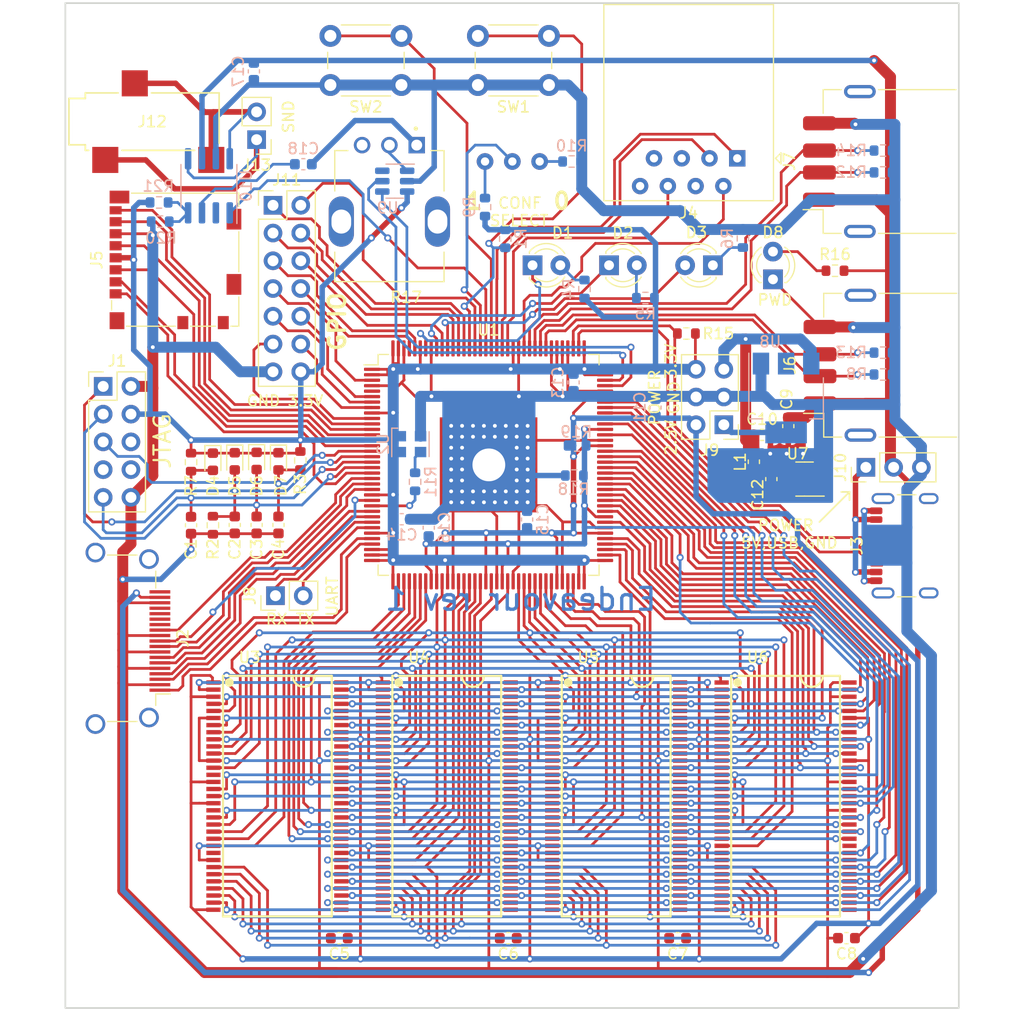
<source format=kicad_pcb>
(kicad_pcb (version 20221018) (generator pcbnew)
  (layers (0 "F.Cu" signal) (31 "B.Cu" signal) (34 "B.Paste" user) (35 "F.Paste" user) (36 "B.SilkS" user "B.Silkscreen") (37 "F.SilkS" user "F.Silkscreen") (38 "B.Mask" user) (39 "F.Mask" user) (44 "Edge.Cuts" user))
  (net 0 "")
  (net 1 "GND")
  (net 2 "Net-(D1-K)")
  (net 3 "Net-(D1-A)")
  (net 4 "Net-(D2-K)")
  (net 5 "Net-(D2-A)")
  (net 6 "Net-(D3-A)")
  (net 7 "+3.3V")
  (net 8 "Net-(U1-io8_130{slash}nCONFIG)")
  (net 9 "Net-(SW3-A)")
  (net 10 "Net-(SW3-C)")
  (net 11 "Net-(U1-io2_26{slash}CLK0p)")
  (net 12 "Net-(U2-CLK)")
  (net 13 "Net-(SW3-B)")
  (net 14 "/jtag and power/TDI")
  (net 35 "+2V5")
  (net 36 "+1V2")
  (net 43 "/DQ3")
  (net 44 "/DQ2")
  (net 45 "/DQ1")
  (net 46 "/DQ0")
  (net 47 "/DQ4")
  (net 48 "/DQ5")
  (net 49 "/DQ6")
  (net 50 "/DQ7")
  (net 51 "/DQ8")
  (net 52 "/DQ9")
  (net 53 "/DQ10")
  (net 54 "/DQ11")
  (net 55 "/DQ12")
  (net 56 "/DQ13")
  (net 57 "/DQ14")
  (net 58 "/DQ15")
  (net 59 "/ram/LDQS")
  (net 60 "/ram/LDM")
  (net 61 "/ram/~{WE}")
  (net 62 "/ram/~{CAS}")
  (net 63 "/ram/~{RAS}")
  (net 64 "/ram/~{CS0}")
  (net 65 "/ram/CKE")
  (net 66 "/ram/CK")
  (net 67 "/ram/~{CK}")
  (net 68 "/ram/UDM")
  (net 69 "/ram/UDQS")
  (net 72 "/ram/~{CS1}")
  (net 79 "/ram/~{CS2}")
  (net 86 "/ram/~{CS3}")
  (net 91 "/A14")
  (net 92 "/A15")
  (net 93 "/A10")
  (net 94 "/A13")
  (net 95 "/A0")
  (net 96 "/A1")
  (net 97 "/A2")
  (net 98 "/A3")
  (net 99 "/A4")
  (net 100 "/A5")
  (net 101 "/A6")
  (net 102 "/A7")
  (net 103 "/A8")
  (net 104 "/A9")
  (net 105 "/A11")
  (net 106 "/A12")
  (net 107 "+5V")
  (net 108 "USB_dev_Dp")
  (net 109 "USB_dev_Dm")
  (net 110 "USB_host1_Dm")
  (net 111 "USB_host1_Dp")
  (net 112 "USB_host2_Dm")
  (net 113 "USB_host2_Dp")
  (net 114 "TDMS2p")
  (net 115 "TDMS2m")
  (net 116 "TDMS1p")
  (net 117 "TDMS1m")
  (net 118 "TDMS0p")
  (net 119 "TDMS0m")
  (net 120 "TDMSCp")
  (net 121 "TDMSCm")
  (net 122 "SD_D2")
  (net 123 "SD_D3")
  (net 124 "SD_CMD")
  (net 125 "SD_CLK")
  (net 126 "SD_D0")
  (net 127 "SD_D1")
  (net 128 "Net-(J8-Pin_1)")
  (net 129 "Net-(J8-Pin_2)")
  (net 130 "/jtag and power/TCK")
  (net 131 "/jtag and power/TDO")
  (net 132 "/jtag and power/TMS")
  (net 133 "Net-(J9-Pin_1)")
  (net 137 "Net-(U7-SW)")
  (net 139 "Net-(J9-Pin_5)")
  (net 140 "Net-(J10-Pin_1)")
  (net 141 "Net-(U7-BST)")
  (net 142 "Net-(D8-A)")
  (net 143 "Net-(D3-K)")
  (net 144 "RJ45_1")
  (net 145 "RJ45_2")
  (net 146 "RJ45_3")
  (net 147 "RJ45_6")
  (net 148 "Net-(C18-Pad1)")
  (net 149 "Net-(U10-IN+)")
  (net 150 "Net-(J13-Pin_1)")
  (net 151 "Net-(J13-Pin_2)")
  (net 152 "Net-(U10-IN-)")
  (net 153 "Net-(U9-VOUT)")
  (net 154 "SND_SDA")
  (net 155 "SND_SCL")
  (net 157 "SND_ENABLE")
  (net 159 "GPIO1")
  (net 160 "GPIO2")
  (net 161 "GPIO3")
  (net 162 "GPIO4")
  (net 163 "GPIO5")
  (net 164 "GPIO6")
  (net 165 "GPIO7")
  (net 166 "GPIO8")
  (net 167 "GPIO9")
  (net 168 "GPIO10")
  (net 169 "GPIO11")
  (net 170 "GPIO12")
  (net 172 "Net-(U1-io8_126{slash}VREFB8N0)")
  (footprint "Connector_PinHeader_2.54mm:PinHeader_1x03_P2.54mm_Vertical" (layer "F.Cu") (at 182.75 83 90)
    (fp_text reference "J10")
    (fp_text value "Conn_01x03_Pin")
  )
  (footprint "engeavour:TSOP66-400" (layer "F.Cu") (at 144.4 113.1)
    (fp_text reference "U4")
    (fp_text value "AS4C64M16D1")
  )
  (footprint "Button_Switch_THT:SW_PUSH_6mm" (layer "F.Cu") (at 140.25 48 180)
    (fp_text reference "SW2")
    (fp_text value "Push2")
  )
  (footprint "LED_THT:LED_D3.0mm" (layer "F.Cu") (at 159.25 64.5)
    (fp_text reference "D2")
    (fp_text value "LED2")
  )
  (footprint "Capacitor_SMD:C_0603_1608Metric" (layer "F.Cu") (at 173.25 80.025)
    (fp_text reference "C10")
    (fp_text value "22uF")
  )
  (footprint "Resistor_SMD:R_0603_1608Metric" (layer "F.Cu") (at 123 88.3 90)
    (fp_text reference "R2")
    (fp_text value "1K")
  )
  (footprint "engeavour:TSOP66-400" (layer "F.Cu") (at 128.9 113.1)
    (fp_text reference "U3")
    (fp_text value "AS4C64M16D1")
  )
  (footprint "Capacitor_SMD:C_0603_1608Metric" (layer "F.Cu") (at 127 88.275 90)
    (fp_text reference "C3")
    (fp_text value "10pF")
  )
  (footprint "MountingHole:MountingHole_2.2mm_M2" (layer "F.Cu") (at 187.75 44)
    (fp_text reference "REF**" hide)
    (fp_text value "MountingHole_2.2mm_M2")
  )
  (footprint "Connector_RJ:RJ45_Amphenol_54602-x08_Horizontal" (layer "F.Cu") (at 170.98 54.71 180)
    (fp_text reference "J4")
    (fp_text value "RJ45")
  )
  (footprint "Resistor_SMD:R_0603_1608Metric" (layer "F.Cu") (at 131 82.375 90)
    (fp_text reference "R3")
    (fp_text value "10K")
  )
  (footprint "Connector_PinHeader_2.54mm:PinHeader_1x02_P2.54mm_Vertical" (layer "F.Cu") (at 127 53 180)
    (fp_text reference "J13")
    (fp_text value "SND")
  )
  (footprint "Diode_SMD:D_0603_1608Metric" (layer "F.Cu") (at 125 82.45 -90)
    (fp_text reference "D5")
    (fp_text value "~")
  )
  (footprint "engeavour:TRIM_PT01-D115D-B104" (layer "F.Cu") (at 139.15 60.5 180)
    (fp_text reference "R17")
    (fp_text value "PT01-D115D-B104")
  )
  (footprint "Connector_Card:microSD_HC_Molex_104031-0811" (layer "F.Cu") (at 119.55 64.01 90)
    (fp_text reference "J5")
    (fp_text value "Micro_SD_Card_Det2")
  )
  (footprint "Connector_USB:USB_A_Receptacle_GCT_USB1046" (layer "F.Cu") (at 185.75 55 90)
    (fp_text reference "J7")
    (fp_text value "USB_A")
  )
  (footprint "Connector_USB:USB_A_Receptacle_GCT_USB1046" (layer "F.Cu") (at 185.8 73.65 90)
    (fp_text reference "J6")
    (fp_text value "USB_A")
  )
  (footprint "LED_THT:LED_D3.0mm" (layer "F.Cu") (at 152.25 64.5)
    (fp_text reference "D1")
    (fp_text value "LED1")
  )
  (footprint "Capacitor_SMD:C_0603_1608Metric" (layer "F.Cu") (at 125 88.275 90)
    (fp_text reference "C2")
    (fp_text value "10pF")
  )
  (footprint "Capacitor_SMD:C_0603_1608Metric" (layer "F.Cu") (at 150.025 126.1 180)
    (fp_text reference "C6")
    (fp_text value "C")
  )
  (footprint "engeavour:sw3_2.5mm" (layer "F.Cu") (at 150.4 55)
    (fp_text reference "SW3" hide)
    (fp_text value "Config sel")
  )
  (footprint "Capacitor_SMD:C_0603_1608Metric" (layer "F.Cu") (at 134.5646 126.1 180)
    (fp_text reference "C5")
    (fp_text value "C")
  )
  (footprint "Button_Switch_THT:SW_PUSH_6mm" (layer "F.Cu") (at 153.75 48 180)
    (fp_text reference "SW1")
    (fp_text value "Push1")
  )
  (footprint "engeavour:TSOP66-400" (layer "F.Cu") (at 159.9 113.1)
    (fp_text reference "U5")
    (fp_text value "AS4C64M16D1")
  )
  (footprint "Capacitor_SMD:C_0603_1608Metric" (layer "F.Cu") (at 175.65 79.225 -90)
    (fp_text reference "C9")
    (fp_text value "10uF")
  )
  (footprint "Resistor_SMD:R_0603_1608Metric" (layer "F.Cu") (at 179.925 65)
    (fp_text reference "R16")
    (fp_text value "2K")
  )
  (footprint "MountingHole:MountingHole_2.2mm_M2" (layer "F.Cu") (at 113 44)
    (fp_text reference "REF**" hide)
    (fp_text value "MountingHole_2.2mm_M2")
  )
  (footprint "Connector_PinHeader_2.54mm:PinHeader_1x02_P2.54mm_Vertical" (layer "F.Cu") (at 128.725 94.75 90)
    (fp_text reference "J8")
    (fp_text value "UART")
  )
  (footprint "engeavour:TSOP66-400" (layer "F.Cu") (at 175.4 113.1)
    (fp_text reference "U6")
    (fp_text value "AS4C64M16D1")
  )
  (footprint "engeavour:USB_C_Receptacle_GCT_USB4105-xx-A_16P_TopMnt_Horizontal" (layer "F.Cu") (at 187.425 90.18 90)
    (fp_text reference "J3")
    (fp_text value "USB_C_Receptacle_USB2.0")
  )
  (footprint "Diode_SMD:D_0603_1608Metric" (layer "F.Cu") (at 129 82.45 -90)
    (fp_text reference "D7")
    (fp_text value "~")
  )
  (footprint "Diode_SMD:D_0603_1608Metric" (layer "F.Cu") (at 127 82.4125 -90)
    (fp_text reference "D6")
    (fp_text value "~")
  )
  (footprint "Connector_HDMI:HDMI_A_Amphenol_10029449-x01xLF_Horizontal" (layer "F.Cu") (at 113.15 98.65 -90)
    (fp_text reference "J2")
    (fp_text value "HDMI_A")
  )
  (footprint "Connector_PinHeader_2.54mm:PinHeader_2x05_P2.54mm_Vertical" (layer "F.Cu") (at 112.96 75.59)
    (fp_text reference "J1")
    (fp_text value "JTAG")
  )
  (footprint "Resistor_SMD:R_0603_1608Metric" (layer "F.Cu") (at 121 82.525 90)
    (fp_text reference "R7")
    (fp_text value "10K")
  )
  (footprint "engeavour:CONN_SJ-2523-SMT-TR_CUD" (layer "F.Cu") (at 117.446796 51.35)
    (fp_text reference "J12")
    (fp_text value "SJ1-2503A")
  )
  (footprint "MountingHole:MountingHole_2.2mm_M2" (layer "F.Cu") (at 113 129)
    (fp_text reference "REF**" hide)
    (fp_text value "MountingHole_2.2mm_M2")
  )
  (footprint "Package_TO_SOT_SMD:TSOT-23-6" (layer "F.Cu") (at 177.1375 84.075 180)
    (fp_text reference "U7")
    (fp_text value "AP63203WU")
  )
  (footprint "Connector_PinHeader_2.54mm:PinHeader_2x03_P2.54mm_Vertical" (layer "F.Cu") (at 169.75 79.1 180)
    (fp_text reference "J9")
    (fp_text value "Conn_02x03_Odd_Even")
  )
  (footprint "Connector_PinHeader_2.54mm:PinHeader_2x07_P2.54mm_Vertical" (layer "F.Cu") (at 128.5 59.01)
    (fp_text reference "J11")
    (fp_text value "GPIO")
  )
  (footprint "Capacitor_SMD:C_0603_1608Metric" (layer "F.Cu") (at 180.975 126.1 180)
    (fp_text reference "C8")
    (fp_text value "C")
  )
  (footprint "Inductor_SMD:L_0603_1608Metric" (layer "F.Cu") (at 172.5 82.4875 90)
    (fp_text reference "L1")
    (fp_text value "4.7uH")
  )
  (footprint "Capacitor_SMD:C_0603_1608Metric" (layer "F.Cu") (at 129 88.275 90)
    (fp_text reference "C4")
    (fp_text value "10pF")
  )
  (footprint "Capacitor_SMD:C_0603_1608Metric" (layer "F.Cu") (at 121 88.3 90)
    (fp_text reference "C1")
    (fp_text value "10pF")
  )
  (footprint "MountingHole:MountingHole_2.2mm_M2" (layer "F.Cu") (at 187.75 129)
    (fp_text reference "REF**" hide)
    (fp_text value "MountingHole_2.2mm_M2")
  )
  (footprint "Resistor_SMD:R_0603_1608Metric" (layer "F.Cu") (at 166.325 70.75 180)
    (fp_text reference "R15")
    (fp_text value "1.5K")
  )
  (footprint "Capacitor_SMD:C_0603_1608Metric" (layer "F.Cu") (at 174.1 84.075 -90)
    (fp_text reference "C12")
    (fp_text value "100nF")
  )
  (footprint "LED_THT:LED_D3.0mm" (layer "F.Cu") (at 168.75 64.5 180)
    (fp_text reference "D3")
    (fp_text value "LED3")
  )
  (footprint "LED_THT:LED_D3.0mm" (layer "F.Cu") (at 174.25 65.79 90)
    (fp_text reference "D8")
    (fp_text value "LED2")
  )
  (footprint "Package_QFP:EQFP-144-1EP_20x20mm_P0.5mm_EP8.93x8.7mm" (layer "F.Cu") (at 148.225 82.775)
    (fp_text reference "U1")
    (fp_text value "10M50SAE144" hide)
  )
  (footprint "Diode_SMD:D_0603_1608Metric" (layer "F.Cu") (at 123 82.4875 -90)
    (fp_text reference "D4")
    (fp_text value "~")
  )
  (footprint "Capacitor_SMD:C_0603_1608Metric" (layer "F.Cu") (at 165.525 126.1 180)
    (fp_text reference "C7")
    (fp_text value "C")
  )
  (footprint "Resistor_SMD:R_0603_1608Metric" (layer "B.Cu") (at 184.325 54)
    (fp_text reference "R14")
    (fp_text value "15K")
  )
  (footprint "Capacitor_SMD:C_0603_1608Metric" (layer "B.Cu") (at 140.275 87.75)
    (fp_text reference "C14")
    (fp_text value "C")
  )
  (footprint "Resistor_SMD:R_0603_1608Metric" (layer "B.Cu") (at 184.325 56)
    (fp_text reference "R12")
    (fp_text value "15K")
  )
  (footprint "Resistor_SMD:R_0603_1608Metric" (layer "B.Cu") (at 171.5 62.05 -90)
    (fp_text reference "R6")
    (fp_text value "500")
  )
  (footprint "Capacitor_SMD:C_0603_1608Metric" (layer "B.Cu") (at 126.75 46.75 -90)
    (fp_text reference "C17")
    (fp_text value "10uF")
  )
  (footprint "Package_TO_SOT_SMD:SOT-23-6" (layer "B.Cu") (at 139.6375 56.8 180)
    (fp_text reference "U9")
    (fp_text value "MCP4726A0T-E/CH")
  )
  (footprint "Capacitor_SMD:C_0603_1608Metric" (layer "B.Cu") (at 163.5 77.525 -90)
    (fp_text reference "C11")
    (fp_text value "10uF")
  )
  (footprint "Capacitor_SMD:C_0603_1608Metric" (layer "B.Cu") (at 142.75 88.525 90)
    (fp_text reference "C16")
    (fp_text value "C")
  )
  (footprint "Resistor_SMD:R_0603_1608Metric" (layer "B.Cu") (at 156.075 83.75 180)
    (fp_text reference "R18")
    (fp_text value "10K")
  )
  (footprint "Resistor_SMD:R_0603_1608Metric" (layer "B.Cu") (at 162.575 67.5)
    (fp_text reference "R5")
    (fp_text value "500")
  )
  (footprint "Package_TO_SOT_SMD:SOT-223-3_TabPin2" (layer "B.Cu") (at 175.45 76.65 -90)
    (fp_text reference "U8")
    (fp_text value "AP2114HA-2.5TRG1")
  )
  (footprint "Resistor_SMD:R_0603_1608Metric" (layer "B.Cu") (at 184.325 74.5)
    (fp_text reference "R8")
    (fp_text value "15K")
  )
  (footprint "Resistor_SMD:R_0603_1608Metric" (layer "B.Cu") (at 118.075 58.75)
    (fp_text reference "R20")
    (fp_text value "10K")
  )
  (footprint "Resistor_SMD:R_0603_1608Metric" (layer "B.Cu") (at 141.5 84.325 90)
    (fp_text reference "R11")
    (fp_text value "82")
  )
  (footprint "Package_SO:SOIC-8_3.9x4.9mm_P1.27mm" (layer "B.Cu") (at 122.635 57.225 90)
    (fp_text reference "U10")
    (fp_text value "PAM8302AAD")
  )
  (footprint "Resistor_SMD:R_0603_1608Metric" (layer "B.Cu") (at 156.325 81)
    (fp_text reference "R19")
    (fp_text value "10K")
  )
  (footprint "Oscillator:Oscillator_SMD_Kyocera_KC2520Z-4Pin_2.5x2.0mm" (layer "B.Cu") (at 141.075 80.875 -90)
    (fp_text reference "U2")
    (fp_text value "KC2520Z 100MHz")
  )
  (footprint "Capacitor_SMD:C_0603_1608Metric" (layer "B.Cu") (at 156 75.225 -90)
    (fp_text reference "C13")
    (fp_text value "C")
  )
  (footprint "Resistor_SMD:R_0603_1608Metric" (layer "B.Cu") (at 157 66.675 -90)
    (fp_text reference "R4")
    (fp_text value "500")
  )
  (footprint "Resistor_SMD:R_0603_1608Metric" (layer "B.Cu") (at 155.825 55 180)
    (fp_text reference "R10")
    (fp_text value "10K")
  )
  (footprint "Resistor_SMD:R_0603_1608Metric" (layer "B.Cu") (at 184.325 72.5)
    (fp_text reference "R13")
    (fp_text value "15K")
  )
  (footprint "Capacitor_SMD:C_0603_1608Metric" (layer "B.Cu") (at 151.75 87.775 90)
    (fp_text reference "C15")
    (fp_text value "C")
  )
  (footprint "Resistor_SMD:R_0603_1608Metric" (layer "B.Cu") (at 118.175 60.5 180)
    (fp_text reference "R21")
    (fp_text value "10K")
  )
  (footprint "Capacitor_SMD:C_0603_1608Metric" (layer "B.Cu") (at 131.275 55.25 180)
    (fp_text reference "C18")
    (fp_text value "0.1uF")
  )
  (footprint "Resistor_SMD:R_0603_1608Metric" (layer "B.Cu") (at 147.9 59.175 -90)
    (fp_text reference "R9")
    (fp_text value "10K")
  )
  (footprint "Resistor_SMD:R_0603_1608Metric" (layer "B.Cu") (at 149.75 62.075 90)
    (fp_text reference "R1")
    (fp_text value "10K")
  )
  (gr_line (start 181.25 85.25) (end 181.25 86) (stroke (width 0.15)) (layer "F.SilkS"))
  (gr_line (start 178.5 88) (end 181.25 85.25) (stroke (width 0.15)) (layer "F.SilkS"))
  (gr_line (start 181.25 85.25) (end 180.5 85.25) (stroke (width 0.15)) (layer "F.SilkS"))
  (gr_rect (start 109.5 40.5) (end 191.25 132.5) (stroke (width 0.15)) (fill none) (layer "Edge.Cuts"))
  (gr_text "Endeavour rev 1" (at 163.75 96.25) (layer "B.Cu") (effects (font (size 2 2) (thickness 0.3) bold) (justify left bottom mirror)))
  (gr_text "GPIO" (at 135.25 72.5 90) (layer "F.SilkS") (effects (font (size 1.5 1.5) (thickness 0.3) bold) (justify left bottom)))
  (gr_text "TX" (at 130.5 97.5) (layer "F.SilkS") (effects (font (size 1 1) (thickness 0.153)) (justify left bottom)))
  (gr_text "3.3V" (at 129.75 77.5) (layer "F.SilkS") (effects (font (size 1 1) (thickness 0.153)) (justify left bottom)))
  (gr_text "0" (at 154 59.5) (layer "F.SilkS") (effects (font (size 1.5 1.5) (thickness 0.3) bold) (justify left bottom)))
  (gr_text "  POWER\n5V,USB,GND" (at 171.25 90.5) (layer "F.SilkS") (effects (font (size 1 1) (thickness 0.153)) (justify left bottom)))
  (gr_text "1" (at 146 59.5) (layer "F.SilkS") (effects (font (size 1.5 1.5) (thickness 0.3) bold) (justify left bottom)))
  (gr_text " CONF\nSELECT" (at 148.25 61) (layer "F.SilkS") (effects (font (size 1 1) (thickness 0.153)) (justify left bottom)))
  (gr_text "3.3V" (at 165.5 75 90) (layer "F.SilkS") (effects (font (size 1 1) (thickness 0.153) bold) (justify left bottom)))
  (gr_text "2.5V" (at 165.5 82 90) (layer "F.SilkS") (effects (font (size 1 1) (thickness 0.153)) (justify left bottom)))
  (gr_text "GND" (at 126 77.5) (layer "F.SilkS") (effects (font (size 1 1) (thickness 0.153)) (justify left bottom)))
  (gr_text "RX" (at 127.75 97.5) (layer "F.SilkS") (effects (font (size 1 1) (thickness 0.153)) (justify left bottom)))
  (gr_text "JTAG" (at 119.25 83.25 90) (layer "F.SilkS") (effects (font (size 1.5 1.5) (thickness 0.2)) (justify left bottom)))
  (gr_text "PWD" (at 172.75 68.25) (layer "F.SilkS") (effects (font (size 1 1) (thickness 0.153)) (justify left bottom)))
  (gr_text "UART" (at 134.5 96.75 90) (layer "F.SilkS") (effects (font (size 1 1) (thickness 0.153)) (justify left bottom)))
  (gr_text "POWER" (at 164 79.25 90) (layer "F.SilkS") (effects (font (size 1 1) (thickness 0.153)) (justify left bottom)))
  (gr_text "GND" (at 165.75 78.25 90) (layer "F.SilkS") (effects (font (size 1 1) (thickness 0.153) bold) (justify left bottom)))
  (gr_text "SND" (at 130.5 52.5 90) (layer "F.SilkS") (effects (font (size 1 1) (thickness 0.153)) (justify left bottom)))
  (segment (start 163.75 126.1) (end 163.75 129) (width 0.25) (layer "F.Cu") (net 1))
  (segment (start 179.25 114.4) (end 179.25 111.8) (width 0.25) (layer "F.Cu") (net 1))
  (segment (start 165.6604 107.9) (end 163.75 107.9) (width 0.25) (layer "F.Cu") (net 1))
  (segment (start 140.25 75.25) (end 140.5 75) (width 0.25) (layer "F.Cu") (net 1))
  (segment (start 153.5 86.5) (end 152 86.5) (width 0.25) (layer "F.Cu") (net 1))
  (segment (start 132.75 102.7) (end 134.6604 102.7) (width 0.25) (layer "F.Cu") (net 1))
  (segment (start 137.25 109.85) (end 137.25 105.95) (width 0.25) (layer "F.Cu") (net 1))
  (segment (start 152.025 80.525) (end 152 80.5) (width 0.25) (layer "F.Cu") (net 1))
  (segment (start 163.75 102.7) (end 165.6604 102.7) (width 0.25) (layer "F.Cu") (net 1))
  (segment (start 179.5 104) (end 179.5 102.95) (width 0.25) (layer "F.Cu") (net 1))
  (segment (start 174.025 80.025) (end 175.625 80.025) (width 0.5) (layer "F.Cu") (net 1))
  (segment (start 179.5 105.95) (end 179.5 104) (width 0.25) (layer "F.Cu") (net 1))
  (segment (start 118.15 99.9) (end 114.9 99.9) (width 0.25) (layer "F.Cu") (net 1))
  (segment (start 179.5 107.9) (end 179.25 107.9) (width 0.25) (layer "F.Cu") (net 1))
  (segment (start 164.7 126.1) (end 163.75 126.1) (width 0.25) (layer "F.Cu") (net 1))
  (segment (start 155.475 76.025) (end 155 76.5) (width 0.25) (layer "F.Cu") (net 1))
  (segment (start 132.75 126.1) (end 132.75 129.25) (width 0.25) (layer "F.Cu") (net 1))
  (segment (start 183.675 86.98) (end 182.62 86.98) (width 0.5) (layer "F.Cu") (net 1))
  (segment (start 132.75 105.95) (end 132.75 104) (width 0.25) (layer "F.Cu") (net 1))
  (segment (start 132.75 109.85) (end 132.75 107.9) (width 0.25) (layer "F.Cu") (net 1))
  (segment (start 140.475 74.975) (end 140.475 72.1125) (width 0.25) (layer "F.Cu") (net 1))
  (segment (start 163.75 104) (end 163.75 102.7) (width 0.25) (layer "F.Cu") (net 1))
  (segment (start 178.55 70.15) (end 174.25 65.85) (width 0.25) (layer "F.Cu") (net 1))
  (segment (start 144.975 93.4375) (end 144.975 87.025) (width 0.25) (layer "F.Cu") (net 1))
  (segment (start 114.9 102.9) (end 114.75 102.75) (width 0.25) (layer "F.Cu") (net 1))
  (segment (start 117.5 75.75) (end 117.34 75.59) (width 1) (layer "F.Cu") (net 1))
  (segment (start 169.4604 109.85) (end 168.25 109.85) (width 0.25) (layer "F.Cu") (net 1))
  (segment (start 148.25 105.95) (end 148.25 104) (width 0.25) (layer "F.Cu") (net 1))
  (segment (start 150.1604 104) (end 148.25 104) (width 0.25) (layer "F.Cu") (net 1))
  (segment (start 133.7 126.1) (end 132.75 126.1) (width 0.25) (layer "F.Cu") (net 1))
  (segment (start 181.1604 123.5) (end 179.25 123.5) (width 0.25) (layer "F.Cu") (net 1))
  (segment (start 114.75 102.75) (end 114.75 121.75) (width 1) (layer "F.Cu") (net 1))
  (segment (start 118.15 101.4) (end 114.9 101.4) (width 0.25) (layer "F.Cu") (net 1))
  (segment (start 128.975 89.075) (end 129 89.05) (width 0.25) (layer "F.Cu") (net 1))
  (segment (start 134.6604 114.4) (end 132.75 114.4) (width 0.25) (layer "F.Cu") (net 1))
  (segment (start 179.25 111.8) (end 179.25 109.85) (width 0.25) (layer "F.Cu") (net 1))
  (segment (start 132.75 104) (end 132.75 102.7) (width 0.25) (layer "F.Cu") (net 1))
  (segment (start 179.25 109.85) (end 179.25 108.55) (width 0.25) (layer "F.Cu") (net 1))
  (segment (start 132.75 126.1) (end 132.75 123.5) (width 0.25) (layer "F.Cu") (net 1))
  (segment (start 114.1 61.615) (end 117.365 61.615) (width 0.25) (layer "F.Cu") (net 1))
  (segment (start 155 88.924695) (end 155 88) (width 0.25) (layer "F.Cu") (net 1))
  (segment (start 155 88) (end 153.5 86.5) (width 0.25) (layer "F.Cu") (net 1))
  (segment (start 121.75 105.95) (end 122.9604 105.95) (width 0.25) (layer "F.Cu") (net 1))
  (segment (start 148.25 107.9) (end 148.25 105.95) (width 0.25) (layer "F.Cu") (net 1))
  (segment (start 181.1604 104) (end 179.5 104) (width 0.25) (layer "F.Cu") (net 1))
  (segment (start 117.5 75.75) (end 117.5 72) (width 1) (layer "F.Cu") (net 1))
  (segment (start 114.9 95.4) (end 114.75 95.25) (width 0.25) (layer "F.Cu") (net 1))
  (segment (start 153.975 72.1125) (end 153.975 75.475) (width 0.25) (layer "F.Cu") (net 1))
  (segment (start 178.55 70.15) (end 181.55 70.15) (width 1) (layer "F.Cu") (net 1))
  (segment (start 148.25 102.7) (end 150.1604 102.7) (width 0.25) (layer "F.Cu") (net 1))
  (segment (start 150.475 93.4375) (end 150.475 92.525) (width 0.25) (layer "F.Cu") (net 1))
  (segment (start 181.1604 114.4) (end 179.25 114.4) (width 0.25) (layer "F.Cu") (net 1))
  (segment (start 114.75 98.25) (end 114.75 99.75) (width 1) (layer "F.Cu") (net 1))
  (segment (start 179.75 102.7) (end 181.1604 102.7) (width 0.25) (layer "F.Cu") (net 1))
  (segment (start 150.1604 114.4) (end 148.25 114.4) (width 0.25) (layer "F.Cu") (net 1))
  (segment (start 151 92) (end 151 86.5) (width 0.25) (layer "F.Cu") (net 1))
  (segment (start 181.8 51.6) (end 181.7 51.5) (width 1) (layer "F.Cu") (net 1))
  (segment (start 134.6604 107.9) (end 132.75 107.9) (width 0.25) (layer "F.Cu") (net 1))
  (segment (start 121 90.5) (end 121 89.075) (width 0.25) (layer "F.Cu") (net 1))
  (segment (start 123.025 89.05) (end 123 89.075) (width 0.25) (layer "F.Cu") (net 1))
  (segment (start 158.8875 76.025) (end 155.475 76.025) (width 0.25) (layer "F.Cu") (net 1))
  (segment (start 163.75 109.85) (end 163.75 107.9) (width 0.25) (layer "F.Cu") (net 1))
  (segment (start 182.62 93.38) (end 182.6 93.4) (width 0.5) (layer "F.Cu") (net 1))
  (segment (start 148.25 114.4) (end 148.25 111.8) (width 0.25) (layer "F.Cu") (net 1))
  (segment (start 144.975 87.025) (end 145.5 86.5) (width 0.25) (layer "F.Cu") (net 1))
  (segment (start 117.34 75.59) (end 115.5 75.59) (width 1) (layer "F.Cu") (net 1))
  (segment (start 181.55 70.15) (end 181.6 70.2) (width 1) (layer "F.Cu") (net 1))
  (segment (start 182.62 86.98) (end 182.6 87) (width 0.5) (layer "F.Cu") (net 1))
  (segment (start 168.25 105.95) (end 169.4604 105.95) (width 0.25) (layer "F.Cu") (net 1))
  (segment (start 153.9604 109.85) (end 152.75 109.85) (width 0.25) (layer "F.Cu") (net 1))
  (segment (start 114.75 99.75) (end 114.75 101.25) (width 1) (layer "F.Cu") (net 1))
  (segment (start 179.25 123.5) (end 179.25 114.4) (width 0.25) (layer "F.Cu") (net 1))
  (segment (start 138.4604 109.85) (end 139.75 109.85) (width 0.25) (layer "F.Cu") (net 1))
  (segment (start 169.4604 109.85) (end 170.75 109.85) (width 0.25) (layer "F.Cu") (net 1))
  (segment (start 148.975 87.475) (end 148 86.5) (width 0.25) (layer "F.Cu") (net 1))
  (segment (start 122.9604 109.85) (end 121.75 109.85) (width 0.25) (layer "F.Cu") (net 1))
  (segment (start 132.75 107.9) (end 132.75 105.95) (width 0.25) (layer "F.Cu") (net 1))
  (segment (start 140.5 75) (end 140.475 74.975) (width 0.25) (layer "F.Cu") (net 1))
  (segment (start 121.75 109.85) (end 121.75 105.95) (width 0.25) (layer "F.Cu") (net 1))
  (segment (start 115.5 85.75) (end 115.5 90) (width 1) (layer "F.Cu") (net 1))
  (segment (start 179.25 106.85) (end 179.5 106.6) (width 0.25) (layer "F.Cu") (net 1))
  (segment (start 152.75 109.85) (end 152.75 105.95) (width 0.25) (layer "F.Cu") (net 1))
  (segment (start 165.6604 104) (end 163.75 104) (width 0.25) (layer "F.Cu") (net 1))
  (segment (start 179.25 126.1) (end 179.25 129.25) (width 0.25) (layer "F.Cu") (net 1))
  (segment (start 179.25 126.1) (end 179.25 123.5) (width 0.25) (layer "F.Cu") (net 1))
  (segment (start 148.25 126.1) (end 148.25 129) (width 0.25) (layer "F.Cu") (net 1))
  (segment (start 175.65 80) (end 175.65 82.775) (width 0.5) (layer "F.Cu") (net 1))
  (segment (start 148.25 111.8) (end 148.25 109.85) (width 0.25) (layer "F.Cu") (net 1))
  (segment (start 118.15 102.9) (end 114.9 102.9) (width 0.25) (layer "F.Cu") (net 1))
  (segment (start 140.25 75.25) (end 141.5 76.5) (width 0.25) (layer "F.Cu") (net 1))
  (segment (start 150.975 76.475) (end 151 76.5) (width 0.25) (layer "F.Cu") (net 1))
  (segment (start 132.75 129.25) (end 134.25 129.25) (width 1) (layer "F.Cu") (net 1))
  (segment (start 163.75 114.4) (end 163.75 111.8) (width 0.25) (layer "F.Cu") (net 1))
  (segment (start 118.15 98.4) (end 114.9 98.4) (width 0.25) (layer "F.Cu") (net 1))
  (segment (start 117.365 61.615) (end 117.5 61.75) (width 0.25) (layer "F.Cu") (net 1))
  (segment (start 150.1604 111.8) (end 148.25 111.8) (width 0.25) (layer "F.Cu") (net 1))
  (segment (start 181.1604 107.9) (end 179.5 107.9) (width 0.25) (layer "F.Cu") (net 1))
  (segment (start 181.1604 111.8) (end 179.25 111.8) (width 0.25) (layer "F.Cu") (net 1))
  (segment (start 114.9 99.9) (end 114.75 99.75) (width 0.25) (layer "F.Cu") (net 1))
  (segment (start 114.75 101.25) (end 114.75 102.75) (width 1) (layer "F.Cu") (net 1))
  (segment (start 153.9604 109.85) (end 155.25 109.85) (width 0.25) (layer "F.Cu") (net 1))
  (segment (start 121.05 89.125) (end 121 89.075) (width 0.25) (layer "F.Cu") (net 1))
  (segment (start 154.975 93.4375) (end 154.975 88.949695) (width 0.25) (layer "F.Cu") (net 1))
  (segment (start 114.75 93.25) (end 114.75 95.25) (width 1) (layer "F.Cu") (net 1))
  (segment (start 141.5 76.5) (end 143 76.5) (width 0.25) (layer "F.Cu") (net 1))
  (segment (start 142.975 74.5) (end 142.975 76.475) (width 0.25) (layer "F.Cu") (net 1))
  (segment (start 137.5625 75.525) (end 139.975 75.525) (width 0.25) (layer "F.Cu") (net 1))
  (segment (start 150.1604 107.9) (end 148.25 107.9) (width 0.25) (layer "F.Cu") (net 1))
  (segment (start 158.8875 80.525) (end 152.025 80.525) (width 0.25) (layer "F.Cu") (net 1))
  (segment (start 139.975 75.525) (end 140.25 75.25) (width 0.25) (layer "F.Cu") (net 1))
  (segment (start 118.15 95.4) (end 114.9 95.4) (width 0.25) (layer "F.Cu") (net 1))
  (segment (start 155.475 72.1125) (end 155.475 76.025) (width 0.25) (layer "F.Cu") (net 1))
  (segment (start 114.9 98.4) (end 114.75 98.25) (width 0.25) (layer "F.Cu") (net 1))
  (segment (start 132.75 123.5) (end 132.75 114.4) (width 0.25) (layer "F.Cu") (net 1))
  (segment (start 115.5 90) (end 114.75 90.75) (width 1) (layer "F.Cu") (net 1))
  (segment (start 152.75 105.95) (end 153.9604 105.95) (width 0.25) (layer "F.Cu") (net 1))
  (segment (start 150.975 72.1125) (end 150.975 76.475) (width 0.25) (layer "F.Cu") (net 1))
  (segment (start 138.4604 109.85) (end 137.25 109.85) (width 0.25) (layer "F.Cu") (net 1))
  (segment (start 178.5 51.5) (end 181.7 51.5) (width 1) (layer "F.Cu") (net 1))
  (segment (start 148.25 123.5) (end 148.25 114.4) (width 0.25) (layer "F.Cu") (net 1))
  (segment (start 115.5 85.75) (end 117.5 83.75) (width 1) (layer "F.Cu") (net 1))
  (segment (start 134.25 129.25) (end 179.25 129.25) (width 1) (layer "F.Cu") (net 1))
  (segment (start 148.975 93.4375) (end 148.975 87.475) (width 0.25) (layer "F.Cu") (net 1))
  (segment (start 163.75 107.9) (end 163.75 105.95) (width 0.25) (layer "F.Cu") (net 1))
  (segment (start 114.75 90.75) (end 114.75 93.25) (width 1) (layer "F.Cu") (net 1))
  (segment (start 163.75 111.8) (end 163.75 109.85) (width 0.25) (layer "F.Cu") (net 1))
  (segment (start 122.25 129.25) (end 134.25 129.25) (width 1) (layer "F.Cu") (net 1))
  (segment (start 181.25 129.25) (end 182.5 128) (width 1) (layer "F.Cu") (net 1))
  (segment (start 134.6604 111.8) (end 132.75 111.8) (width 0.25) (layer "F.Cu") (net 1))
  (segment (start 163.75 126.1) (end 163.75 123.5) (width 0.25) (layer "F.Cu") (net 1))
  (segment (start 165.6604 123.5) (end 163.75 123.5) (width 0.25) (layer "F.Cu") (net 1))
  (segment (start 179.5 102.95) (end 179.75 102.7) (width 0.25) (layer "F.Cu") (net 1))
  (segment (start 114.75 95.25) (end 114.75 98.25) (width 1) (layer "F.Cu") (net 1))
  (segment (start 121 89.075) (end 128.975 89.075) (width 0.25) (layer "F.Cu") (net 1))
  (segment (start 179.25 129.25) (end 181.25 129.25) (width 1) (layer "F.Cu") (net 1))
  (segment (start 137.25 105.95) (end 138.4604 105.95) (width 0.25) (layer "F.Cu") (net 1))
  (segment (start 117.5 83.75) (end 117.5 75.75) (width 1) (layer "F.Cu") (net 1))
  (segment (start 148.25 109.85) (end 148.25 107.9) (width 0.25) (layer "F.Cu") (net 1))
  (segment (start 153.975 75.475) (end 155 76.5) (width 0.25) (layer "F.Cu") (net 1))
  (segment (start 134.6604 123.5) (end 132.75 123.5) (width 0.25) (layer "F.Cu") (net 1))
  (segment (start 174.46 65) (end 174.25 65.21) (width 0.25) (layer "F.Cu") (net 1))
  (segment (start 148.25 104) (end 148.25 102.7) (width 0.25) (layer "F.Cu") (net 1))
  (segment (start 148.25 126.1) (end 148.25 123.5) (width 0.25) (layer "F.Cu") (net 1))
  (segment (start 114.9 101.4) (end 114.75 101.25) (width 0.25) (layer "F.Cu") (net 1))
  (segment (start 158 88.525) (end 157.475 88) (width 0.25) (layer "F.Cu") (net 1))
  (segment (start 149.2 126.1) (end 148.25 126.1) (width 0.25) (layer "F.Cu") (net 1))
  (segment (start 154.975 88.949695) (end 155 88.924695) (width 0.25) (layer "F.Cu") (net 1))
  (segment (start 163.75 105.95) (end 163.75 104) (width 0.25) (layer "F.Cu") (net 1))
  (segment (start 179.25 108.55) (end 179.25 106.85) (width 0.25) (layer "F.Cu") (net 1))
  (segment (start 165.6604 114.4) (end 163.75 114.4) (width 0.25) (layer "F.Cu") (net 1))
  (segment (start 179.5 105.95) (end 179.5 106.6) (width 0.25) (layer "F.Cu") (net 1))
  (segment (start 165.6604 111.8) (end 163.75 111.8) (width 0.25) (layer "F.Cu") (net 1))
  (segment (start 150.1604 123.5) (end 148.25 123.5) (width 0.25) (layer "F.Cu") (net 1))
  (segment (start 134.6604 104) (end 132.75 104) (width 0.25) (layer "F.Cu") (net 1))
  (segment (start 114.75 121.75) (end 122.25 129.25) (width 1) (layer "F.Cu") (net 1))
  (segment (start 168.25 109.85) (end 168.25 105.95) (width 0.25) (layer "F.Cu") (net 1))
  (segment (start 122.9604 109.85) (end 124.25 109.85) (width 0.25) (layer "F.Cu") (net 1))
  (segment (start 132.75 114.4) (end 132.75 111.8) (width 0.25) (layer "F.Cu") (net 1))
  (segment (start 150.475 92.525) (end 151 92) (width 0.25) (layer "F.Cu") (net 1))
  (segment (start 179.25 108.55) (end 179.25 107.9) (width 0.25) (layer "F.Cu") (net 1))
  (segment (start 180.2 126.1) (end 179.25 126.1) (width 0.25) (layer "F.Cu") (net 1))
  (segment (start 174.25 65.85) (end 174.25 65.79) (width 0.25) (layer "F.Cu") (net 1))
  (segment (start 175.625 80.025) (end 175.65 80) (width 0.5) (layer "F.Cu") (net 1))
  (segment (start 163.75 123.5) (end 163.75 114.4) (width 0.25) (layer "F.Cu") (net 1))
  (segment (start 183.675 93.38) (end 182.62 93.38) (width 0.5) (layer "F.Cu") (net 1))
  (segment (start 132.75 111.8) (end 132.75 109.85) (width 0.25) (layer "F.Cu") (net 1))
  (segment (start 142.975 76.475) (end 143 76.5) (width 0.25) (layer "F.Cu") (net 1))
  (segment (start 158.8875 88.525) (end 158 88.525) (width 0.25) (layer "F.Cu") (net 1))
  (segment (start 142.975 72.1125) (end 142.975 74.5) (width 0.25) (layer "F.Cu") (net 1))
  (segment (start 175.65 82.775) (end 176 83.125) (width 0.5) (layer "F.Cu") (net 1))
  (segment (start 157.475 88) (end 155 88) (width 0.25) (layer "F.Cu") (net 1))
  (via (at 121 90.5) (size 0.65) (drill 0.35) (layers "F.Cu" "B.Cu") (net 1))
  (via (at 149.8 85.2) (size 0.65) (drill 0.35) (layers "F.Cu" "B.Cu") (net 1))
  (via (at 182.6 87) (size 0.65) (drill 0.35) (layers "F.Cu" "B.Cu") (net 1))
  (via (at 170.75 109.85) (size 0.65) (drill 0.35) (layers "F.Cu" "B.Cu") (net 1))
  (via (at 151.8 84.2) (size 0.65) (drill 0.35) (layers "F.Cu" "B.Cu") (net 1))
  (via (at 145.8 79.2) (size 0.65) (drill 0.35) (layers "F.Cu" "B.Cu") (net 1))
  (via (at 150.8 81.2) (size 0.65) (drill 0.35) (layers "F.Cu" "B.Cu") (net 1))
  (via (at 150.8 86.2) (size 0.65) (drill 0.35) (layers "F.Cu" "B.Cu") (net 1))
  (via (at 147.8 85.2) (size 0.65) (drill 0.35) (layers "F.Cu" "B.Cu") (net 1))
  (via (at 149.8 86.2) (size 0.65) (drill 0.35) (layers "F.Cu" "B.Cu") (net 1))
  (via (at 148.8 86.2) (size 0.65) (drill 0.35) (layers "F.Cu" "B.Cu") (net 1))
  (via (at 114.75 93.25) (size 0.65) (drill 0.35) (layers "F.Cu" "B.Cu") (net 1))
  (via (at 151.8 82.2) (size 0.65) (drill 0.35) (layers "F.Cu" "B.Cu") (net 1))
  (via (at 145.8 80.2) (size 0.65) (drill 0.35) (layers "F.Cu" "B.Cu") (net 1))
  (via (at 151.8 83.2) (size 0.65) (drill 0.35) (layers "F.Cu" "B.Cu") (net 1))
  (via (at 151.8 86.2) (size 0.65) (drill 0.35) (layers "F.Cu" "B.Cu") (net 1))
  (via (at 144.8 80.2) (size 0.65) (drill 0.35) (layers "F.Cu" "B.Cu") (net 1))
  (via (at 148.25 109.85) (size 0.65) (drill 0.35) (layers "F.Cu" "B.Cu") (net 1))
  (via (at 147.8 79.2) (size 0.65) (drill 0.35) (layers "F.Cu" "B.Cu") (net 1))
  (via (at 144.8 82.2) (size 0.65) (drill 0.35) (layers "F.Cu" "B.Cu") (net 1))
  (via (at 174 81.75) (size 0.65) (drill 0.35) (layers "F.Cu" "B.Cu") (net 1))
  (via (at 144.8 79.2) (size 0.65) (drill 0.35) (layers "F.Cu" "B.Cu") (net 1))
  (via (at 149.8 80.2) (size 0.65) (drill 0.35) (layers "F.Cu" "B.Cu") (net 1))
  (via (at 151.8 85.2) (size 0.65) (drill 0.35) (layers "F.Cu" "B.Cu") (net 1))
  (via (at 144.8 84.2) (size 0.65) (drill 0.35) (layers "F.Cu" "B.Cu") (net 1))
  (via (at 151.8 80.2) (size 0.65) (drill 0.35) (layers "F.Cu" "B.Cu") (net 1))
  (via (at 182.5 128) (size 0.65) (drill 0.35) (layers "F.Cu" "B.Cu") (net 1))
  (via (at 150.8 82.2) (size 0.65) (drill 0.35) (layers "F.Cu" "B.Cu") (net 1))
  (via (at 155.25 109.85) (size 0.65) (drill 0.35) (layers "F.Cu" "B.Cu") (net 1))
  (via (at 147.8 86.2) (size 0.65) (drill 0.35) (layers "F.Cu" "B.Cu") (net 1))
  (via (at 144.8 85.2) (size 0.65) (drill 0.35) (layers "F.Cu" "B.Cu") (net 1))
  (via (at 151.8 79.2) (size 0.65) (drill 0.35) (layers "F.Cu" "B.Cu") (net 1))
  (via (at 148.8 79.2) (size 0.65) (drill 0.35) (layers "F.Cu" "B.Cu") (net 1))
  (via (at 148.8 85.2) (size 0.65) (drill 0.35) (layers "F.Cu" "B.Cu") (net 1))
  (via (at 179.25 109.85) (size 0.65) (drill 0.35) (layers "F.Cu" "B.Cu") (net 1))
  (via (at 132.75 109.85) (size 0.65) (drill 0.35) (layers "F.Cu" "B.Cu") (net 1))
  (via (at 150.8 84.2) (size 0.65) (drill 0.35) (layers "F.Cu" "B.Cu") (net 1))
  (via (at 181.8 51.6) (size 0.65) (drill 0.35) (layers "F.Cu" "B.Cu") (net 1))
  (via (at 146.8 80.2) (size 0.65) (drill 0.35) (layers "F.Cu" "B.Cu") (net 1))
  (via (at 150.8 79.2) (size 0.65) (drill 0.35) (layers "F.Cu" "B.Cu") (net 1))
  (via (at 148.8 80.2) (size 0.65) (drill 0.35) (layers "F.Cu" "B.Cu") (net 1))
  (via (at 175.5 81.75) (size 0.65) (drill 0.35) (layers "F.Cu" "B.Cu") (net 1))
  (via (at 139.75 109.85) (size 0.65) (drill 0.35) (layers "F.Cu" "B.Cu") (net 1))
  (via (at 150.8 80.2) (size 0.65) (drill 0.35) (layers "F.Cu" "B.Cu") (net 1))
  (via (at 117.5 72) (size 0.65) (drill 0.35) (layers "F.Cu" "B.Cu") (net 1))
  (via (at 145.8 82.2) (size 0.65) (drill 0.35) (layers "F.Cu" "B.Cu") (net 1))
  (via (at 124.25 109.85) (size 0.65) (drill 0.35) (layers "F.Cu" "B.Cu") (net 1))
  (via (at 163.75 109.85) (size 0.65) (drill 0.35) (layers "F.Cu" "B.Cu") (net 1))
  (via (at 177 81.75) (size 0.65) (drill 0.35) (layers "F.Cu" "B.Cu") (net 1))
  (via (at 146.8 86.2) (size 0.65) (drill 0.35) (layers "F.Cu" "B.Cu") (net 1))
  (via (at 144.8 86.2) (size 0.65) (drill 0.35) (layers "F.Cu" "B.Cu") (net 1))
  (via (at 146.8 85.2) (size 0.65) (drill 0.35) (layers "F.Cu" "B.Cu") (net 1))
  (via (at 181.6 70.2) (size 0.65) (drill 0.35) (layers "F.Cu" "B.Cu") (net 1))
  (via (at 146.8 79.2) (size 0.65) (drill 0.35) (layers "F.Cu" "B.Cu") (net 1))
  (via (at 145.8 83.2) (size 0.65) (drill 0.35) (layers "F.Cu" "B.Cu") (net 1))
  (via (at 150.8 83.2) (size 0.65) (drill 0.35) (layers "F.Cu" "B.Cu") (net 1))
  (via (at 143 76.5) (size 0.65) (drill 0.35) (layers "F.Cu" "B.Cu") (net 1))
  (via (at 145.8 81.2) (size 0.65) (drill 0.35) (layers "F.Cu" "B.Cu") (net 1))
  (via (at 144.8 83.2) (size 0.65) (drill 0.35) (layers "F.Cu" "B.Cu") (net 1))
  (via (at 147.8 80.2) (size 0.65) (drill 0.35) (layers "F.Cu" "B.Cu") (net 1))
  (via (at 145.8 85.2) (size 0.65) (drill 0.35) (layers "F.Cu" "B.Cu") (net 1))
  (via (at 117.5 61.75) (size 0.65) (drill 0.35) (layers "F.Cu" "B.Cu") (net 1))
  (via (at 151 76.5) (size 0.65) (drill 0.35) (layers "F.Cu" "B.Cu") (net 1))
  (via (at 182.6 93.4) (size 0.65) (drill 0.35) (layers "F.Cu" "B.Cu") (net 1))
  (via (at 148.25 82.775) (size 3.65) (drill 3) (layers "F.Cu" "B.Cu") (net 1))
  (via (at 149.8 79.2) (size 0.65) (drill 0.35) (layers "F.Cu" "B.Cu") (net 1))
  (via (at 155 76.5) (size 0.65) (drill 0.35) (layers "F.Cu" "B.Cu") (net 1))
  (via (at 151.8 81.2) (size 0.65) (drill 0.35) (layers "F.Cu" "B.Cu") (net 1))
  (via (at 145.8 86.2) (size 0.65) (drill 0.35) (layers "F.Cu" "B.Cu") (net 1))
  (via (at 150.8 85.2) (size 0.65) (drill 0.35) (layers "F.Cu" "B.Cu") (net 1))
  (via (at 145.8 84.2) (size 0.65) (drill 0.35) (layers "F.Cu" "B.Cu") (net 1))
  (via (at 144.8 81.2) (size 0.65) (drill 0.35) (layers "F.Cu" "B.Cu") (net 1))
  (segment (start 117.5 61.75) (end 117.5 60.65) (width 0.5) (layer "B.Cu") (net 1))
  (segment (start 117.5 72) (end 117.5 61.75) (width 1) (layer "B.Cu") (net 1))
  (segment (start 186.5 91.75) (end 186.5 88.5) (width 1) (layer "B.Cu") (net 1))
  (segment (start 152 76.5) (end 155 76.5) (width 1) (layer "B.Cu") (net 1))
  (segment (start 153.75 48) (end 147.25 48) (width 1) (layer "B.Cu") (net 1))
  (segment (start 144.8 81.2) (end 144.8 82.2) (width 1) (layer "B.Cu") (net 1))
  (segment (start 152 86.4) (end 151.8 86.2) (width 1) (layer "B.Cu") (net 1))
  (segment (start 156.75 57.5) (end 156.75 49.25) (width 1) (layer "B.Cu") (net 1))
  (segment (start 167.475 61.225) (end 165.75 59.5) (width 1) (layer "B.Cu") (net 1))
  (segment (start 151.8 84.2) (end 152 84) (width 1) (layer "B.Cu") (net 1))
  (segment (start 144.8 84.2) (end 144.5 84.5) (width 1) (layer "B.Cu") (net 1))
  (segment (start 173 76.5) (end 173.5 76.5) (width 1) (layer "B.Cu") (net 1))
  (segment (start 117.5 72) (end 123.25 72) (width 1) (layer "B.Cu") (net 1))
  (segment (start 171.5 61.225) (end 167.475 61.225) (width 1) (layer "B.Cu") (net 1))
  (segment (start 152 84) (end 152 83.5) (width 1) (layer "B.Cu") (net 1))
  (segment (start 152 82) (end 152 81.5) (width 1) (layer "B.Cu") (net 1))
  (segment (start 151.8 83.2) (end 152 83) (width 1) (layer "B.Cu") (net 1))
  (segment (start 156.75 49.25) (end 155.5 48) (width 1) (layer "B.Cu") (net 1))
  (segment (start 144.8 80.2) (end 144.5 81) (width 1) (layer "B.Cu") (net 1))
  (segment (start 174.25 77.25) (end 178.5 77.25) (width 1) (layer "B.Cu") (net 1))
  (segment (start 181.6 70.2) (end 185.4 70.2) (width 1) (layer "B.Cu") (net 1))
  (segment (start 151.8 81.2) (end 152 81) (width 1) (layer "B.Cu") (net 1))
  (segment (start 152 81.4) (end 151.8 81.2) (width 1) (layer "B.Cu") (net 1))
  (segment (start 185.4 70.2) (end 185.4 58.5) (width 1) (layer "B.Cu") (net 1))
  (segment (start 175.5 81.75) (end 174.75 81.75) (width 1) (layer "B.Cu") (net 1))
  (segment (start 173 76.5) (end 155 76.5) (width 1) (layer "B.Cu") (net 1))
  (segment (start 118.25 93.25) (end 121 90.5) (width 0.5) (layer "B.Cu") (net 1))
  (segment (start 146.8 86.2) (end 147 86.5) (width 1) (layer "B.Cu") (net 1))
  (segment (start 182.6 91.75) (end 186.5 91.75) (width 0.5) (layer "B.Cu") (net 1))
  (segment (start 141.05 87.75) (end 142.75 87.75) (width 1) (layer "B.Cu") (net 1))
  (segment (start 123.27 50.98) (end 126.25 48) (width 0.5) (layer "B.Cu") (net 1))
  (segment (start 152 80.4) (end 151.8 80.2) (width 1) (layer "B.Cu") (net 1))
  (segment (start 185.4 78.5) (end 185.4 78.65) (width 1) (layer "B.Cu") (net 1))
  (segment (start 182.6 88.5) (end 186.5 88.5) (width 0.5) (layer "B.Cu") (net 1))
  (segment (start 143.25 55.5) (end 143.25 48) (width 0.5) (layer "B.Cu") (net 1))
  (segment (start 143 76.5) (end 142 76.5) (width 1) (layer "B.Cu") (net 1))
  (segment (start 185.4 77.25) (end 185.4 76.4) (width 1) (layer "B.Cu") (net 1))
  (segment (start 173.5 76.5) (end 174.25 77.25) (width 1) (layer "B.Cu") (net 1))
  (segment (start 178.5 81.75) (end 177 81.75) (width 1) (layer "B.Cu") (net 1))
  (segment (start 149.8 86.2) (end 150 86.5) (width 1) (layer "B.Cu") (net 1))
  (segment (start 145.5 86.5) (end 145.8 86.2) (width 1) (layer "B.Cu") (net 1))
  (segment (start 114.75 93.25) (end 118.25 93.25) (width 0.5) (layer "B.Cu") (net 1))
  (segment (start 144.8 83.2) (end 144.5 83.5) (width 1) (layer "B.Cu") (net 1))
  (segment (start 178.5 77.25) (end 185.4 77.25) (width 1) (layer "B.Cu") (net 1))
  (segment (start 144.5 76.5) (end 144.5 80) (width 1) (layer "B.Cu") (net 1))
  (segment (start 152 80) (end 152 76.5) (width 1) (layer "B.Cu") (net 1))
  (segment (start 185.4 58.5) (end 177.75 58.5) (width 1) (layer "B.Cu") (net 1))
  (segment (start 144.5 83.5) (end 144.8 84.2) (width 1) (layer "B.Cu") (net 1))
  (segment (start 182.5 128) (end 188.75 121.75) (width 1) (layer "B.Cu") (net 1))
  (segment (start 151.8 79.2) (end 152 79) (width 1) (layer "B.Cu") (net 1))
  (segment (start 185.4 76.4) (end 185.4 70.2) (width 1) (layer "B.Cu") (net 1))
  (segment (start 143.25 48) (end 133.75 48) (width 1) (layer "B.Cu") (net 1))
  (segment (start 152 86.5) (end 152 86.4) (width 1) (layer "B.Cu") (net 1))
  (segment (start 149.8 79.2) (end 150 79) (width 1) (layer "B.Cu") (net 1))
  (segment (start 187.83 83.67) (end 186.5 85) (width 1) (layer "B.Cu") (net 1))
  (segment (start 144.8 82.2) (end 144.5 82.5) (width 1) (layer "B.Cu") (net 1))
  (segment (start 144.5 76.5) (end 151 76.5) (width 1) (layer "B.Cu") (net 1))
  (segment (start 150.8 86.2) (end 151 86.5) (width 1) (layer "B.Cu") (net 1))
  (segment (start 125.5 74.25) (end 128.5 74.25) (width 1) (layer "B.Cu") (net 1))
  (segment (start 148.8 86.2) (end 149 86.5) (width 1) (layer "B.Cu") (net 1))
  (segment (start 174 81.75) (end 174.25 81.75) (width 1) (layer "B.Cu") (net 1))
  (segment (start 187.83 83) (end 187.83 83.67) (width 1) (layer "B.Cu") (net 1))
  (segment (start 155.5 48) (end 153.75 48) (width 1) (layer "B.Cu") (net 1))
  (segment (start 152 85.4) (end 151.8 85.2) (width 1) (layer "B.Cu") (net 1))
  (segment (start 123.27 54.75) (end 123.27 50.98) (width 0.5) (layer "B.Cu") (net 1))
  (segment (start 188.75 121.75) (end 188.75 100.25) (width 1) (layer "B.Cu") (net 1))
  (segment (start 185.4 58.5) (end 185.4 51.6) (width 1) (layer "B.Cu") (net 1))
  (segment (start 177 81.75) (end 176.25 81.75) (width 1) (layer "B.Cu") (net 1))
  (segment (start 149 86.5) (end 149.8 86.2) (width 1) (layer "B.Cu") (net 1))
  (segment (start 147 86.5) (end 147.8 86.2) (width 1) (layer "B.Cu") (net 1))
  (segment (start 152 84.4) (end 151.8 84.2) (width 1) (layer "B.Cu") (net 1))
  (segment (start 152 80.5) (end 152 80.4) (width 1) (layer "B.Cu") (net 1))
  (segment (start 139.75 109.85) (end 148.25 109.85) (width 0.25) (layer "B.Cu") (net 1))
  (segment (start 144.5 85.5) (end 144.5 86.5) (width 1) (layer "B.Cu") (net 1))
  (segment (start 155.25 109.85) (end 163.75 109.85) (width 0.25) (layer "B.Cu") (net 1))
  (segment (start 173.15 76.35) (end 173.2 76.4) (width 1) (layer "B.Cu") (net 1))
  (segment (start 152 84.5) (end 152 84.4) (width 1) (layer "B.Cu") (net 1))
  (segment (start 152 82.5) (end 152 82.4) (width 1) (layer "B.Cu") (net 1))
  (segment (start 187.83 81.08) (end 187.83 83) (width 1) (layer "B.Cu") (net 1))
  (segment (start 171.5 61.225) (end 175.025 61.225) (width 1) (layer "B.Cu") (net 1))
  (segment (start 143.25 87.75) (end 144.8 86.2) (width 1) (layer "B.Cu") (net 1))
  (segment (start 151 86.5) (end 152 86.5) (width 1) (layer "B.Cu") (net 1))
  (segment (start 144.8 85.2) (end 144.5 85.5) (width 1) (layer "B.Cu") (net 1))
  (segment (start 144.5 84.5) (end 144.8 85.2) (width 1) (layer "B.Cu") (net 1))
  (segment (start 176.25 81.75) (end 175.5 81.75) (width 1) (layer "B.Cu") (net 1))
  (segment (start 145.8 86.2) (end 146.8 86.2) (width 1) (layer "B.Cu") (net 1))
  (segment (start 117.5 60.65) (end 117.35 60.5) (width 0.5) (layer "B.Cu") (net 1))
  (segment (start 144.8 79.2) (end 145.8 79.2) (width 1) (layer "B.Cu") (net 1))
  (segment (start 147.25 48) (end 143.25 48) (width 1) (layer "B.Cu") (net 1))
  (segment (start 144.5 80) (end 144.8 80.2) (width 1) (layer "B.Cu") (net 1))
  (segment (start 152 85) (end 152 84.5) (width 1) (layer "B.Cu") (net 1))
  (segment (start 124.25 109.85) (end 132.75 109.85) (width 0.25) (layer "B.Cu") (net 1))
  (segment (start 149 79) (end 149.8 79.2) (width 1) (layer "B.Cu") (net 1))
  (segment (start 152 81.5) (end 152 81.4) (width 1) (layer "B.Cu") (net 1))
  (segment (start 182.6 93.4) (end 182.6 91.75) (width 0.5) (layer "B.Cu") (net 1))
  (segment (start 144.5 81) (end 144.8 81.2) (width 1) (layer "B.Cu") (net 1))
  (segment (start 152.25 83.75) (end 152 84) (width 0.5) (layer "B.Cu") (net 1))
  (segment (start 186.5 85) (end 186.5 88.5) (width 1) (layer "B.Cu") (net 1))
  (segment (start 148 79) (end 148.8 79.2) (width 1) (layer "B.Cu") (net 1))
  (segment (start 144.5 79) (end 144.8 79.2) (width 1) (layer "B.Cu") (net 1))
  (segment (start 186.5 98) (end 186.5 91.75) (width 1) (layer "B.Cu") (net 1))
  (segment (start 147.8 86.2) (end 148 86.5) (width 1) (layer "B.Cu") (net 1))
  (segment (start 152 83) (end 152 82.5) (width 1) (layer "B.Cu") (net 1))
  (segment (start 182.6 88.5) (end 182.6 87) (width 0.5) (layer "B.Cu") (net 1))
  (segment (start 182.6 91.75) (end 182.6 88.5) (width 0.5) (layer "B.Cu") (net 1))
  (segment (start 178.5 77.25) (end 178.5 81.75) (width 1) (layer "B.Cu") (net 1))
  (segment (start 152 86) (end 152 85.5) (width 1) (layer "B.Cu") (net 1))
  (segment (start 143 76.5) (end 144.5 76.5) (width 1) (layer "B.Cu") (net 1))
  (segment (start 146.8 79.2) (end 147 79) (width 1) (layer "B.Cu") (net 1))
  (segment (start 126.25 48) (end 133.75 48) (width 0.5) (layer "B.Cu") (net 1))
  (segment (start 151.8 80.2) (end 152 80) (width 1) (layer "B.Cu") (net 1))
  (segment (start 144.5 82.5) (end 144.8 83.2) (width 1) (layer "B.Cu") (net 1))
  (segment (start 144.5 86.5) (end 144.8 86.2) (width 1) (layer "B.Cu") (net 1))
  (segment (start 142.75 87.75) (end 143.25 87.75) (width 1) (layer "B.Cu") (net 1))
  (segment (start 147.8 79.2) (end 148 79) (width 1) (layer "B.Cu") (net 1))
  (segment (start 151.8 85.2) (end 152 85) (width 1) (layer "B.Cu") (net 1))
  (segment (start 141.95 56.8) (end 143.25 55.5) (width 0.5) (layer "B.Cu") (net 1))
  (segment (start 150 79) (end 150.8 79.2) (width 1) (layer "B.Cu") (net 1))
  (segment (start 152 83.4) (end 151.8 83.2) (width 1) (layer "B.Cu") (net 1))
  (segment (start 140.775 56.8) (end 141.95 56.8) (width 0.5) (layer "B.Cu") (net 1))
  (segment (start 151.8 86.2) (end 152 86) (width 1) (layer "B.Cu") (net 1))
  (segment (start 174.75 81.75) (end 174 81.75) (width 1) (layer "B.Cu") (net 1))
  (segment (start 152 81) (end 152 80.5) (width 1) (layer "B.Cu") (net 1))
  (segment (start 177.75 58.5) (end 175.625 60.625) (width 1) (layer "B.Cu") (net 1))
  (segment (start 175.025 61.225) (end 175.625 60.625) (width 1) (layer "B.Cu") (net 1))
  (segment (start 155.25 109.85) (end 148.25 109.85) (width 0.25) (layer "B.Cu") (net 1))
  (segment (start 151 79) (end 151.8 79.2) (width 1) (layer "B.Cu") (net 1))
  (segment (start 148 86.5) (end 148.8 86.2) (width 1) (layer "B.Cu") (net 1))
  (segment (start 151 76.5) (end 152 76.5) (width 1) (layer "B.Cu") (net 1))
  (segment (start 146 79) (end 146.8 79.2) (width 1) (layer "B.Cu") (net 1))
  (segment (start 148.8 79.2) (end 149 79) (width 1) (layer "B.Cu") (net 1))
  (segment (start 158.75 59.5) (end 156.75 57.5) (width 1) (layer "B.Cu") (net 1))
  (segment (start 155.1 83.75) (end 152.25 83.75) (width 0.5) (layer "B.Cu") (net 1))
  (segment (start 151.8 82.2) (end 152 82) (width 1) (layer "B.Cu") (net 1))
  (segment (start 165.75 59.5) (end 158.75 59.5) (width 1) (layer "B.Cu") (net 1))
  (segment (start 152 82.4) (end 151.8 82.2) (width 1) (layer "B.Cu") (net 1))
  (segment (start 144.8 86.2) (end 145.5 86.5) (width 1) (layer "B.Cu") (net 1))
  (segment (start 185.4 78.65) (end 187.83 81.08) (width 1) (layer "B.Cu") (net 1))
  (segment (start 150.8 79.2) (end 151 79) (width 1) (layer "B.Cu") (net 1))
  (segment (start 152 85.5) (end 152 85.4) (width 1) (layer "B.Cu") (net 1))
  (segment (start 150 86.5) (end 150.8 86.2) (width 1) (layer "B.Cu") (net 1))
  (segment (start 152 83.5) (end 152 83.4) (width 1) (layer "B.Cu") (net 1))
  (segment (start 173.15 76.35) (end 173 76.5) (width 1) (layer "B.Cu") (net 1))
  (segment (start 181.8 51.6) (end 185.4 51.6) (width 1) (layer "B.Cu") (net 1))
  (segment (start 170.75 109.85) (end 179.25 109.85) (width 0.25) (layer "B.Cu") (net 1))
  (segment (start 145.8 79.2) (end 146 79) (width 1) (layer "B.Cu") (net 1))
  (segment (start 170.75 109.85) (end 163.75 109.85) (width 0.25) (layer "B.Cu") (net 1))
  (segment (start 132.75 109.85) (end 139.75 109.85) (width 0.25) (layer "B.Cu") (net 1))
  (segment (start 147 79) (end 147.8 79.2) (width 1) (layer "B.Cu") (net 1))
  (segment (start 173.15 73.5) (end 173.15 76.35) (width 1) (layer "B.Cu") (net 1))
  (segment (start 142 76.5) (end 142 80.15) (width 1) (layer "B.Cu") (net 1))
  (segment (start 185.4 78.5) (end 185.4 77.25) (width 1) (layer "B.Cu") (net 1))
  (segment (start 188.75 100.25) (end 186.5 98) (width 1) (layer "B.Cu") (net 1))
  (segment (start 123.25 72) (end 125.5 74.25) (width 1) (layer "B.Cu") (net 1))
  (segment (start 152.25 64.5) (end 152.25 65.75) (width 0.25) (layer "F.Cu") (net 2))
  (segment (start 142.475 72.1125) (end 142.475 71.225) (width 0.25) (layer "F.Cu") (net 2))
  (segment (start 142.475 71.225) (end 142 70.75) (width 0.25) (layer "F.Cu") (net 2))
  (segment (start 152.25 65.75) (end 152.75 66.25) (width 0.25) (layer "F.Cu") (net 2))
  (via (at 142 70.75) (size 0.65) (drill 0.35) (layers "F.Cu" "B.Cu") (net 2))
  (via (at 152.75 66.25) (size 0.65) (drill 0.35) (layers "F.Cu" "B.Cu") (net 2))
  (segment (start 152.75 66.25) (end 152.9 66.4) (width 0.25) (layer "B.Cu") (net 2))
  (segment (start 152.9 66.4) (end 152.9 69.35) (width 0.25) (layer "B.Cu") (net 2))
  (segment (start 150.85 71.4) (end 142.65 71.4) (width 0.25) (layer "B.Cu") (net 2))
  (segment (start 152.9 69.35) (end 150.85 71.4) (width 0.25) (layer "B.Cu") (net 2))
  (segment (start 142.65 71.4) (end 142 70.75) (width 0.25) (layer "B.Cu") (net 2))
  (segment (start 157 65.85) (end 156.14 65.85) (width 0.25) (layer "B.Cu") (net 3))
  (segment (start 156.14 65.85) (end 154.79 64.5) (width 0.25) (layer "B.Cu") (net 3))
  (segment (start 156.65 67.1) (end 154.9 67.1) (width 0.25) (layer "F.Cu") (net 4))
  (segment (start 154 68) (end 152.25 68) (width 0.25) (layer "F.Cu") (net 4))
  (segment (start 156.65 67.1) (end 159.25 64.5) (width 0.25) (layer "F.Cu") (net 4))
  (segment (start 143.475 72.1125) (end 143.475 71.225) (width 0.25) (layer "F.Cu") (net 4))
  (segment (start 143.475 71.225) (end 143 70.75) (width 0.25) (layer "F.Cu") (net 4))
  (segment (start 154.9 67.1) (end 154 68) (width 0.25) (layer "F.Cu") (net 4))
  (via (at 143 70.75) (size 0.65) (drill 0.35) (layers "F.Cu" "B.Cu") (net 4))
  (via (at 152.25 68) (size 0.65) (drill 0.35) (layers "F.Cu" "B.Cu") (net 4))
  (segment (start 152.25 68) (end 151.15 69.1) (width 0.25) (layer "B.Cu") (net 4))
  (segment (start 143 70.080761) (end 143 70.75) (width 0.25) (layer "B.Cu") (net 4))
  (segment (start 143.980761 69.1) (end 143 70.080761) (width 0.25) (layer "B.Cu") (net 4))
  (segment (start 151.15 69.1) (end 143.980761 69.1) (width 0.25) (layer "B.Cu") (net 4))
  (segment (start 161.75 64.54) (end 161.79 64.5) (width 0.25) (layer "B.Cu") (net 5))
  (segment (start 161.75 67.5) (end 161.75 64.54) (width 0.25) (layer "B.Cu") (net 5))
  (segment (start 163.16 67.55) (end 166.21 64.5) (width 0.25) (layer "F.Cu") (net 6))
  (segment (start 144.475 72.1125) (end 144.475 69.975) (width 0.25) (layer "F.Cu") (net 6))
  (segment (start 144.475 69.975) (end 144.25 69.75) (width 0.25) (layer "F.Cu") (net 6))
  (segment (start 152.711396 68.538604) (end 152.25 69) (width 0.25) (layer "F.Cu") (net 6))
  (segment (start 155.5 67.55) (end 163.16 67.55) (width 0.25) (layer "F.Cu") (net 6))
  (segment (start 155.5 67.55) (end 155.2 67.55) (width 0.25) (layer "F.Cu") (net 6))
  (segment (start 155.2 67.55) (end 154.211396 68.538604) (width 0.25) (layer "F.Cu") (net 6))
  (segment (start 154.211396 68.538604) (end 152.711396 68.538604) (width 0.25) (layer "F.Cu") (net 6))
  (via (at 144.25 69.75) (size 0.65) (drill 0.35) (layers "F.Cu" "B.Cu") (net 6))
  (via (at 152.25 69) (size 0.65) (drill 0.35) (layers "F.Cu" "B.Cu") (net 6))
  (segment (start 151.5 69.75) (end 152.25 69) (width 0.25) (layer "B.Cu") (net 6))
  (segment (start 144.25 69.75) (end 151.5 69.75) (width 0.25) (layer "B.Cu") (net 6))
  (segment (start 137.5625 85.525) (end 139.475 85.525) (width 0.25) (layer "F.Cu") (net 7))
  (segment (start 158.8875 74.025) (end 157 74.025) (width 0.25) (layer "F.Cu") (net 7))
  (segment (start 130.85 81.7) (end 131 81.55) (width 0.25) (layer "F.Cu") (net 7))
  (segment (start 154.475 73.725) (end 154.75 74) (width 0.25) (layer "F.Cu") (net 7))
  (segment (start 125.0375 81.625) (end 125 81.6625) (width 0.25) (layer "F.Cu") (net 7))
  (segment (start 156.975 93.4375) (end 156.975 91.55) (width 0.25) (layer "F.Cu") (net 7))
  (segment (start 139.475 89.025) (end 139.5 89) (width 0.25) (layer "F.Cu") (net 7))
  (segment (start 139.475 93.4375) (end 139.475 91.5) (width 0.25) (layer "F.Cu") (net 7))
  (segment (start 139.475 90.525) (end 139.475 91) (width 0.25) (layer "F.Cu") (net 7))
  (segment (start 121 81.7) (end 121 80.5) (width 0.25) (layer "F.Cu") (net 7))
  (segment (start 139.475 78.025) (end 139.5 78) (width 0.25) (layer "F.Cu") (net 7))
  (segment (start 115.565 63.815) (end 115.75 64) (width 0.5) (layer "F.Cu") (net 7))
  (segment (start 137.5 62) (end 140.25 59.25) (width 0.5) (layer "F.Cu") (net 7))
  (segment (start 150.475 72.1125) (end 150.475 73.775) (width 0.25) (layer "F.Cu") (net 7))
  (segment (start 156.975 74.475) (end 156.975 74) (width 0.25) (layer "F.Cu") (net 7))
  (segment (start 139.75 73.5) (end 139.5 73.5) (width 0.25) (layer "F.Cu") (net 7))
  (segment (start 141.975 72.1125) (end 141.975 73.775) (width 0.25) (layer "F.Cu") (net 7))
  (segment (start 137.5625 91.525) (end 139.45 91.525) (width 0.25) (layer "F.Cu") (net 7))
  (segment (start 139.45 74.05) (end 139.5 74) (width 0.25) (layer "F.Cu") (net 7))
  (segment (start 139.45 91.525) (end 139.475 91.5) (width 0.25) (layer "F.Cu") (net 7))
  (segment (start 123.0375 81.6625) (end 123 81.7) (width 0.25) (layer "F.Cu") (net 7))
  (segment (start 139 74.5) (end 139.5 74) (width 0.25) (layer "F.Cu") (net 7))
  (segment (start 156.475 91.575) (end 156.475 93.4375) (width 0.25) (layer "F.Cu") (net 7))
  (segment (start 121 81.7) (end 130.85 81.7) (width 0.25) (layer "F.Cu") (net 7))
  (segment (start 139.45 91.025) (end 139.475 91) (width 0.25) (layer "F.Cu") (net 7))
  (segment (start 150.475 73.775) (end 150.25 74) (width 0.25) (layer "F.Cu") (net 7))
  (segment (start 154.975 73.775) (end 154.75 74) (width 0.25) (layer "F.Cu") (net 7))
  (segment (start 139 74.05) (end 139.45 74.05) (width 0.25) (layer "F.Cu") (net 7))
  (segment (start 144.475 93.4375) (end 144.475 91.725) (width 0.25) (layer "F.Cu") (net 7))
  (segment (start 144.475 91.725) (end 144.25 91.5) (width 0.25) (layer "F.Cu") (net 7))
  (segment (start 156.525 91.525) (end 156.475 91.575) (width 0.25) (layer "F.Cu") (net 7))
  (segment (start 137.5625 89.025) (end 139.475 89.025) (width 0.25) (layer "F.Cu") (net 7))
  (segment (start 139 74.525) (end 139 74.25) (width 0.25) (layer "F.Cu") (net 7))
  (segment (start 157 91.525) (end 158.8875 91.525) (width 0.25) (layer "F.Cu") (net 7))
  (segment (start 137.5625 74.025) (end 138.975 74.025) (width 0.25) (layer "F.Cu") (net 7))
  (segment (start 127.0375 81.6625) (end 127 81.625) (width 0.25) (layer "F.Cu") (net 7))
  (segment (start 154.975 72.1125) (end 154.975 73.775) (width 0.25) (layer "F.Cu") (net 7))
  (segment (start 137.5625 78.025) (end 139.475 78.025) (width 0.25) (layer "F.Cu") (net 7))
  (segment (start 137.5625 74.525) (end 139 74.525) (width 0.25) (layer "F.Cu") (net 7))
  (segment (start 139.475 85.525) (end 139.5 85.5) (width 0.25) (layer "F.Cu") (net 7))
  (segment (start 139 74.25) (end 139 74.05) (width 0.25) (layer "F.Cu") (net 7))
  (segment (start 156.975 91.55) (end 157 91.525) (width 0.25) (layer "F.Cu") (net 7))
  (segment (start 139 74.525) (end 139 74.5) (width 0.25) (layer "F.Cu") (net 7))
  (segment (start 139.975 73.5) (end 139.975 72.1125) (width 0.25) (layer "F.Cu") (net 7))
  (segment (start 154.475 72.1125) (end 154.475 73.725) (width 0.25) (layer "F.Cu") (net 7))
  (segment (start 167.15 73.96) (end 167.21 74.02) (width 0.25) (layer "F.Cu") (net 7))
  (segment (start 158.8875 74.525) (end 157.025 74.525) (width 0.25) (layer "F.Cu") (net 7))
  (segment (start 139.475 73.475) (end 139.475 72.1125) (width 0.25) (layer "F.Cu") (net 7))
  (segment (start 139.975 73.5) (end 139.75 73.5) (width 0.25) (layer "F.Cu") (net 7))
  (segment (start 157 74.025) (end 156.975 74) (width 0.25) (layer "F.Cu") (net 7))
  (segment (start 141.975 73.775) (end 141.75 74) (width 0.25) (layer "F.Cu") (net 7))
  (segment (start 156.975 74) (end 156.975 72.1125) (width 0.25) (layer "F.Cu") (net 7))
  (segment (start 139 74.05) (end 138.975 74.025) (width 0.25) (layer "F.Cu") (net 7))
  (segment (start 139.475 73.475) (end 139.5 73.5) (width 0.25) (layer "F.Cu") (net 7))
  (segment (start 139.5 74) (end 139.975 73.5) (width 0.25) (layer "F.Cu") (net 7))
  (segment (start 139.5 73.5) (end 139.5 74) (width 0.25) (layer "F.Cu") (net 7))
  (segment (start 157.025 74.525) (end 156.975 74.475) (width 0.25) (layer "F.Cu") (net 7))
  (segment (start 139 74.25) (end 139.75 73.5) (width 0.25) (layer "F.Cu") (net 7))
  (segment (start 137.5625 91.025) (end 139.45 91.025) (width 0.25) (layer "F.Cu") (net 7))
  (segment (start 131 81.55) (end 131 80.5) (width 0.25) (layer "F.Cu") (net 7))
  (segment (start 156.525 91.525) (end 157 91.525) (width 0.25) (layer "F.Cu") (net 7))
  (segment (start 121.0375 81.6625) (end 121 81.7) (width 0.25) (layer "F.Cu") (net 7))
  (segment (start 139.475 91.5) (end 139.475 91) (width 0.25) (layer "F.Cu") (net 7))
  (segment (start 137.5625 90.525) (end 139.475 90.525) (width 0.25) (layer "F.Cu") (net 7))
  (segment (start 129.1125 81.55) (end 129 81.6625) (width 0.25) (layer "F.Cu") (net 7))
  (segment (start 114.1 63.815) (end 115.565 63.815) (width 0.5) (layer "F.Cu") (net 7))
  (segment (start 167.15 70.75) (end 167.15 73.96) (width 0.25) (layer "F.Cu") (net 7))
  (via (at 140.25 59.25) (size 0.65) (drill 0.35) (layers "F.Cu" "B.Cu") (net 7))
  (via (at 139.5 78) (size 0.65) (drill 0.35) (layers "F.Cu" "B.Cu") (net 7))
  (via (at 115.75 64) (size 0.65) (drill 0.35) (layers "F.Cu" "B.Cu") (net 7))
  (via (at 131 80.5) (size 0.65) (drill 0.35) (layers "F.Cu" "B.Cu") (net 7))
  (via (at 144.25 91.5) (size 0.65) (drill 0.35) (layers "F.Cu" "B.Cu") (net 7))
  (via (at 157 74) (size 0.65) (drill 0.35) (layers "F.Cu" "B.Cu") (net 7))
  (via (at 157 91.5) (size 0.65) (drill 0.35) (layers "F.Cu" "B.Cu") (net 7))
  (via (at 139.5 89) (size 0.65) (drill 0.35) (layers "F.Cu" "B.Cu") (net 7))
  (via (at 139.5 74) (size 0.65) (drill 0.35) (layers "F.Cu" "B.Cu") (net 7))
  (via (at 137.5 62) (size 0.65) (drill 0.35) (layers "F.Cu" "B.Cu") (net 7))
  (via (at 139.5 85.5) (size 0.65) (drill 0.35) (layers "F.Cu" "B.Cu") (net 7))
  (via (at 139.5 91.5) (size 0.65) (drill 0.35) (layers "F.Cu" "B.Cu") (net 7))
  (via (at 121 80.5) (size 0.65) (drill 0.35) (layers "F.Cu" "B.Cu") (net 7))
  (via (at 141.75 74) (size 0.65) (drill 0.35) (layers "F.Cu" "B.Cu") (net 7))
  (via (at 150.25 74) (size 0.65) (drill 0.35) (layers "F.Cu" "B.Cu") (net 7))
  (via (at 154.75 74) (size 0.65) (drill 0.35) (layers "F.Cu" "B.Cu") (net 7))
  (segment (start 115.75 72.25) (end 117.25 73.75) (width 0.5) (layer "B.Cu") (net 7))
  (segment (start 139.5 74) (end 142 74) (width 1) (layer "B.Cu") (net 7))
  (segment (start 144.5 91.5) (end 157 91.5) (width 1) (layer "B.Cu") (net 7))
  (segment (start 115.75 64) (end 115.75 59.25) (width 0.5) (layer "B.Cu") (net 7))
  (segment (start 148.25 61.25) (end 147.9 60.9) (width 0.5) (layer "B.Cu") (net 7))
  (segment (start 131.04 80.46) (end 131.04 74.25) (width 0.5) (layer "B.Cu") (net 7))
  (segment (start 163.5 74) (end 164.75 74) (width 1) (layer "B.Cu") (net 7))
  (segment (start 117.25 73.75) (end 117.25 78.13) (width 0.5) (layer "B.Cu") (net 7))
  (segment (start 162.25 61.25) (end 148.25 61.25) (width 0.5) (layer "B.Cu") (net 7))
  (segment (start 150.5 74) (end 154.5 74) (width 1) (layer "B.Cu") (net 7))
  (segment (start 163.5 69.25) (end 163.5 62.5) (width 0.5) (layer "B.Cu") (net 7))
  (segment (start 164.75 74) (end 165.25 74) (width 1) (layer "B.Cu") (net 7))
  (segment (start 165.27 74.02) (end 167.21 74.02) (width 1) (layer "B.Cu") (net 7))
  (segment (start 157 74) (end 163.5 74) (width 1) (layer "B.Cu") (net 7))
  (segment (start 163.5 69.25) (end 158.75 69.25) (width 0.5) (layer "B.Cu") (net 7))
  (segment (start 118.63 78.13) (end 117.25 78.13) (width 0.5) (layer "B.Cu") (net 7))
  (segment (start 121 80.5) (end 118.63 78.13) (width 0.5) (layer "B.Cu") (net 7))
  (segment (start 133 66.5) (end 137.5 62) (width 0.5) (layer "B.Cu") (net 7))
  (segment (start 117.25 78.13) (end 115.5 78.13) (width 0.5) (layer "B.Cu") (net 7))
  (segment (start 140.775 57.75) (end 140.775 58.725) (width 0.5) (layer "B.Cu") (net 7))
  (segment (start 139.5 74) (end 139.5 78) (width 1) (layer "B.Cu") (net 7))
  (segment (start 121 80.5) (end 131 80.5) (width 0.5) (layer "B.Cu") (net 7))
  (segment (start 139.5 85.5) (end 139.5 89) (width 1) (layer "B.Cu") (net 7))
  (segment (start 139.5 91.5) (end 144.5 91.5) (width 1) (layer "B.Cu") (net 7))
  (segment (start 131.04 74.25) (end 132.25 74.25) (width 0.5) (layer "B.Cu") (net 7))
  (segment (start 154.5 74) (end 157 74) (width 1) (layer "B.Cu") (net 7))
  (segment (start 158.75 69.25) (end 157 67.5) (width 0.5) (layer "B.Cu") (net 7))
  (segment (start 115.75 64) (end 115.75 72.25) (width 0.5) (layer "B.Cu") (net 7))
  (segment (start 140.775 58.725) (end 140.25 59.25) (width 0.5) (layer "B.Cu") (net 7))
  (segment (start 163.5 62.5) (end 162.25 61.25) (width 0.5) (layer "B.Cu") (net 7))
  (segment (start 142 74) (end 150.5 74) (width 1) (layer "B.Cu") (net 7))
  (segment (start 139.5 78) (end 139.5 80.75) (width 1) (layer "B.Cu") (net 7))
  (segment (start 139.25 80.5) (end 139.5 80.75) (width 0.5) (layer "B.Cu") (net 7))
  (segment (start 133 73.5) (end 133 66.5) (width 0.5) (layer "B.Cu") (net 7))
  (segment (start 147.9 60.9) (end 147.9 60) (width 0.5) (layer "B.Cu") (net 7))
  (segment (start 165.25 74) (end 165.27 74.02) (width 1) (layer "B.Cu") (net 7))
  (segment (start 163.5 74) (end 163.5 69.25) (width 0.5) (layer "B.Cu") (net 7))
  (segment (start 131 80.5) (end 139.25 80.5) (width 0.5) (layer "B.Cu") (net 7))
  (segment (start 139.5 89) (end 139.5 91.5) (width 1) (layer "B.Cu") (net 7))
  (segment (start 131 80.5) (end 131.04 80.46) (width 0.5) (layer "B.Cu") (net 7))
  (segment (start 139.5 80.75) (end 139.5 85.5) (width 1) (layer "B.Cu") (net 7))
  (segment (start 116.25 58.75) (end 117.25 58.75) (width 0.5) (layer "B.Cu") (net 7))
  (segment (start 132.25 74.25) (end 133 73.5) (width 0.5) (layer "B.Cu") (net 7))
  (segment (start 115.75 59.25) (end 116.25 58.75) (width 0.5) (layer "B.Cu") (net 7))
  (segment (start 150.5 60.25) (end 148.25 62.5) (width 0.25) (layer "F.Cu") (net 8))
  (segment (start 153.75 43.5) (end 156 43.5) (width 0.25) (layer "F.Cu") (net 8))
  (segment (start 156 43.5) (end 156.75 44.25) (width 0.25) (layer "F.Cu") (net 8))
  (segment (start 147.25 43.5) (end 153.75 43.5) (width 0.25) (layer "F.Cu") (net 8))
  (segment (start 156.75 44.25) (end 156.75 57.6) (width 0.25) (layer "F.Cu") (net 8))
  (segment (start 146.475 68.725) (end 146 68.25) (width 0.25) (layer "F.Cu") (net 8))
  (segment (start 156.75 57.6) (end 154.1 60.25) (width 0.25) (layer "F.Cu") (net 8))
  (segment (start 146.475 72.1125) (end 146.475 68.725) (width 0.25) (layer "F.Cu") (net 8))
  (segment (start 154.1 60.25) (end 150.5 60.25) (width 0.25) (layer "F.Cu") (net 8))
  (via (at 148.25 62.5) (size 0.65) (drill 0.35) (layers "F.Cu" "B.Cu") (net 8))
  (via (at 146 68.25) (size 0.65) (drill 0.35) (layers "F.Cu" "B.Cu") (net 8))
  (segment (start 148.65 62.9) (end 148.25 62.5) (width 0.25) (layer "B.Cu") (net 8))
  (segment (start 148.65 65.6) (end 146 68.25) (width 0.25) (layer "B.Cu") (net 8))
  (segment (start 149.75 62.9) (end 148.65 62.9) (width 0.25) (layer "B.Cu") (net 8))
  (segment (start 148.65 62.9) (end 148.65 65.6) (width 0.25) (layer "B.Cu") (net 8))
  (segment (start 147.9 58.35) (end 147.9 55) (width 0.25) (layer "B.Cu") (net 9))
  (segment (start 155 55) (end 152.9 55) (width 0.25) (layer "B.Cu") (net 10))
  (segment (start 137.5625 86.525) (end 140.975 86.525) (width 0.25) (layer "F.Cu") (net 11))
  (segment (start 140.975 86.525) (end 141 86.5) (width 0.25) (layer "F.Cu") (net 11))
  (via (at 141 86.5) (size 0.65) (drill 0.35) (layers "F.Cu" "B.Cu") (net 11))
  (segment (start 141 86.5) (end 141.5 86) (width 0.25) (layer "B.Cu") (net 11))
  (segment (start 141.5 86) (end 141.5 85.15) (width 0.25) (layer "B.Cu") (net 11))
  (segment (start 141.5 82.1) (end 142 81.6) (width 0.25) (layer "B.Cu") (net 12))
  (segment (start 141.5 83.5) (end 141.5 82.1) (width 0.25) (layer "B.Cu") (net 12))
  (segment (start 147.475 68.169365) (end 147.475 72.1125) (width 0.25) (layer "F.Cu") (net 13))
  (segment (start 146 66.75) (end 146.055635 66.75) (width 0.25) (layer "F.Cu") (net 13))
  (segment (start 146.055635 66.75) (end 147.475 68.169365) (width 0.25) (layer "F.Cu") (net 13))
  (via (at 146 66.75) (size 0.65) (drill 0.35) (layers "F.Cu" "B.Cu") (net 13))
  (segment (start 148.9 53.5) (end 147 53.5) (width 0.25) (layer "B.Cu") (net 13))
  (segment (start 146.25 54.25) (end 146.25 66.5) (width 0.25) (layer "B.Cu") (net 13))
  (segment (start 150.4 55) (end 148.9 53.5) (width 0.25) (layer "B.Cu") (net 13))
  (segment (start 146.25 66.5) (end 146 66.75) (width 0.25) (layer "B.Cu") (net 13))
  (segment (start 147 53.5) (end 146.25 54.25) (width 0.25) (layer "B.Cu") (net 13))
  (segment (start 134.25 83.2) (end 133 83.2) (width 0.25) (layer "F.Cu") (net 14))
  (segment (start 137.5625 82.525) (end 134.925 82.525) (width 0.25) (layer "F.Cu") (net 14))
  (segment (start 121 85.8) (end 121 83.35) (width 0.25) (layer "F.Cu") (net 14))
  (segment (start 134.925 82.525) (end 134.25 83.2) (width 0.25) (layer "F.Cu") (net 14))
  (segment (start 123 83.275) (end 121.075 83.275) (width 0.25) (layer "F.Cu") (net 14))
  (segment (start 121.075 83.275) (end 121 83.35) (width 0.25) (layer "F.Cu") (net 14))
  (segment (start 121 87.525) (end 121 85.8) (width 0.25) (layer "F.Cu") (net 14))
  (via (at 121 85.8) (size 0.65) (drill 0.35) (layers "F.Cu" "B.Cu") (net 14))
  (via (at 133 83.2) (size 0.65) (drill 0.35) (layers "F.Cu" "B.Cu") (net 14))
  (segment (start 133 83.2) (end 130.4 85.8) (width 0.25) (layer "B.Cu") (net 14))
  (segment (start 130.4 85.8) (end 121 85.8) (width 0.25) (layer "B.Cu") (net 14))
  (segment (start 119.7 85.8) (end 116.5 89) (width 0.25) (layer "B.Cu") (net 14))
  (segment (start 121 85.8) (end 119.7 85.8) (width 0.25) (layer "B.Cu") (net 14))
  (segment (start 112.96 88.71) (end 112.96 85.75) (width 0.25) (layer "B.Cu") (net 14))
  (segment (start 116.5 89) (end 113.25 89) (width 0.25) (layer "B.Cu") (net 14))
  (segment (start 113.25 89) (end 112.96 88.71) (width 0.25) (layer "B.Cu") (net 14))
  (segment (start 136.5 123.5) (end 136.5 126.1) (width 0.25) (layer "F.Cu") (net 35))
  (segment (start 152 102.05) (end 152 104) (width 0.25) (layer "F.Cu") (net 35))
  (segment (start 183 107.9) (end 183 109.85) (width 0.25) (layer "F.Cu") (net 35))
  (segment (start 156.975 81.025) (end 156 82) (width 0.25) (layer "F.Cu") (net 35))
  (segment (start 121 123.25) (end 121.25 123.5) (width 0.25) (layer "F.Cu") (net 35))
  (segment (start 167.5 111.8) (end 167.5 113.75) (width 0.25) (layer "F.Cu") (net 35))
  (segment (start 167.5 105.95) (end 167.5 107.9) (width 0.25) (layer "F.Cu") (net 35))
  (segment (start 154.475 91) (end 154.475 89.475) (width 0.25) (layer "F.Cu") (net 35))
  (segment (start 158.8875 76.525) (end 157.475 76.525) (width 0.25) (layer "F.Cu") (net 35))
  (segment (start 169.4604 102.2604) (end 169.25 102.05) (width 0.25) (layer "F.Cu") (net 35))
  (segment (start 152 109.85) (end 150.1604 109.85) (width 0.25) (layer "F.Cu") (net 35))
  (segment (start 154.05 123.5) (end 152 123.5) (width 0.25) (layer "F.Cu") (net 35))
  (segment (start 168.25 111.8) (end 169.4604 111.8) (width 0.25) (layer "F.Cu") (net 35))
  (segment (start 147.975 89.025) (end 148 89) (width 0.25) (layer "F.Cu") (net 35))
  (segment (start 168.25 111.8) (end 167.5 111.8) (width 0.25) (layer "F.Cu") (net 35))
  (segment (start 137.25 111.8) (end 138.4604 111.8) (width 0.25) (layer "F.Cu") (net 35))
  (segment (start 153.9604 107.9) (end 155.25 107.9) (width 0.25) (layer "F.Cu") (net 35))
  (segment (start 169.4604 102.7) (end 169.4604 102.2604) (width 0.25) (layer "F.Cu") (net 35))
  (segment (start 169.4604 113.75) (end 168.25 113.75) (width 0.25) (layer "F.Cu") (net 35))
  (segment (start 147.975 93.4375) (end 147.975 89.025) (width 0.25) (layer "F.Cu") (net 35))
  (segment (start 121 111.8) (end 121 113.75) (width 0.25) (layer "F.Cu") (net 35))
  (segment (start 167.5 126) (end 167.5 128) (width 0.25) (layer "F.Cu") (net 35))
  (segment (start 153.9604 113.75) (end 152.75 113.75) (width 0.25) (layer "F.Cu") (net 35))
  (segment (start 121 113.75) (end 121 123.25) (width 0.25) (layer "F.Cu") (net 35))
  (segment (start 143.475 93.4375) (end 143.475 90.75) (width 0.25) (layer "F.Cu") (net 35))
  (segment (start 121 104) (end 121 111.8) (width 0.25) (layer "F.Cu") (net 35))
  (segment (start 153.9604 104) (end 152 104) (width 0.25) (layer "F.Cu") (net 35))
  (segment (start 138.55 123.5) (end 136.5 123.5) (width 0.25) (layer "F.Cu") (net 35))
  (segment (start 169.4604 107.9) (end 170.75 107.9) (width 0.25) (layer "F.Cu") (net 35))
  (segment (start 154.475 89.475) (end 154 89) (width 0.25) (layer "F.Cu") (net 35))
  (segment (start 152 105.95) (end 152 107.9) (width 0.25) (layer "F.Cu") (net 35))
  (segment (start 158.8875 89.025) (end 156.025 89.025) (width 0.25) (layer "F.Cu") (net 35))
  (segment (start 138.4604 113.75) (end 137.25 113.75) (width 0.25) (layer "F.Cu") (net 35))
  (segment (start 156.025 89.025) (end 156 89) (width 0.25) (layer "F.Cu") (net 35))
  (segment (start 167.5 102.05) (end 167.5 104) (width 0.25) (layer "F.Cu") (net 35))
  (segment (start 134.6604 105.95) (end 136.5 105.95) (width 0.25) (layer "F.Cu") (net 35))
  (segment (start 183 109.85) (end 181.1604 109.85) (width 0.25) (layer "F.Cu") (net 35))
  (segment (start 123.05 123.5) (end 121.25 123.5) (width 0.25) (layer "F.Cu") (net 35))
  (segment (start 137.25 113.75) (end 136.5 113.75) (width 0.25) (layer "F.Cu") (net 35))
  (segment (start 138.25 102.05) (end 136.5 102.05) (width 0.25) (layer "F.Cu") (net 35))
  (segment (start 181.9 126.1) (end 183 125) (width 0.25) (layer "F.Cu") (net 35))
  (segment (start 167.5 109.85) (end 165.6604 109.85) (width 0.25) (layer "F.Cu") (net 35))
  (segment (start 156 78) (end 156 78.5) (width 0.25) (layer "F.Cu") (net 35))
  (segment (start 165.6604 105.95) (end 167.5 105.95) (width 0.25) (layer "F.Cu") (net 35))
  (segment (start 136.5 102.05) (end 136.5 104) (width 0.25) (layer "F.Cu") (net 35))
  (segment (start 152 126.1) (end 150.75 126.1) (width 0.25) (layer "F.Cu") (net 35))
  (segment (start 156 86.5) (end 156 82) (width 0.5) (layer "F.Cu") (net 35))
  (segment (start 143.475 90.75) (end 143.475 89.775) (width 0.25) (layer "F.Cu") (net 35))
  (segment (start 169.25 102.05) (end 167.5 102.05) (width 0.25) (layer "F.Cu") (net 35))
  (segment (start 136.5 107.9) (end 136.5 109.85) (width 0.25) (layer "F.Cu") (net 35))
  (segment (start 152 111.8) (end 152 113.75) (width 0.25) (layer "F.Cu") (net 35))
  (segment (start 122.9604 107.9) (end 124.25 107.9) (width 0.25) (layer "F.Cu") (net 35))
  (segment (start 167.5 126.1) (end 166.25 126.1) (width 0.25) (layer "F.Cu") (net 35))
  (segment (start 136.5 126.1) (end 136.5 128) (width 0.25) (layer "F.Cu") (net 35))
  (segment (start 138.4604 107.9) (end 139.75 107.9) (width 0.25) (layer "F.Cu") (net 35))
  (segment (start 181.75 126.1) (end 181.9 126.1) (width 0.25) (layer "F.Cu") (net 35))
  (segment (start 136.5 104) (end 136.5 105.95) (width 0.25) (layer "F.Cu") (net 35))
  (segment (start 122.75 102.05) (end 121 102.05) (width 0.25) (layer "F.Cu") (net 35))
  (segment (start 183 124.75) (end 183 125) (width 0.25) (layer "F.Cu") (net 35))
  (segment (start 136.5 111.8) (end 136.5 113.75) (width 0.25) (layer "F.Cu") (net 35))
  (segment (start 150.1604 105.95) (end 152 105.95) (width 0.25) (layer "F.Cu") (net 35))
  (segment (start 152.75 111.8) (end 153.9604 111.8) (width 0.25) (layer "F.Cu") (net 35))
  (segment (start 168.25 113.75) (end 167.5 113.75) (width 0.25) (layer "F.Cu") (net 35))
  (segment (start 157.475 76.525) (end 156 78) (width 0.25) (layer "F.Cu") (net 35))
  (segment (start 152 126.1) (end 152 128) (width 0.25) (layer "F.Cu") (net 35))
  (segment (start 121.25 123.5) (end 125.75 128) (width 0.25) (layer "F.Cu") (net 35))
  (segment (start 136.5 109.85) (end 134.6604 109.85) (width 0.25) (layer "F.Cu") (net 35))
  (segment (start 137.25 111.8) (end 136.5 111.8) (width 0.25) (layer "F.Cu") (net 35))
  (segment (start 152 109.85) (end 152 111.8) (width 0.25) (layer "F.Cu") (net 35))
  (segment (start 121.75 111.8) (end 121 111.8) (width 0.25) (layer "F.Cu") (net 35))
  (segment (start 152 123.5) (end 152 126.1) (width 0.25) (layer "F.Cu") (net 35))
  (segment (start 167.5 126) (end 167.5 126.1) (width 0.25) (layer "F.Cu") (net 35))
  (segment (start 122.9604 104) (end 121 104) (width 0.25) (layer "F.Cu") (net 35))
  (segment (start 122.9604 113.75) (end 121.75 113.75) (width 0.25) (layer "F.Cu") (net 35))
  (segment (start 138.4604 104) (end 136.5 104) (width 0.25) (layer "F.Cu") (net 35))
  (segment (start 121.75 111.8) (end 122.9604 111.8) (width 0.25) (layer "F.Cu") (net 35))
  (segment (start 152.75 113.75) (end 152 113.75) (width 0.25) (layer "F.Cu") (net 35))
  (segment (start 167.5 123.5) (end 167.5 126) (width 0.25) (layer "F.Cu") (net 35))
  (segment (start 183 111.8) (end 183 124.75) (width 0.25) (layer "F.Cu") (net 35))
  (segment (start 152 104) (end 152 105.95) (width 0.25) (layer "F.Cu") (net 35))
  (segment (start 181.1604 105.95) (end 183 105.95) (width 0.25) (layer "F.Cu") (net 35))
  (segment (start 154.475 93.4375) (end 154.475 91) (width 0.25) (layer "F.Cu") (net 35))
  (segment (start 152 107.9) (end 152 109.85) (width 0.25) (layer "F.Cu") (net 35))
  (segment (start 122.9604 102.2604) (end 122.75 102.05) (width 0.25) (layer "F.Cu") (net 35))
  (segment (start 158.8875 81.025) (end 156.975 81.025) (width 0.25) (layer "F.Cu") (net 35))
  (segment (start 136.5 126.1) (end 135.25 126.1) (width 0.25) (layer "F.Cu") (net 35))
  (segment (start 167.5 113.75) (end 167.5 123.5) (width 0.25) (layer "F.Cu") (net 35))
  (segment (start 121.75 113.75) (end 121 113.75) (width 0.25) (layer "F.Cu") (net 35))
  (segment (start 138.4604 102.2604) (end 138.25 102.05) (width 0.25) (layer "F.Cu") (net 35))
  (segment (start 153.9604 102.7) (end 153.9604 102.2604) (width 0.25) (layer "F.Cu") (net 35))
  (segment (start 183 105.95) (end 183 107.9) (width 0.25) (layer "F.Cu") (net 35))
  (segment (start 169.55 123.5) (end 167.5 123.5) (width 0.25) (layer "F.Cu") (net 35))
  (segment (start 153.9604 102.2604) (end 153.75 102.05) (width 0.25) (layer "F.Cu") (net 35))
  (segment (start 183 109.85) (end 183 111.8) (width 0.25) (layer "F.Cu") (net 35))
  (segment (start 136.5 113.75) (end 136.5 123.5) (width 0.25) (layer "F.Cu") (net 35))
  (segment (start 136.5 109.85) (end 136.5 111.8) (width 0.25) (layer "F.Cu") (net 35))
  (segment (start 153.75 102.05) (end 152 102.05) (width 0.25) (layer "F.Cu") (net 35))
  (segment (start 138.4604 102.7) (end 138.4604 102.2604) (width 0.25) (layer "F.Cu") (net 35))
  (segment (start 167.5 109.85) (end 167.5 111.8) (width 0.25) (layer "F.Cu") (net 35))
  (segment (start 136.5 105.95) (end 136.5 107.9) (width 0.25) (layer "F.Cu") (net 35))
  (segment (start 167.5 105.95) (end 167.5 104) (width 0.25) (layer "F.Cu") (net 35))
  (segment (start 143.475 89.775) (end 144.25 89) (width 0.25) (layer "F.Cu") (net 35))
  (segment (start 169.4604 104) (end 167.5 104) (width 0.25) (layer "F.Cu") (net 35))
  (segment (start 167.5 107.9) (end 167.5 109.85) (width 0.25) (layer "F.Cu") (net 35))
  (segment (start 122.9604 102.7) (end 122.9604 102.2604) (width 0.25) (layer "F.Cu") (net 35))
  (segment (start 152 113.75) (end 152 123.5) (width 0.25) (layer "F.Cu") (net 35))
  (segment (start 152.75 111.8) (end 152 111.8) (width 0.25) (layer "F.Cu") (net 35))
  (segment (start 121 102.05) (end 121 104) (width 0.25) (layer "F.Cu") (net 35))
  (via (at 156 78.5) (size 0.65) (drill 0.35) (layers "F.Cu" "B.Cu") (net 35))
  (via (at 167.5 107.9) (size 0.65) (drill 0.35) (layers "F.Cu" "B.Cu") (net 35))
  (via (at 170.75 107.9) (size 0.65) (drill 0.35) (layers "F.Cu" "B.Cu") (net 35))
  (via (at 183 107.9) (size 0.65) (drill 0.35) (layers "F.Cu" "B.Cu") (net 35))
  (via (at 183 124.75) (size 0.65) (drill 0.35) (layers "F.Cu" "B.Cu") (net 35))
  (via (at 152 107.9) (size 0.65) (drill 0.35) (layers "F.Cu" "B.Cu") (net 35))
  (via (at 152 128) (size 0.65) (drill 0.35) (layers "F.Cu" "B.Cu") (net 35))
  (via (at 167.5 128) (size 0.65) (drill 0.35) (layers "F.Cu" "B.Cu") (net 35))
  (via (at 155.25 107.9) (size 0.65) (drill 0.35) (layers "F.Cu" "B.Cu") (net 35))
  (via (at 124.25 107.9) (size 0.65) (drill 0.35) (layers "F.Cu" "B.Cu") (net 35))
  (via (at 154 89) (size 0.65) (drill 0.35) (layers "F.Cu" "B.Cu") (net 35))
  (via (at 156 86.5) (size 0.65) (drill 0.35) (layers "F.Cu" "B.Cu") (net 35))
  (via (at 139.75 107.9) (size 0.65) (drill 0.35) (layers "F.Cu" "B.Cu") (net 35))
  (via (at 144.25 89) (size 0.65) (drill 0.35) (layers "F.Cu" "B.Cu") (net 35))
  (via (at 156 89) (size 0.65) (drill 0.35) (layers "F.Cu" "B.Cu") (net 35))
  (via (at 136.5 128) (size 0.65) (drill 0.35) (layers "F.Cu" "B.Cu") (net 35))
  (via (at 125.75 128) (size 0.65) (drill 0.35) (layers "F.Cu" "B.Cu") (net 35))
  (via (at 156 82) (size 0.65) (drill 0.35) (layers "F.Cu" "B.Cu") (net 35))
  (via (at 136.5 107.9) (size 0.65) (drill 0.35) (layers "F.Cu" "B.Cu") (net 35))
  (via (at 148 89) (size 0.65) (drill 0.35) (layers "F.Cu" "B.Cu") (net 35))
  (segment (start 154.5 89) (end 156 89) (width 0.5) (layer "B.Cu") (net 35))
  (segment (start 178.25 124.75) (end 175 128) (width 0.5) (layer "B.Cu") (net 35))
  (segment (start 156 78.5) (end 156 81) (width 0.5) (layer "B.Cu") (net 35))
  (segment (start 136.5 128) (end 152 128) (width 0.5) (layer "B.Cu") (net 35))
  (segment (start 155.25 107.9) (end 167.5 107.9) (width 0.25) (layer "B.Cu") (net 35))
  (segment (start 187.5 121.25) (end 184 124.75) (width 0.5) (layer "B.Cu") (net 35))
  (segment (start 167.5 128) (end 175 128) (width 0.5) (layer "B.Cu") (net 35))
  (segment (start 183 124.75) (end 178.25 124.75) (width 0.5) (layer "B.Cu") (net 35))
  (segment (start 144.25 89) (end 154.5 89) (width 0.5) (layer "B.Cu") (net 35))
  (segment (start 139.75 107.9) (end 152 107.9) (width 0.25) (layer "B.Cu") (net 35))
  (segment (start 175.5 87.25) (end 168.75 87.25) (width 0.5) (layer "B.Cu") (net 35))
  (segment (start 170.75 107.9) (end 183 107.9) (width 0.25) (layer "B.Cu") (net 35))
  (segment (start 184 124.75) (end 183 124.75) (width 0.5) (layer "B.Cu") (net 35))
  (segment (start 187.5 119.25) (end 187.5 100.75) (width 0.5) (layer "B.Cu") (net 35))
  (segment (start 176.5 88.25) (end 175.5 87.25) (width 0.5) (layer "B.Cu") (net 35))
  (segment (start 136.5 107.9) (end 139.75 107.9) (width 0.25) (layer "B.Cu") (net 35))
  (segment (start 156 78.5) (end 166.61 78.5) (width 0.5) (layer "B.Cu") (net 35))
  (segment (start 166.61 78.5) (end 167.21 79.1) (width 0.5) (layer "B.Cu") (net 35))
  (segment (start 168.75 87.25) (end 167.21 85.71) (width 0.5) (layer "B.Cu") (net 35))
  (segment (start 156 89) (end 156 86.5) (width 0.5) (layer "B.Cu") (net 35))
  (segment (start 156 81) (end 155.5 81) (width 0.5) (layer "B.Cu") (net 35))
  (segment (start 156 81) (end 156 82) (width 0.5) (layer "B.Cu") (net 35))
  (segment (start 152 128) (end 167.5 128) (width 0.5) (layer "B.Cu") (net 35))
  (segment (start 155.25 107.9) (end 152 107.9) (width 0.25) (layer "B.Cu") (net 35))
  (segment (start 176.5 89.75) (end 176.5 88.25) (width 0.5) (layer "B.Cu") (net 35))
  (segment (start 170.75 107.9) (end 167.5 107.9) (width 0.25) (layer "B.Cu") (net 35))
  (segment (start 124.25 107.9) (end 136.5 107.9) (width 0.25) (layer "B.Cu") (net 35))
  (segment (start 187.5 119.25) (end 187.5 121.25) (width 0.5) (layer "B.Cu") (net 35))
  (segment (start 167.21 85.71) (end 167.21 79.1) (width 0.5) (layer "B.Cu") (net 35))
  (segment (start 125.75 128) (end 136.5 128) (width 0.5) (layer "B.Cu") (net 35))
  (segment (start 187.5 100.75) (end 176.5 89.75) (width 0.5) (layer "B.Cu") (net 35))
  (segment (start 142.975 92.475) (end 142.5 92) (width 0.25) (layer "F.Cu") (net 36))
  (segment (start 142.5 92) (end 142.5 90) (width 0.25) (layer "F.Cu") (net 36))
  (segment (start 157.025 79.525) (end 157 79.5) (width 0.25) (layer "F.Cu") (net 36))
  (segment (start 158.8875 79.525) (end 157.025 79.525) (width 0.25) (layer "F.Cu") (net 36))
  (segment (start 158.025 87.525) (end 157 86.5) (width 0.25) (layer "F.Cu") (net 36))
  (segment (start 149.475 93.4375) (end 149.475 92.025) (width 0.25) (layer "F.Cu") (net 36))
  (segment (start 150.1604 113.75) (end 151.25 113.75) (width 0.25) (layer "F.Cu") (net 36))
  (segment (start 158.8875 87.525) (end 158.025 87.525) (width 0.25) (layer "F.Cu") (net 36))
  (segment (start 134.6604 113.75) (end 135.75 113.75) (width 0.25) (layer "F.Cu") (net 36))
  (segment (start 150 91.5) (end 150 90) (width 0.25) (layer "F.Cu") (net 36))
  (segment (start 165.6604 113.75) (end 166.75 113.75) (width 0.25) (layer "F.Cu") (net 36))
  (segment (start 149.475 92.025) (end 150 91.5) (width 0.25) (layer "F.Cu") (net 36))
  (segment (start 142.975 93.4375) (end 142.975 92.475) (width 0.25) (layer "F.Cu") (net 36))
  (segment (start 181.1604 113.75) (end 182.25 113.75) (width 0.25) (layer "F.Cu") (net 36))
  (via (at 151.25 113.75) (size 0.65) (drill 0.35) (layers "F.Cu" "B.Cu") (net 36))
  (via (at 135.75 113.75) (size 0.65) (drill 0.35) (layers "F.Cu" "B.Cu") (net 36))
  (via (at 142.5 90) (size 0.65) (drill 0.35) (layers "F.Cu" "B.Cu") (net 36))
  (via (at 150 90) (size 0.65) (drill 0.35) (layers "F.Cu" "B.Cu") (net 36))
  (via (at 182.25 113.75) (size 0.65) (drill 0.35) (layers "F.Cu" "B.Cu") (net 36))
  (via (at 157 79.5) (size 0.65) (drill 0.35) (layers "F.Cu" "B.Cu") (net 36))
  (via (at 157 86.5) (size 0.65) (drill 0.35) (layers "F.Cu" "B.Cu") (net 36))
  (via (at 166.75 113.75) (size 0.65) (drill 0.35) (layers "F.Cu" "B.Cu") (net 36))
  (segment (start 135.75 113.75) (end 151.25 113.75) (width 0.25) (layer "B.Cu") (net 36))
  (segment (start 174.5 95.25) (end 173.25 95.25) (width 0.25) (layer "B.Cu") (net 36))
  (segment (start 157 90) (end 157 88.5) (width 0.5) (layer "B.Cu") (net 36))
  (segment (start 166.75 113.75) (end 182.25 113.75) (width 0.25) (layer "B.Cu") (net 36))
  (segment (start 157 87.5) (end 157 79.5) (width 0.5) (layer "B.Cu") (net 36))
  (segment (start 185.25 102.7) (end 185.25 102.290812) (width 0.25) (layer "B.Cu") (net 36))
  (segment (start 150 90) (end 155.5 90) (width 0.5) (layer "B.Cu") (net 36))
  (segment (start 185.25 112.25) (end 185.25 102.7) (width 0.25) (layer "B.Cu") (net 36))
  (segment (start 172.5 89.080761) (end 171.919239 88.5) (width 0.25) (layer "B.Cu") (net 36))
  (segment (start 185.25 102.290812) (end 178.209188 95.25) (width 0.25) (layer "B.Cu") (net 36))
  (segment (start 183.75 113.75) (end 185.25 112.25) (width 0.25) (layer "B.Cu") (net 36))
  (segment (start 173.25 95.25) (end 172.5 94.5) (width 0.25) (layer "B.Cu") (net 36))
  (segment (start 157 88.5) (end 157 87.5) (width 0.5) (layer "B.Cu") (net 36))
  (segment (start 155.5 90) (end 157 90) (width 0.5) (layer "B.Cu") (net 36))
  (segment (start 142.5 90) (end 143 90) (width 0.5) (layer "B.Cu") (net 36))
  (segment (start 142.75 89.3) (end 142.75 89.75) (width 0.5) (layer "B.Cu") (net 36))
  (segment (start 171.919239 88.5) (end 157 88.5) (width 0.25) (layer "B.Cu") (net 36))
  (segment (start 182.25 113.75) (end 183.75 113.75) (width 0.25) (layer "B.Cu") (net 36))
  (segment (start 172.5 94.5) (end 172.5 89.080761) (width 0.25) (layer "B.Cu") (net 36))
  (segment (start 178.209188 95.25) (end 174.5 95.25) (width 0.25) (layer "B.Cu") (net 36))
  (segment (start 142.75 89.75) (end 143 90) (width 0.5) (layer "B.Cu") (net 36))
  (segment (start 151.25 113.75) (end 166.75 113.75) (width 0.25) (layer "B.Cu") (net 36))
  (segment (start 143 90) (end 150 90) (width 0.5) (layer "B.Cu") (net 36))
  (segment (start 163.5 92.227208) (end 165.522792 94.25) (width 0.25) (layer "F.Cu") (net 43))
  (segment (start 160.275 86.525) (end 163.5 89.75) (width 0.25) (layer "F.Cu") (net 43))
  (segment (start 138.4604 106.6) (end 139.75 106.6) (width 0.25) (layer "F.Cu") (net 43))
  (segment (start 175.28198 94.25) (end 178.75 97.71802) (width 0.25) (layer "F.Cu") (net 43))
  (segment (start 169.4604 106.6) (end 170.75 106.6) (width 0.25) (layer "F.Cu") (net 43))
  (segment (start 170.75 106.6) (end 170.75 105.95) (width 0.25) (layer "F.Cu") (net 43))
  (segment (start 122.9604 106.6) (end 124.25 106.6) (width 0.25) (layer "F.Cu") (net 43))
  (segment (start 139.75 106.6) (end 139.75 105.95) (width 0.25) (layer "F.Cu") (net 43))
  (segment (start 155.25 106.6) (end 155.25 105.95) (width 0.25) (layer "F.Cu") (net 43))
  (segment (start 158.8875 86.525) (end 160.275 86.525) (width 0.25) (layer "F.Cu") (net 43))
  (segment (start 124.25 106.6) (end 124.25 105.95) (width 0.25) (layer "F.Cu") (net 43))
  (segment (start 163.5 89.75) (end 163.5 92.227208) (width 0.25) (layer "F.Cu") (net 43))
  (segment (start 165.522792 94.25) (end 175.28198 94.25) (width 0.25) (layer "F.Cu") (net 43))
  (segment (start 178.75 97.71802) (end 178.75 105.95) (width 0.25) (layer "F.Cu") (net 43))
  (segment (start 153.9604 106.6) (end 155.25 106.6) (width 0.25) (layer "F.Cu") (net 43))
  (via (at 170.75 105.95) (size 0.65) (drill 0.35) (layers "F.Cu" "B.Cu") (net 43))
  (via (at 139.75 105.95) (size 0.65) (drill 0.35) (layers "F.Cu" "B.Cu") (net 43))
  (via (at 178.75 105.95) (size 0.65) (drill 0.35) (layers "F.Cu" "B.Cu") (net 43))
  (via (at 155.25 105.95) (size 0.65) (drill 0.35) (layers "F.Cu" "B.Cu") (net 43))
  (via (at 124.25 105.95) (size 0.65) (drill 0.35) (layers "F.Cu" "B.Cu") (net 43))
  (segment (start 155.25 105.95) (end 170.75 105.95) (width 0.25) (layer "B.Cu") (net 43))
  (segment (start 124.25 105.95) (end 139.75 105.95) (width 0.25) (layer "B.Cu") (net 43))
  (segment (start 170.75 105.95) (end 178.75 105.95) (width 0.25) (layer "B.Cu") (net 43))
  (segment (start 139.75 105.95) (end 155.25 105.95) (width 0.25) (layer "B.Cu") (net 43))
  (segment (start 170.75 102.7) (end 170.75 102.05) (width 0.25) (layer "F.Cu") (net 44))
  (segment (start 139.75 102.7) (end 139.75 102.05) (width 0.25) (layer "F.Cu") (net 44))
  (segment (start 125 104.8) (end 125 103.45) (width 0.25) (layer "F.Cu") (net 44))
  (segment (start 140.5 103.45) (end 139.75 102.7) (width 0.25) (layer "F.Cu") (net 44))
  (segment (start 140.5 105.3) (end 140.5 104) (width 0.25) (layer "F.Cu") (net 44))
  (segment (start 152.925 100.75) (end 150.975 98.8) (width 0.25) (layer "F.Cu") (net 44))
  (segment (start 155.25 102.05) (end 153.95 100.75) (width 0.25) (layer "F.Cu") (net 44))
  (segment (start 153.95 100.75) (end 152.925 100.75) (width 0.25) (layer "F.Cu") (net 44))
  (segment (start 125 103.45) (end 124.25 102.7) (width 0.25) (layer "F.Cu") (net 44))
  (segment (start 138.4604 105.3) (end 140.5 105.3) (width 0.25) (layer "F.Cu") (net 44))
  (segment (start 122.9604 105.3) (end 124.5 105.3) (width 0.25) (layer "F.Cu") (net 44))
  (segment (start 124.5 105.3) (end 125 104.8) (width 0.25) (layer "F.Cu") (net 44))
  (segment (start 150.975 98.8) (end 150.975 93.4375) (width 0.25) (layer "F.Cu") (net 44))
  (segment (start 169.4604 105.3) (end 171.5 105.3) (width 0.25) (layer "F.Cu") (net 44))
  (segment (start 155.25 102.7) (end 155.25 102.05) (width 0.25) (layer "F.Cu") (net 44))
  (segment (start 124.25 102.7) (end 124.25 102.05) (width 0.25) (layer "F.Cu") (net 44))
  (segment (start 140.5 104) (end 140.5 103.45) (width 0.25) (layer "F.Cu") (net 44))
  (segment (start 156 103.45) (end 155.25 102.7) (width 0.25) (layer "F.Cu") (net 44))
  (segment (start 156 105.3) (end 156 104) (width 0.25) (layer "F.Cu") (net 44))
  (segment (start 153.9604 105.3) (end 156 105.3) (width 0.25) (layer "F.Cu") (net 44))
  (segment (start 171.5 105.3) (end 171.5 103.45) (width 0.25) (layer "F.Cu") (net 44))
  (segment (start 156 104) (end 156 103.45) (width 0.25) (layer "F.Cu") (net 44))
  (segment (start 171.5 103.45) (end 170.75 102.7) (width 0.25) (layer "F.Cu") (net 44))
  (via (at 124.25 102.05) (size 0.65) (drill 0.35) (layers "F.Cu" "B.Cu") (net 44))
  (via (at 155.25 102.05) (size 0.65) (drill 0.35) (layers "F.Cu" "B.Cu") (net 44))
  (via (at 170.75 102.05) (size 0.65) (drill 0.35) (layers "F.Cu" "B.Cu") (net 44))
  (via (at 139.75 102.05) (size 0.65) (drill 0.35) (layers "F.Cu" "B.Cu") (net 44))
  (segment (start 155.25 102.05) (end 139.75 102.05) (width 0.25) (layer "B.Cu") (net 44))
  (segment (start 170.75 102.05) (end 155.25 102.05) (width 0.25) (layer "B.Cu") (net 44))
  (segment (start 139.75 102.05) (end 124.25 102.05) (width 0.25) (layer "B.Cu") (net 44))
  (segment (start 170.75 104.65) (end 170.75 104) (width 0.25) (layer "F.Cu") (net 45))
  (segment (start 161.5 96.85) (end 158.4 96.85) (width 0.25) (layer "F.Cu") (net 45))
  (segment (start 157.75 96.2) (end 156.15 96.2) (width 0.25) (layer "F.Cu") (net 45))
  (segment (start 153.9604 104.65) (end 155.25 104.65) (width 0.25) (layer "F.Cu") (net 45))
  (segment (start 138.4604 104.65) (end 139.75 104.65) (width 0.25) (layer "F.Cu") (net 45))
  (segment (start 139.75 104.65) (end 139.75 104) (width 0.25) (layer "F.Cu") (net 45))
  (segment (start 155.475 95.525) (end 155.475 93.4375) (width 0.25) (layer "F.Cu") (net 45))
  (segment (start 156.15 96.2) (end 155.475 95.525) (width 0.25) (layer "F.Cu") (net 45))
  (segment (start 124.25 104.65) (end 124.25 104) (width 0.25) (layer "F.Cu") (net 45))
  (segment (start 122.9604 104.65) (end 124.25 104.65) (width 0.25) (layer "F.Cu") (net 45))
  (segment (start 158.4 96.85) (end 157.75 96.2) (width 0.25) (layer "F.Cu") (net 45))
  (segment (start 161.75 103.6) (end 162 103.35) (width 0.25) (layer "F.Cu") (net 45))
  (segment (start 161.75 104) (end 161.75 103.6) (width 0.25) (layer "F.Cu") (net 45))
  (segment (start 169.4604 104.65) (end 170.75 104.65) (width 0.25) (layer "F.Cu") (net 45))
  (segment (start 162 103.35) (end 162 97.35) (width 0.25) (layer "F.Cu") (net 45))
  (segment (start 162 97.35) (end 161.5 96.85) (width 0.25) (layer "F.Cu") (net 45))
  (segment (start 155.25 104.65) (end 155.25 104) (width 0.25) (layer "F.Cu") (net 45))
  (via (at 155.25 104) (size 0.65) (drill 0.35) (layers "F.Cu" "B.Cu") (net 45))
  (via (at 170.75 104) (size 0.65) (drill 0.35) (layers "F.Cu" "B.Cu") (net 45))
  (via (at 161.75 104) (size 0.65) (drill 0.35) (layers "F.Cu" "B.Cu") (net 45))
  (via (at 139.75 104) (size 0.65) (drill 0.35) (layers "F.Cu" "B.Cu") (net 45))
  (via (at 124.25 104) (size 0.65) (drill 0.35) (layers "F.Cu" "B.Cu") (net 45))
  (segment (start 155.25 104) (end 161.75 104) (width 0.25) (layer "B.Cu") (net 45))
  (segment (start 161.75 104) (end 170.75 104) (width 0.25) (layer "B.Cu") (net 45))
  (segment (start 124.25 104) (end 139.75 104) (width 0.25) (layer "B.Cu") (net 45))
  (segment (start 139.75 104) (end 155.25 104) (width 0.25) (layer "B.Cu") (net 45))
  (segment (start 157.5 96.85) (end 155.75 96.85) (width 0.25) (layer "F.Cu") (net 46))
  (segment (start 168.25 103.35) (end 168.25 102.7) (width 0.25) (layer "F.Cu") (net 46))
  (segment (start 161.25 102.7) (end 161.25 97.5) (width 0.25) (layer "F.Cu") (net 46))
  (segment (start 153.975 95.075) (end 153.975 93.4375) (width 0.25) (layer "F.Cu") (net 46))
  (segment (start 121.75 103.35) (end 121.75 102.7) (width 0.25) (layer "F.Cu") (net 46))
  (segment (start 152.75 103.35) (end 152.75 102.7) (width 0.25) (layer "F.Cu") (net 46))
  (segment (start 155.75 96.85) (end 153.975 95.075) (width 0.25) (layer "F.Cu") (net 46))
  (segment (start 161.25 97.5) (end 158.15 97.5) (width 0.25) (layer "F.Cu") (net 46))
  (segment (start 122.9604 103.35) (end 121.75 103.35) (width 0.25) (layer "F.Cu") (net 46))
  (segment (start 137.25 103.35) (end 137.25 102.7) (width 0.25) (layer "F.Cu") (net 46))
  (segment (start 158.15 97.5) (end 157.5 96.85) (width 0.25) (layer "F.Cu") (net 46))
  (segment (start 138.4604 103.35) (end 137.25 103.35) (width 0.25) (layer "F.Cu") (net 46))
  (segment (start 153.9604 103.35) (end 152.75 103.35) (width 0.25) (layer "F.Cu") (net 46))
  (segment (start 169.4604 103.35) (end 168.25 103.35) (width 0.25) (layer "F.Cu") (net 46))
  (via (at 152.75 102.7) (size 0.65) (drill 0.35) (layers "F.Cu" "B.Cu") (net 46))
  (via (at 168.25 102.7) (size 0.65) (drill 0.35) (layers "F.Cu" "B.Cu") (net 46))
  (via (at 161.25 102.7) (size 0.65) (drill 0.35) (layers "F.Cu" "B.Cu") (net 46))
  (via (at 137.25 102.7) (size 0.65) (drill 0.35) (layers "F.Cu" "B.Cu") (net 46))
  (via (at 121.75 102.7) (size 0.65) (drill 0.35) (layers "F.Cu" "B.Cu") (net 46))
  (segment (start 152.75 102.7) (end 161.25 102.7) (width 0.25) (layer "B.Cu") (net 46))
  (segment (start 137.25 102.7) (end 152.75 102.7) (width 0.25) (layer "B.Cu") (net 46))
  (segment (start 121.75 102.7) (end 137.25 102.7) (width 0.25) (layer "B.Cu") (net 46))
  (segment (start 161.25 102.7) (end 168.25 102.7) (width 0.25) (layer "B.Cu") (net 46))
  (segment (start 140.25 101.4) (end 140.25 100.65) (width 0.25) (layer "F.Cu") (net 47))
  (segment (start 171.25 101.4) (end 171.25 98.15) (width 0.25) (layer "F.Cu") (net 47))
  (segment (start 125.5 106.5) (end 125.5 102.15) (width 0.25) (layer "F.Cu") (net 47))
  (segment (start 140.25 100.65) (end 142.75 98.15) (width 0.25) (layer "F.Cu") (net 47))
  (segment (start 124.75 101.4) (end 124.75 100.65) (width 0.25) (layer "F.Cu") (net 47))
  (segment (start 125.5 102.15) (end 124.75 101.4) (width 0.25) (layer "F.Cu") (net 47))
  (segment (start 140.25 107.25) (end 141 106.5) (width 0.25) (layer "F.Cu") (net 47))
  (segment (start 138.55 107.25) (end 140.25 107.25) (width 0.25) (layer "F.Cu") (net 47))
  (segment (start 169.55 107.25) (end 171.25 107.25) (width 0.25) (layer "F.Cu") (net 47))
  (segment (start 124.75 100.65) (end 127.25 98.15) (width 0.25) (layer "F.Cu") (net 47))
  (segment (start 171.25 107.25) (end 172 106.5) (width 0.25) (layer "F.Cu") (net 47))
  (segment (start 141 106.5) (end 141 102.15) (width 0.25) (layer "F.Cu") (net 47))
  (segment (start 155.75 107.25) (end 156.5 106.5) (width 0.25) (layer "F.Cu") (net 47))
  (segment (start 156.5 102.15) (end 154.45 100.1) (width 0.25) (layer "F.Cu") (net 47))
  (segment (start 153.5 100.1) (end 152 98.6) (width 0.25) (layer "F.Cu") (net 47))
  (segment (start 124.75 107.25) (end 125.5 106.5) (width 0.25) (layer "F.Cu") (net 47))
  (segment (start 152 98.025) (end 151.475 97.5) (width 0.25) (layer "F.Cu") (net 47))
  (segment (start 152 98.6) (end 152 98.025) (width 0.25) (layer "F.Cu") (net 47))
  (segment (start 172 106.5) (end 172 102.15) (width 0.25) (layer "F.Cu") (net 47))
  (segment (start 141 102.15) (end 140.25 101.4) (width 0.25) (layer "F.Cu") (net 47))
  (segment (start 156.5 106.5) (end 156.5 102.15) (width 0.25) (layer "F.Cu") (net 47))
  (segment (start 154.05 107.25) (end 155.75 107.25) (width 0.25) (layer "F.Cu") (net 47))
  (segment (start 123.05 107.25) (end 124.75 107.25) (width 0.25) (layer "F.Cu") (net 47))
  (segment (start 154.45 100.1) (end 153.5 100.1) (width 0.25) (layer "F.Cu") (net 47))
  (segment (start 151.475 97.5) (end 151.475 93.4375) (width 0.25) (layer "F.Cu") (net 47))
  (segment (start 172 102.15) (end 171.25 101.4) (width 0.25) (layer "F.Cu") (net 47))
  (via (at 142.75 98.15) (size 0.65) (drill 0.35) (layers "F.Cu" "B.Cu") (net 47))
  (via (at 171.25 98.15) (size 0.65) (drill 0.35) (layers "F.Cu" "B.Cu") (net 47))
  (via (at 127.25 98.15) (size 0.65) (drill 0.35) (layers "F.Cu" "B.Cu") (net 47))
  (via (at 152 98.15) (size 0.65) (drill 0.35) (layers "F.Cu" "B.Cu") (net 47))
  (segment (start 155.75 98.15) (end 171.25 98.15) (width 0.25) (layer "B.Cu") (net 47))
  (segment (start 142.75 98.15) (end 155.75 98.15) (width 0.25) (layer "B.Cu") (net 47))
  (segment (start 127.25 98.15) (end 140.25 98.15) (width 0.25) (layer "B.Cu") (net 47))
  (segment (start 140.25 98.15) (end 142.75 98.15) (width 0.25) (layer "B.Cu") (net 47))
  (segment (start 126.05 107.25) (end 126.05 101.7) (width 0.25) (layer "F.Cu") (net 48))
  (segment (start 169.4604 108.55) (end 171.25 108.55) (width 0.25) (layer "F.Cu") (net 48))
  (segment (start 172.55 107.25) (end 172.55 101.7) (width 0.25) (layer "F.Cu") (net 48))
  (segment (start 141.55 101.7) (end 141.25 101.4) (width 0.25) (layer "F.Cu") (net 48))
  (segment (start 157.05 107.25) (end 157.05 101.7) (width 0.25) (layer "F.Cu") (net 48))
  (segment (start 155.75 108.55) (end 157.05 107.25) (width 0.25) (layer "F.Cu") (net 48))
  (segment (start 126.05 101.7) (end 125.75 101.4) (width 0.25) (layer "F.Cu") (net 48))
  (segment (start 172.55 101.7) (end 172.25 101.4) (width 0.25) (layer "F.Cu") (net 48))
  (segment (start 157.05 101.7) (end 156.75 101.4) (width 0.25) (layer "F.Cu") (net 48))
  (segment (start 171.25 108.55) (end 172.55 107.25) (width 0.25) (layer "F.Cu") (net 48))
  (segment (start 154.25 99.45) (end 154.8 99.45) (width 0.25) (layer "F.Cu") (net 48))
  (segment (start 141.55 107.25) (end 141.55 101.7) (width 0.25) (layer "F.Cu") (net 48))
  (segment (start 154.8 99.45) (end 156.75 101.4) (width 0.25) (layer "F.Cu") (net 48))
  (segment (start 138.4604 108.55) (end 140.25 108.55) (width 0.25) (layer "F.Cu") (net 48))
  (segment (start 151.975 97.175) (end 154.25 99.45) (width 0.25) (layer "F.Cu") (net 48))
  (segment (start 153.9604 108.55) (end 155.75 108.55) (width 0.25) (layer "F.Cu") (net 48))
  (segment (start 122.9604 108.55) (end 124.75 108.55) (width 0.25) (layer "F.Cu") (net 48))
  (segment (start 124.75 108.55) (end 126.05 107.25) (width 0.25) (layer "F.Cu") (net 48))
  (segment (start 151.975 93.4375) (end 151.975 97.175) (width 0.25) (layer "F.Cu") (net 48))
  (segment (start 140.25 108.55) (end 141.55 107.25) (width 0.25) (layer "F.Cu") (net 48))
  (via (at 125.75 101.4) (size 0.65) (drill 0.35) (layers "F.Cu" "B.Cu") (net 48))
  (via (at 172.25 101.4) (size 0.65) (drill 0.35) (layers "F.Cu" "B.Cu") (net 48))
  (via (at 156.75 101.4) (size 0.65) (drill 0.35) (layers "F.Cu" "B.Cu") (net 48))
  (via (at 141.25 101.4) (size 0.65) (drill 0.35) (layers "F.Cu" "B.Cu") (net 48))
  (segment (start 156.75 101.4) (end 172.25 101.4) (width 0.25) (layer "B.Cu") (net 48))
  (segment (start 125.75 101.4) (end 141.25 101.4) (width 0.25) (layer "B.Cu") (net 48))
  (segment (start 141.25 101.4) (end 156.75 101.4) (width 0.25) (layer "B.Cu") (net 48))
  (segment (start 152.475 96.775) (end 152.475 93.4375) (width 0.25) (layer "F.Cu") (net 49))
  (segment (start 169.4604 109.2) (end 171.8 109.2) (width 0.25) (layer "F.Cu") (net 49))
  (segment (start 153.9604 109.2) (end 156.25 109.2) (width 0.25) (layer "F.Cu") (net 49))
  (segment (start 140.55 109.2) (end 142 107.75) (width 0.25) (layer "F.Cu") (net 49))
  (segment (start 126.5 107.75) (end 126.5 100.75) (width 0.25) (layer "F.Cu") (net 49))
  (segment (start 157.5 100.75) (end 155.55 98.8) (width 0.25) (layer "F.Cu") (net 49))
  (segment (start 173 108) (end 173 100.75) (width 0.25) (layer "F.Cu") (net 49))
  (segment (start 122.9604 109.2) (end 125.05 109.2) (width 0.25) (layer "F.Cu") (net 49))
  (segment (start 155.55 98.8) (end 154.5 98.8) (width 0.25) (layer "F.Cu") (net 49))
  (segment (start 125.05 109.2) (end 126.5 107.75) (width 0.25) (layer "F.Cu") (net 49))
  (segment (start 157.5 107.95) (end 157.5 100.75) (width 0.25) (layer "F.Cu") (net 49))
  (segment (start 156.25 109.2) (end 157.5 107.95) (width 0.25) (layer "F.Cu") (net 49))
  (segment (start 171.8 109.2) (end 173 108) (width 0.25) (layer "F.Cu") (net 49))
  (segment (start 138.4604 109.2) (end 140.55 109.2) (width 0.25) (layer "F.Cu") (net 49))
  (segment (start 142 107.75) (end 142 100.75) (width 0.25) (layer "F.Cu") (net 49))
  (segment (start 154.5 98.8) (end 152.475 96.775) (width 0.25) (layer "F.Cu") (net 49))
  (via (at 157.5 100.75) (size 0.65) (drill 0.35) (layers "F.Cu" "B.Cu") (net 49))
  (via (at 173 100.75) (size 0.65) (drill 0.35) (layers "F.Cu" "B.Cu") (net 49))
  (via (at 126.5 100.75) (size 0.65) (drill 0.35) (layers "F.Cu" "B.Cu") (net 49))
  (via (at 142 100.75) (size 0.65) (drill 0.35) (layers "F.Cu" "B.Cu") (net 49))
  (segment (start 142 100.75) (end 126.5 100.75) (width 0.25) (layer "B.Cu") (net 49))
  (segment (start 157.5 100.75) (end 142 100.75) (width 0.25) (layer "B.Cu") (net 49))
  (segment (start 173 100.75) (end 157.5 100.75) (width 0.25) (layer "B.Cu") (net 49))
  (segment (start 122.9604 110.5) (end 125 110.5) (width 0.25) (layer "F.Cu") (net 50))
  (segment (start 153.9604 110.5) (end 156 110.5) (width 0.25) (layer "F.Cu") (net 50))
  (segment (start 156 110.5) (end 158.25 108.25) (width 0.25) (layer "F.Cu") (net 50))
  (segment (start 154.75 98.15) (end 152.975 96.375) (width 0.25) (layer "F.Cu") (net 50))
  (segment (start 152.975 96.375) (end 152.975 93.4375) (width 0.25) (layer "F.Cu") (net 50))
  (segment (start 138.4604 110.5) (end 140.5 110.5) (width 0.25) (layer "F.Cu") (net 50))
  (segment (start 140.5 110.5) (end 142.75 108.25) (width 0.25) (layer "F.Cu") (net 50))
  (segment (start 169.4604 110.5) (end 171.75 110.5) (width 0.25) (layer "F.Cu") (net 50))
  (segment (start 171.75 110.5) (end 173.75 108.5) (width 0.25) (layer "F.Cu") (net 50))
  (segment (start 156.3 98.15) (end 154.75 98.15) (width 0.25) (layer "F.Cu") (net 50))
  (segment (start 158.25 108.25) (end 158.25 100.1) (width 0.25) (layer "F.Cu") (net 50))
  (segment (start 158.25 100.1) (end 156.3 98.15) (width 0.25) (layer "F.Cu") (net 50))
  (segment (start 125 110.5) (end 127.25 108.25) (width 0.25) (layer "F.Cu") (net 50))
  (segment (start 127.25 108.25) (end 127.25 100.1) (width 0.25) (layer "F.Cu") (net 50))
  (segment (start 173.75 108.5) (end 173.75 100.1) (width 0.25) (layer "F.Cu") (net 50))
  (segment (start 142.75 108.25) (end 142.75 100.1) (width 0.25) (layer "F.Cu") (net 50))
  (via (at 127.25 100.1) (size 0.65) (drill 0.35) (layers "F.Cu" "B.Cu") (net 50))
  (via (at 173.75 100.1) (size 0.65) (drill 0.35) (layers "F.Cu" "B.Cu") (net 50))
  (via (at 158.25 100.1) (size 0.65) (drill 0.35) (layers "F.Cu" "B.Cu") (net 50))
  (via (at 142.75 100.1) (size 0.65) (drill 0.35) (layers "F.Cu" "B.Cu") (net 50))
  (segment (start 158.25 100.1) (end 173.75 100.1) (width 0.25) (layer "B.Cu") (net 50))
  (segment (start 142.75 100.1) (end 158.25 100.1) (width 0.25) (layer "B.Cu") (net 50))
  (segment (start 127.25 100.1) (end 142.75 100.1) (width 0.25) (layer "B.Cu") (net 50))
  (segment (start 176.5 109.85) (end 176.75 110.1) (width 0.25) (layer "F.Cu") (net 51))
  (segment (start 165.6604 110.5) (end 166.75 110.5) (width 0.25) (layer "F.Cu") (net 51))
  (segment (start 176.5 98.013604) (end 176.5 109.85) (width 0.25) (layer "F.Cu") (net 51))
  (segment (start 158.8875 90.025) (end 160.811396 90.025) (width 0.25) (layer "F.Cu") (net 51))
  (segment (start 164.481802 96.231802) (end 174.718198 96.231802) (width 0.25) (layer "F.Cu") (net 51))
  (segment (start 174.718198 96.231802) (end 176.5 98.013604) (width 0.25) (layer "F.Cu") (net 51))
  (segment (start 161.393198 90.606802) (end 161.393198 93.143198) (width 0.25) (layer "F.Cu") (net 51))
  (segment (start 160.811396 90.025) (end 161.393198 90.606802) (width 0.25) (layer "F.Cu") (net 51))
  (segment (start 176.75 110.1) (end 176.75 110.5) (width 0.25) (layer "F.Cu") (net 51))
  (segment (start 134.6604 110.5) (end 135.75 110.5) (width 0.25) (layer "F.Cu") (net 51))
  (segment (start 181.1604 110.5) (end 182.25 110.5) (width 0.25) (layer "F.Cu") (net 51))
  (segment (start 161.393198 93.143198) (end 164.481802 96.231802) (width 0.25) (layer "F.Cu") (net 51))
  (segment (start 150.1604 110.5) (end 151.25 110.5) (width 0.25) (layer "F.Cu") (net 51))
  (via (at 166.75 110.5) (size 0.65) (drill 0.35) (layers "F.Cu" "B.Cu") (net 51))
  (via (at 151.25 110.5) (size 0.65) (drill 0.35) (layers "F.Cu" "B.Cu") (net 51))
  (via (at 182.25 110.5) (size 0.65) (drill 0.35) (layers "F.Cu" "B.Cu") (net 51))
  (via (at 176.75 110.5) (size 0.65) (drill 0.35) (layers "F.Cu" "B.Cu") (net 51))
  (via (at 135.75 110.5) (size 0.65) (drill 0.35) (layers "F.Cu" "B.Cu") (net 51))
  (segment (start 176.75 110.5) (end 182.25 110.5) (width 0.25) (layer "B.Cu") (net 51))
  (segment (start 135.75 110.5) (end 151.25 110.5) (width 0.25) (layer "B.Cu") (net 51))
  (segment (start 151.25 110.5) (end 166.75 110.5) (width 0.25) (layer "B.Cu") (net 51))
  (segment (start 166.75 110.5) (end 176.75 110.5) (width 0.25) (layer "B.Cu") (net 51))
  (segment (start 177.25 108.8) (end 177.25 109.2) (width 0.25) (layer "F.Cu") (net 52))
  (segment (start 174.872792 95.75) (end 177 97.877208) (width 0.25) (layer "F.Cu") (net 52))
  (segment (start 181.1604 109.2) (end 180 109.2) (width 0.25) (layer "F.Cu") (net 52))
  (segment (start 162 90.577208) (end 162 92.75) (width 0.25) (layer "F.Cu") (net 52))
  (segment (start 134.6604 109.2) (end 133.5 109.2) (width 0.25) (layer "F.Cu") (net 52))
  (segment (start 158.8875 89.525) (end 160.947792 89.525) (width 0.25) (layer "F.Cu") (net 52))
  (segment (start 177 97.877208) (end 177 108.55) (width 0.25) (layer "F.Cu") (net 52))
  (segment (start 150.1604 109.2) (end 149 109.2) (width 0.25) (layer "F.Cu") (net 52))
  (segment (start 160.947792 89.525) (end 162 90.577208) (width 0.25) (layer "F.Cu") (net 52))
  (segment (start 165.6604 109.2) (end 164.5 109.2) (width 0.25) (layer "F.Cu") (net 52))
  (segment (start 162 92.75) (end 165 95.75) (width 0.25) (layer "F.Cu") (net 52))
  (segment (start 165 95.75) (end 174.872792 95.75) (width 0.25) (layer "F.Cu") (net 52))
  (segment (start 177 108.55) (end 177.25 108.8) (width 0.25) (layer "F.Cu") (net 52))
  (via (at 133.5 109.2) (size 0.65) (drill 0.35) (layers "F.Cu" "B.Cu") (net 52))
  (via (at 164.5 109.2) (size 0.65) (drill 0.35) (layers "F.Cu" "B.Cu") (net 52))
  (via (at 149 109.2) (size 0.65) (drill 0.35) (layers "F.Cu" "B.Cu") (net 52))
  (via (at 177.25 109.2) (size 0.65) (drill 0.35) (layers "F.Cu" "B.Cu") (net 52))
  (via (at 180 109.2) (size 0.65) (drill 0.35) (layers "F.Cu" "B.Cu") (net 52))
  (segment (start 149 109.2) (end 164.5 109.2) (width 0.25) (layer "B.Cu") (net 52))
  (segment (start 177.25 109.2) (end 180 109.2) (width 0.25) (layer "B.Cu") (net 52))
  (segment (start 133.5 109.2) (end 149 109.2) (width 0.25) (layer "B.Cu") (net 52))
  (segment (start 164.5 109.2) (end 177.25 109.2) (width 0.25) (layer "B.Cu") (net 52))
  (segment (start 175.009188 95.25) (end 177.5 97.740812) (width 0.25) (layer "F.Cu") (net 53))
  (segment (start 160.275 88.025) (end 162.5 90.25) (width 0.25) (layer "F.Cu") (net 53))
  (segment (start 177.5 107.9) (end 178 108.4) (width 0.25) (layer "F.Cu") (net 53))
  (segment (start 178 108.4) (end 178 108.55) (width 0.25) (layer "F.Cu") (net 53))
  (segment (start 165.6604 108.55) (end 166.75 108.55) (width 0.25) (layer "F.Cu") (net 53))
  (segment (start 134.6604 108.55) (end 135.75 108.55) (width 0.25) (layer "F.Cu") (net 53))
  (segment (start 158.8875 88.025) (end 160.275 88.025) (width 0.25) (layer "F.Cu") (net 53))
  (segment (start 162.5 92.5) (end 165.25 95.25) (width 0.25) (layer "F.Cu") (net 53))
  (segment (start 181.1604 108.55) (end 182.25 108.55) (width 0.25) (layer "F.Cu") (net 53))
  (segment (start 165.25 95.25) (end 175.009188 95.25) (width 0.25) (layer "F.Cu") (net 53))
  (segment (start 177.5 97.740812) (end 177.5 107.9) (width 0.25) (layer "F.Cu") (net 53))
  (segment (start 150.1604 108.55) (end 151.25 108.55) (width 0.25) (layer "F.Cu") (net 53))
  (segment (start 162.5 90.25) (end 162.5 92.5) (width 0.25) (layer "F.Cu") (net 53))
  (via (at 178 108.55) (size 0.65) (drill 0.35) (layers "F.Cu" "B.Cu") (net 53))
  (via (at 135.75 108.55) (size 0.65) (drill 0.35) (layers "F.Cu" "B.Cu") (net 53))
  (via (at 151.25 108.55) (size 0.65) (drill 0.35) (layers "F.Cu" "B.Cu") (net 53))
  (via (at 182.25 108.55) (size 0.65) (drill 0.35) (layers "F.Cu" "B.Cu") (net 53))
  (via (at 166.75 108.55) (size 0.65) (drill 0.35) (layers "F.Cu" "B.Cu") (net 53))
  (segment (start 151.25 108.55) (end 166.75 108.55) (width 0.25) (layer "B.Cu") (net 53))
  (segment (start 178 108.55) (end 182.25 108.55) (width 0.25) (layer "B.Cu") (net 53))
  (segment (start 166.75 108.55) (end 178 108.55) (width 0.25) (layer "B.Cu") (net 53))
  (segment (start 135.75 108.55) (end 151.25 108.55) (width 0.25) (layer "B.Cu") (net 53))
  (segment (start 134.6604 107.25) (end 133.5 107.25) (width 0.25) (layer "F.Cu") (net 54))
  (segment (start 180 107.25) (end 181.25 107.25) (width 0.25) (layer "F.Cu") (net 54))
  (segment (start 165.6604 107.25) (end 164.5 107.25) (width 0.25) (layer "F.Cu") (net 54))
  (segment (start 165.386396 94.75) (end 175.145584 94.75) (width 0.25) (layer "F.Cu") (net 54))
  (segment (start 175.145584 94.75) (end 178 97.604416) (width 0.25) (layer "F.Cu") (net 54))
  (segment (start 163 90) (end 163 92.363604) (width 0.25) (layer "F.Cu") (net 54))
  (segment (start 158.8875 87.025) (end 160.025 87.025) (width 0.25) (layer "F.Cu") (net 54))
  (segment (start 150.1604 107.25) (end 149 107.25) (width 0.25) (layer "F.Cu") (net 54))
  (segment (start 178 97.604416) (end 178 107) (width 0.25) (layer "F.Cu") (net 54))
  (segment (start 163 92.363604) (end 165.386396 94.75) (width 0.25) (layer "F.Cu") (net 54))
  (segment (start 160.025 87.025) (end 163 90) (width 0.25) (layer "F.Cu") (net 54))
  (segment (start 178 107) (end 178.25 107.25) (width 0.25) (layer "F.Cu") (net 54))
  (via (at 164.5 107.25) (size 0.65) (drill 0.35) (layers "F.Cu" "B.Cu") (net 54))
  (via (at 133.5 107.25) (size 0.65) (drill 0.35) (layers "F.Cu" "B.Cu") (net 54))
  (via (at 180 107.25) (size 0.65) (drill 0.35) (layers "F.Cu" "B.Cu") (net 54))
  (via (at 149 107.25) (size 0.65) (drill 0.35) (layers "F.Cu" "B.Cu") (net 54))
  (via (at 178.25 107.25) (size 0.65) (drill 0.35) (layers "F.Cu" "B.Cu") (net 54))
  (segment (start 178.25 107.25) (end 180 107.25) (width 0.25) (layer "B.Cu") (net 54))
  (segment (start 149 107.25) (end 164.5 107.25) (width 0.25) (layer "B.Cu") (net 54))
  (segment (start 133.5 107.25) (end 149 107.25) (width 0.25) (layer "B.Cu") (net 54))
  (segment (start 164.5 107.25) (end 178.25 107.25) (width 0.25) (layer "B.Cu") (net 54))
  (segment (start 181.1604 106.6) (end 182.25 106.6) (width 0.25) (layer "F.Cu") (net 55))
  (segment (start 165.6604 106.6) (end 166.75 106.6) (width 0.25) (layer "F.Cu") (net 55))
  (segment (start 165.05 88.45) (end 165.75 89.15) (width 0.25) (layer "F.Cu") (net 55))
  (segment (start 165.75 89.15) (end 165.75 91.25) (width 0.25) (layer "F.Cu") (net 55))
  (segment (start 165.05 88.45) (end 161.125 84.525) (width 0.25) (layer "F.Cu") (net 55))
  (segment (start 150.1604 106.6) (end 151.25 106.6) (width 0.25) (layer "F.Cu") (net 55))
  (segment (start 161.125 84.525) (end 158.8875 84.525) (width 0.25) (layer "F.Cu") (net 55))
  (segment (start 134.6604 106.6) (end 135.75 106.6) (width 0.25) (layer "F.Cu") (net 55))
  (via (at 182.25 106.6) (size 0.65) (drill 0.35) (layers "F.Cu" "B.Cu") (net 55))
  (via (at 151.25 106.6) (size 0.65) (drill 0.35) (layers "F.Cu" "B.Cu") (net 55))
  (via (at 165.75 91.25) (size 0.65) (drill 0.35) (layers "F.Cu" "B.Cu") (net 55))
  (via (at 135.75 106.6) (size 0.65) (drill 0.35) (layers "F.Cu" "B.Cu") (net 55))
  (via (at 166.75 106.6) (size 0.65) (drill 0.35) (layers "F.Cu" "B.Cu") (net 55))
  (segment (start 182.9 102.55) (end 177.6 97.25) (width 0.25) (layer "B.Cu") (net 55))
  (segment (start 165.75 96.25) (end 165.75 91.25) (width 0.25) (layer "B.Cu") (net 55))
  (segment (start 151.25 106.6) (end 166.75 106.6) (width 0.25) (layer "B.Cu") (net 55))
  (segment (start 182.6 106.6) (end 182.9 106.3) (width 0.25) (layer "B.Cu") (net 55))
  (segment (start 166.75 97.25) (end 165.75 96.25) (width 0.25) (layer "B.Cu") (net 55))
  (segment (start 182.25 106.6) (end 182.6 106.6) (width 0.25) (layer "B.Cu") (net 55))
  (segment (start 180 106.6) (end 182.25 106.6) (width 0.25) (layer "B.Cu") (net 55))
  (segment (start 168.5 97.25) (end 166.75 97.25) (width 0.25) (layer "B.Cu") (net 55))
  (segment (start 135.75 106.6) (end 151.25 106.6) (width 0.25) (layer "B.Cu") (net 55))
  (segment (start 166.75 106.6) (end 180 106.6) (width 0.25) (layer "B.Cu") (net 55))
  (segment (start 177.6 97.25) (end 168.5 97.25) (width 0.25) (layer "B.Cu") (net 55))
  (segment (start 182.9 106.3) (end 182.9 102.55) (width 0.25) (layer "B.Cu") (net 55))
  (segment (start 165 89.25) (end 165 91.727208) (width 0.25) (layer "F.Cu") (net 56))
  (segment (start 183.5 100.363604) (end 183.5 104.319239) (width 0.25) (layer "F.Cu") (net 56))
  (segment (start 181.1604 105.3) (end 180.25 105.3) (width 0.25) (layer "F.Cu") (net 56))
  (segment (start 165.6604 105.3) (end 164.5 105.3) (width 0.25) (layer "F.Cu") (net 56))
  (segment (start 175.886396 92.75) (end 183.5 100.363604) (width 0.25) (layer "F.Cu") (net 56))
  (segment (start 166.022792 92.75) (end 175.886396 92.75) (width 0.25) (layer "F.Cu") (net 56))
  (segment (start 134.6604 105.3) (end 133.5 105.3) (width 0.25) (layer "F.Cu") (net 56))
  (segment (start 160.775 85.025) (end 165 89.25) (width 0.25) (layer "F.Cu") (net 56))
  (segment (start 150.1604 105.3) (end 149 105.3) (width 0.25) (layer "F.Cu") (net 56))
  (segment (start 165 91.727208) (end 166.022792 92.75) (width 0.25) (layer "F.Cu") (net 56))
  (segment (start 183.5 104.319239) (end 182.519239 105.3) (width 0.25) (layer "F.Cu") (net 56))
  (segment (start 182.519239 105.3) (end 181.25 105.3) (width 0.25) (layer "F.Cu") (net 56))
  (segment (start 158.8875 85.025) (end 160.775 85.025) (width 0.25) (layer "F.Cu") (net 56))
  (via (at 149 105.3) (size 0.65) (drill 0.35) (layers "F.Cu" "B.Cu") (net 56))
  (via (at 133.5 105.3) (size 0.65) (drill 0.35) (layers "F.Cu" "B.Cu") (net 56))
  (via (at 180.25 105.3) (size 0.65) (drill 0.35) (layers "F.Cu" "B.Cu") (net 56))
  (via (at 164.5 105.3) (size 0.65) (drill 0.35) (layers "F.Cu" "B.Cu") (net 56))
  (segment (start 133.5 105.3) (end 149 105.3) (width 0.25) (layer "B.Cu") (net 56))
  (segment (start 180.25 105.3) (end 164.5 105.3) (width 0.25) (layer "B.Cu") (net 56))
  (segment (start 149 105.3) (end 164.5 105.3) (width 0.25) (layer "B.Cu") (net 56))
  (segment (start 164.5 89.477208) (end 164.5 91.863604) (width 0.25) (layer "F.Cu") (net 57))
  (segment (start 158.8875 85.525) (end 160.547792 85.525) (width 0.25) (layer "F.Cu") (net 57))
  (segment (start 182.9 100.4) (end 182.9 104) (width 0.25) (layer "F.Cu") (net 57))
  (segment (start 165.886396 93.25) (end 175.75 93.25) (width 0.25) (layer "F.Cu") (net 57))
  (segment (start 182.9 104) (end 182.25 104.65) (width 0.25) (layer "F.Cu") (net 57))
  (segment (start 165.6604 104.65) (end 166.75 104.65) (width 0.25) (layer "F.Cu") (net 57))
  (segment (start 181.1604 104.65) (end 182.25 104.65) (width 0.25) (layer "F.Cu") (net 57))
  (segment (start 160.547792 85.525) (end 164.5 89.477208) (width 0.25) (layer "F.Cu") (net 57))
  (segment (start 134.6604 104.65) (end 135.75 104.65) (width 0.25) (layer "F.Cu") (net 57))
  (segment (start 175.75 93.25) (end 182.9 100.4) (width 0.25) (layer "F.Cu") (net 57))
  (segment (start 150.1604 104.65) (end 151.25 104.65) (width 0.25) (layer "F.Cu") (net 57))
  (segment (start 164.5 91.863604) (end 165.886396 93.25) (width 0.25) (layer "F.Cu") (net 57))
  (via (at 151.25 104.65) (size 0.65) (drill 0.35) (layers "F.Cu" "B.Cu") (net 57))
  (via (at 182.25 104.65) (size 0.65) (drill 0.35) (layers "F.Cu" "B.Cu") (net 57))
  (via (at 166.75 104.65) (size 0.65) (drill 0.35) (layers "F.Cu" "B.Cu") (net 57))
  (via (at 135.75 104.65) (size 0.65) (drill 0.35) (layers "F.Cu" "B.Cu") (net 57))
  (segment (start 135.75 104.65) (end 151.25 104.65) (width 0.25) (layer "B.Cu") (net 57))
  (segment (start 166.75 104.65) (end 182.25 104.65) (width 0.25) (layer "B.Cu") (net 57))
  (segment (start 151.25 104.65) (end 166.75 104.65) (width 0.25) (layer "B.Cu") (net 57))
  (segment (start 182.25 103.35) (end 182.25 100.5) (width 0.25) (layer "F.Cu") (net 58))
  (segment (start 182.25 100.5) (end 175.5 93.75) (width 0.25) (layer "F.Cu") (net 58))
  (segment (start 164 89.613604) (end 160.411396 86.025) (width 0.25) (layer "F.Cu") (net 58))
  (segment (start 160.411396 86.025) (end 158.8875 86.025) (width 0.25) (layer "F.Cu") (net 58))
  (segment (start 165.75 93.75) (end 164 92) (width 0.25) (layer "F.Cu") (net 58))
  (segment (start 181.1604 103.35) (end 182.25 103.35) (width 0.25) (layer "F.Cu") (net 58))
  (segment (start 134.6604 103.35) (end 135.75 103.35) (width 0.25) (layer "F.Cu") (net 58))
  (segment (start 175.5 93.75) (end 165.75 93.75) (width 0.25) (layer "F.Cu") (net 58))
  (segment (start 164 92) (end 164 89.613604) (width 0.25) (layer "F.Cu") (net 58))
  (segment (start 165.6604 103.35) (end 166.75 103.35) (width 0.25) (layer "F.Cu") (net 58))
  (segment (start 150.1604 103.35) (end 151.25 103.35) (width 0.25) (layer "F.Cu") (net 58))
  (via (at 151.25 103.35) (size 0.65) (drill 0.35) (layers "F.Cu" "B.Cu") (net 58))
  (via (at 135.75 103.35) (size 0.65) (drill 0.35) (layers "F.Cu" "B.Cu") (net 58))
  (via (at 166.75 103.35) (size 0.65) (drill 0.35) (layers "F.Cu" "B.Cu") (net 58))
  (via (at 182.25 103.35) (size 0.65) (drill 0.35) (layers "F.Cu" "B.Cu") (net 58))
  (segment (start 151.25 103.35) (end 166.75 103.35) (width 0.25) (layer "B.Cu") (net 58))
  (segment (start 166.75 103.35) (end 182.25 103.35) (width 0.25) (layer "B.Cu") (net 58))
  (segment (start 135.75 103.35) (end 151.25 103.35) (width 0.25) (layer "B.Cu") (net 58))
  (segment (start 153.9604 112.45) (end 155.25 112.45) (width 0.25) (layer "F.Cu") (net 59))
  (segment (start 138.4604 112.45) (end 139.75 112.45) (width 0.25) (layer "F.Cu") (net 59))
  (segment (start 170.75 112.45) (end 170.75 111.15) (width 0.25) (layer "F.Cu") (net 59))
  (segment (start 155.25 112.45) (end 155.25 111.15) (width 0.25) (layer "F.Cu") (net 59))
  (segment (start 169.75 88.427208) (end 169.75 89.25) (width 0.25) (layer "F.Cu") (net 59))
  (segment (start 122.9604 112.45) (end 124.25 112.45) (width 0.25) (layer "F.Cu") (net 59))
  (segment (start 169.4604 112.45) (end 170.75 112.45) (width 0.25) (layer "F.Cu") (net 59))
  (segment (start 158.8875 80.025) (end 161.347792 80.025) (width 0.25) (layer "F.Cu") (net 59))
  (segment (start 139.75 112.45) (end 139.75 111.15) (width 0.25) (layer "F.Cu") (net 59))
  (segment (start 161.347792 80.025) (end 169.75 88.427208) (width 0.25) (layer "F.Cu") (net 59))
  (segment (start 124.25 112.45) (end 124.25 111.15) (width 0.25) (layer "F.Cu") (net 59))
  (via (at 170.75 111.15) (size 0.65) (drill 0.35) (layers "F.Cu" "B.Cu") (net 59))
  (via (at 169.75 89.25) (size 0.65) (drill 0.35) (layers "F.Cu" "B.Cu") (net 59))
  (via (at 139.75 111.15) (size 0.65) (drill 0.35) (layers "F.Cu" "B.Cu") (net 59))
  (via (at 124.25 111.15) (size 0.65) (drill 0.35) (layers "F.Cu" "B.Cu") (net 59))
  (via (at 155.25 111.15) (size 0.65) (drill 0.35) (layers "F.Cu" "B.Cu") (net 59))
  (segment (start 177.8 96.75) (end 173 96.75) (width 0.25) (layer "B.Cu") (net 59))
  (segment (start 183.75 102.7) (end 177.8 96.75) (width 0.25) (layer "B.Cu") (net 59))
  (segment (start 124.25 111.15) (end 139.75 111.15) (width 0.25) (layer "B.Cu") (net 59))
  (segment (start 169.75 95.5) (end 171 96.75) (width 0.25) (layer "B.Cu") (net 59))
  (segment (start 139.75 111.15) (end 155.25 111.15) (width 0.25) (layer "B.Cu") (net 59))
  (segment (start 169.75 89.25) (end 169.75 95.5) (width 0.25) (layer "B.Cu") (net 59))
  (segment (start 171 96.75) (end 173 96.75) (width 0.25) (layer "B.Cu") (net 59))
  (segment (start 155.25 111.15) (end 170.75 111.15) (width 0.25) (layer "B.Cu") (net 59))
  (segment (start 170.75 111.15) (end 183.75 111.15) (width 0.25) (layer "B.Cu") (net 59))
  (segment (start 183.75 111.15) (end 183.75 102.7) (width 0.25) (layer "B.Cu") (net 59))
  (segment (start 131.3 113.7) (end 131.3 101.95) (width 0.25) (layer "F.Cu") (net 60))
  (segment (start 139.75 115.05) (end 139.75 114.4) (width 0.25) (layer "F.Cu") (net 60))
  (segment (start 122.9604 115.05) (end 124.25 115.05) (width 0.25) (layer "F.Cu") (net 60))
  (segment (start 131.3 101.95) (end 132.5 100.75) (width 0.25) (layer "F.Cu") (net 60))
  (segment (start 141.975 96.875) (end 141.975 93.4375) (width 0.25) (layer "F.Cu") (net 60))
  (segment (start 124.25 115.05) (end 124.25 114.4) (width 0.25) (layer "F.Cu") (net 60))
  (segment (start 155.25 115.05) (end 155.25 114.4) (width 0.25) (layer "F.Cu") (net 60))
  (segment (start 153.9604 115.05) (end 155.25 115.05) (width 0.25) (layer "F.Cu") (net 60))
  (segment (start 138.4604 115.05) (end 139.75 115.05) (width 0.25) (layer "F.Cu") (net 60))
  (segment (start 170.75 115.05) (end 170.75 114.4) (width 0.25) (layer "F.Cu") (net 60))
  (segment (start 132.5 100.75) (end 138.1 100.75) (width 0.25) (layer "F.Cu") (net 60))
  (segment (start 132 114.4) (end 131.3 113.7) (width 0.25) (layer "F.Cu") (net 60))
  (segment (start 138.1 100.75) (end 141.975 96.875) (width 0.25) (layer "F.Cu") (net 60))
  (segment (start 169.4604 115.05) (end 170.75 115.05) (width 0.25) (layer "F.Cu") (net 60))
  (via (at 155.25 114.4) (size 0.65) (drill 0.35) (layers "F.Cu" "B.Cu") (net 60))
  (via (at 139.75 114.4) (size 0.65) (drill 0.35) (layers "F.Cu" "B.Cu") (net 60))
  (via (at 170.75 114.4) (size 0.65) (drill 0.35) (layers "F.Cu" "B.Cu") (net 60))
  (via (at 124.25 114.4) (size 0.65) (drill 0.35) (layers "F.Cu" "B.Cu") (net 60))
  (via (at 132 114.4) (size 0.65) (drill 0.35) (layers "F.Cu" "B.Cu") (net 60))
  (segment (start 155.25 114.4) (end 170.75 114.4) (width 0.25) (layer "B.Cu") (net 60))
  (segment (start 132 114.4) (end 139.75 114.4) (width 0.25) (layer "B.Cu") (net 60))
  (segment (start 139.75 114.4) (end 155.25 114.4) (width 0.25) (layer "B.Cu") (net 60))
  (segment (start 124.25 114.4) (end 132 114.4) (width 0.25) (layer "B.Cu") (net 60))
  (segment (start 132.675 101.325) (end 138.161396 101.325) (width 0.25) (layer "F.Cu") (net 61))
  (segment (start 171.5 115.7) (end 171.5 111.8) (width 0.25) (layer "F.Cu") (net 61))
  (segment (start 122.9604 115.7) (end 124.55 115.7) (width 0.25) (layer "F.Cu") (net 61))
  (segment (start 132 111.8) (end 132 102) (width 0.25) (layer "F.Cu") (net 61))
  (segment (start 138.161396 101.325) (end 142.475 97.011396) (width 0.25) (layer "F.Cu") (net 61))
  (segment (start 138.4604 115.7) (end 140.5 115.7) (width 0.25) (layer "F.Cu") (net 61))
  (segment (start 140.5 115.7) (end 140.5 111.8) (width 0.25) (layer "F.Cu") (net 61))
  (segment (start 142.475 97.011396) (end 142.475 93.4375) (width 0.25) (layer "F.Cu") (net 61))
  (segment (start 132 102) (end 132.675 101.325) (width 0.25) (layer "F.Cu") (net 61))
  (segment (start 125 115.25) (end 125 111.8) (width 0.25) (layer "F.Cu") (net 61))
  (segment (start 153.9604 115.7) (end 156 115.7) (width 0.25) (layer "F.Cu") (net 61))
  (segment (start 156 115.7) (end 156 111.8) (width 0.25) (layer "F.Cu") (net 61))
  (segment (start 124.55 115.7) (end 125 115.25) (width 0.25) (layer "F.Cu") (net 61))
  (segment (start 169.4604 115.7) (end 171.5 115.7) (width 0.25) (layer "F.Cu") (net 61))
  (via (at 140.5 111.8) (size 0.65) (drill 0.35) (layers "F.Cu" "B.Cu") (net 61))
  (via (at 156 111.8) (size 0.65) (drill 0.35) (layers "F.Cu" "B.Cu") (net 61))
  (via (at 132 111.8) (size 0.65) (drill 0.35) (layers "F.Cu" "B.Cu") (net 61))
  (via (at 125 111.8) (size 0.65) (drill 0.35) (layers "F.Cu" "B.Cu") (net 61))
  (via (at 171.5 111.8) (size 0.65) (drill 0.35) (layers "F.Cu" "B.Cu") (net 61))
  (segment (start 132 111.8) (end 140.5 111.8) (width 0.25) (layer "B.Cu") (net 61))
  (segment (start 140.5 111.8) (end 156 111.8) (width 0.25) (layer "B.Cu") (net 61))
  (segment (start 156 111.8) (end 171.5 111.8) (width 0.25) (layer "B.Cu") (net 61))
  (segment (start 125 111.8) (end 132 111.8) (width 0.25) (layer "B.Cu") (net 61))
  (segment (start 138.4604 116.35) (end 140.9 116.35) (width 0.25) (layer "F.Cu") (net 62))
  (segment (start 128 114) (end 128 99.45) (width 0.25) (layer "F.Cu") (net 62))
  (segment (start 143.975 94.775) (end 143.5 95.25) (width 0.25) (layer "F.Cu") (net 62))
  (segment (start 171.75 116.35) (end 174.5 113.6) (width 0.25) (layer "F.Cu") (net 62))
  (segment (start 169.4604 116.35) (end 171.75 116.35) (width 0.25) (layer "F.Cu") (net 62))
  (segment (start 174.5 113.6) (end 174.5 99.45) (width 0.25) (layer "F.Cu") (net 62))
  (segment (start 153.9604 116.35) (end 156.4 116.35) (width 0.25) (layer "F.Cu") (net 62))
  (segment (start 156.4 116.35) (end 159 113.75) (width 0.25) (layer "F.Cu") (net 62))
  (segment (start 143.5 99.45) (end 143.5 95.25) (width 0.25) (layer "F.Cu") (net 62))
  (segment (start 125.65 116.35) (end 128 114) (width 0.25) (layer "F.Cu") (net 62))
  (segment (start 140.9 116.35) (end 143.5 113.75) (width 0.25) (layer "F.Cu") (net 62))
  (segment (start 159 113.75) (end 159 99.45) (width 0.25) (layer "F.Cu") (net 62))
  (segment (start 122.9604 116.35) (end 125.65 116.35) (width 0.25) (layer "F.Cu") (net 62))
  (segment (start 143.5 113.75) (end 143.5 99.45) (width 0.25) (layer "F.Cu") (net 62))
  (segment (start 143.975 93.4375) (end 143.975 94.775) (width 0.25) (layer "F.Cu") (net 62))
  (via (at 174.5 99.45) (size 0.65) (drill 0.35) (layers "F.Cu" "B.Cu") (net 62))
  (via (at 159 99.45) (size 0.65) (drill 0.35) (layers "F.Cu" "B.Cu") (net 62))
  (via (at 143.5 99.45) (size 0.65) (drill 0.35) (layers "F.Cu" "B.Cu") (net 62))
  (via (at 128 99.45) (size 0.65) (drill 0.35) (layers "F.Cu" "B.Cu") (net 62))
  (segment (start 159 99.45) (end 143.5 99.45) (width 0.25) (layer "B.Cu") (net 62))
  (segment (start 143.5 99.45) (end 128 99.45) (width 0.25) (layer "B.Cu") (net 62))
  (segment (start 174.5 99.45) (end 159 99.45) (width 0.25) (layer "B.Cu") (net 62))
  (segment (start 169.4604 117) (end 172.25 117) (width 0.25) (layer "F.Cu") (net 63))
  (segment (start 175.25 114) (end 175.25 98.8) (width 0.25) (layer "F.Cu") (net 63))
  (segment (start 122.9604 117) (end 126.25 117) (width 0.25) (layer "F.Cu") (net 63))
  (segment (start 172.25 117) (end 175.25 114) (width 0.25) (layer "F.Cu") (net 63))
  (segment (start 144.25 114) (end 144.25 98.8) (width 0.25) (layer "F.Cu") (net 63))
  (segment (start 130.05 98.8) (end 128.75 100.1) (width 0.25) (layer "F.Cu") (net 63))
  (segment (start 157 117) (end 159.75 114.25) (width 0.25) (layer "F.Cu") (net 63))
  (segment (start 128.75 114.5) (end 128.75 100.1) (width 0.25) (layer "F.Cu") (net 63))
  (segment (start 144.25 96) (end 144.25 98.8) (width 0.25) (layer "F.Cu") (net 63))
  (segment (start 126.25 117) (end 128.75 114.5) (width 0.25) (layer "F.Cu") (net 63))
  (segment (start 138.4604 117) (end 141.25 117) (width 0.25) (layer "F.Cu") (net 63))
  (segment (start 141.25 117) (end 144.25 114) (width 0.25) (layer "F.Cu") (net 63))
  (segment (start 130.25 98.8) (end 130.05 98.8) (width 0.25) (layer "F.Cu") (net 63))
  (segment (start 159.75 114.25) (end 159.75 98.8) (width 0.25) (layer "F.Cu") (net 63))
  (segment (start 153.9604 117) (end 157 117) (width 0.25) (layer "F.Cu") (net 63))
  (segment (start 145.475 94.775) (end 144.25 96) (width 0.25) (layer "F.Cu") (net 63))
  (segment (start 145.475 93.4375) (end 145.475 94.775) (width 0.25) (layer "F.Cu") (net 63))
  (via (at 175.25 98.8) (size 0.65) (drill 0.35) (layers "F.Cu" "B.Cu") (net 63))
  (via (at 144.25 98.8) (size 0.65) (drill 0.35) (layers "F.Cu" "B.Cu") (net 63))
  (via (at 130.25 98.8) (size 0.65) (drill 0.35) (layers "F.Cu" "B.Cu") (net 63))
  (via (at 159.75 98.8) (size 0.65) (drill 0.35) (layers "F.Cu" "B.Cu") (net 63))
  (segment (start 130.25 98.8) (end 144.25 98.8) (width 0.25) (layer "B.Cu") (net 63))
  (segment (start 144.25 98.8) (end 159.75 98.8) (width 0.25) (layer "B.Cu") (net 63))
  (segment (start 159.75 98.8) (end 175.25 98.8) (width 0.25) (layer "B.Cu") (net 63))
  (segment (start 129.5 100.75) (end 132.175 98.075) (width 0.25) (layer "F.Cu") (net 64))
  (segment (start 122.9604 117.65) (end 126.85 117.65) (width 0.25) (layer "F.Cu") (net 64))
  (segment (start 126.85 117.65) (end 129.5 115) (width 0.25) (layer "F.Cu") (net 64))
  (segment (start 139.975 95.575) (end 139.975 93.4375) (width 0.25) (layer "F.Cu") (net 64))
  (segment (start 137.475 98.075) (end 139.975 95.575) (width 0.25) (layer "F.Cu") (net 64))
  (segment (start 129.5 115) (end 129.5 100.75) (width 0.25) (layer "F.Cu") (net 64))
  (segment (start 132.175 98.075) (end 137.475 98.075) (width 0.25) (layer "F.Cu") (net 64))
  (segment (start 129.95 101) (end 130 101) (width 0.25) (layer "F.Cu") (net 65))
  (segment (start 132.225 98.775) (end 137.675 98.775) (width 0.25) (layer "F.Cu") (net 65))
  (segment (start 140.475 95.975) (end 140.475 93.4375) (width 0.25) (layer "F.Cu") (net 65))
  (segment (start 130 101) (end 132.225 98.775) (width 0.25) (layer "F.Cu") (net 65))
  (segment (start 150.1604 117) (end 149 117) (width 0.25) (layer "F.Cu") (net 65))
  (segment (start 137.675 98.775) (end 140.475 95.975) (width 0.25) (layer "F.Cu") (net 65))
  (segment (start 165.6604 117) (end 164.5 117) (width 0.25) (layer "F.Cu") (net 65))
  (segment (start 181.1604 117) (end 180 117) (width 0.25) (layer "F.Cu") (net 65))
  (segment (start 130.25 117) (end 129.95 116.7) (width 0.25) (layer "F.Cu") (net 65))
  (segment (start 129.95 116.7) (end 129.95 101) (width 0.25) (layer "F.Cu") (net 65))
  (segment (start 134.6604 117) (end 133.5 117) (width 0.25) (layer "F.Cu") (net 65))
  (via (at 133.5 117) (size 0.65) (drill 0.35) (layers "F.Cu" "B.Cu") (net 65))
  (via (at 130.25 117) (size 0.65) (drill 0.35) (layers "F.Cu" "B.Cu") (net 65))
  (via (at 164.5 117) (size 0.65) (drill 0.35) (layers "F.Cu" "B.Cu") (net 65))
  (via (at 149 117) (size 0.65) (drill 0.35) (layers "F.Cu" "B.Cu") (net 65))
  (via (at 180 117) (size 0.65) (drill 0.35) (layers "F.Cu" "B.Cu") (net 65))
  (segment (start 149 117) (end 164.5 117) (width 0.25) (layer "B.Cu") (net 65))
  (segment (start 164.5 117) (end 180 117) (width 0.25) (layer "B.Cu") (net 65))
  (segment (start 133.5 117) (end 130.25 117) (width 0.25) (layer "B.Cu") (net 65))
  (segment (start 133.5 117) (end 149 117) (width 0.25) (layer "B.Cu") (net 65))
  (segment (start 130.4 115.85) (end 130.4 101.35) (width 0.25) (layer "F.Cu") (net 66))
  (segment (start 137.875 99.475) (end 140.975 96.375) (width 0.25) (layer "F.Cu") (net 66))
  (segment (start 140.975 96.375) (end 140.975 93.4375) (width 0.25) (layer "F.Cu") (net 66))
  (segment (start 131 116.35) (end 130.9 116.35) (width 0.25) (layer "F.Cu") (net 66))
  (segment (start 165.6604 116.35) (end 166.75 116.35) (width 0.25) (layer "F.Cu") (net 66))
  (segment (start 150.1604 116.35) (end 151.25 116.35) (width 0.25) (layer "F.Cu") (net 66))
  (segment (start 132.275 99.475) (end 137.875 99.475) (width 0.25) (layer "F.Cu") (net 66))
  (segment (start 181.1604 116.35) (end 182.25 116.35) (width 0.25) (layer "F.Cu") (net 66))
  (segment (start 130.9 116.35) (end 130.4 115.85) (width 0.25) (layer "F.Cu") (net 66))
  (segment (start 134.6604 116.35) (end 135.75 116.35) (width 0.25) (layer "F.Cu") (net 66))
  (segment (start 130.4 101.35) (end 132.275 99.475) (width 0.25) (layer "F.Cu") (net 66))
  (via (at 135.75 116.35) (size 0.65) (drill 0.35) (layers "F.Cu" "B.Cu") (net 66))
  (via (at 131 116.35) (size 0.65) (drill 0.35) (layers "F.Cu" "B.Cu") (net 66))
  (via (at 166.75 116.35) (size 0.65) (drill 0.35) (layers "F.Cu" "B.Cu") (net 66))
  (via (at 151.25 116.35) (size 0.65) (drill 0.35) (layers "F.Cu" "B.Cu") (net 66))
  (via (at 182.25 116.35) (size 0.65) (drill 0.35) (layers "F.Cu" "B.Cu") (net 66))
  (segment (start 135.75 116.35) (end 151.25 116.35) (width 0.25) (layer "B.Cu") (net 66))
  (segment (start 166.75 116.35) (end 182.25 116.35) (width 0.25) (layer "B.Cu") (net 66))
  (segment (start 151.25 116.35) (end 166.75 116.35) (width 0.25) (layer "B.Cu") (net 66))
  (segment (start 135.75 116.35) (end 131 116.35) (width 0.25) (layer "B.Cu") (net 66))
  (segment (start 141.475 96.738604) (end 141.475 93.4375) (width 0.25) (layer "F.Cu") (net 67))
  (segment (start 150.1604 115.7) (end 149 115.7) (width 0.25) (layer "F.Cu") (net 67))
  (segment (start 130.85 115.15) (end 130.85 101.65) (width 0.25) (layer "F.Cu") (net 67))
  (segment (start 165.6604 115.7) (end 164.5 115.7) (width 0.25) (layer "F.Cu") (net 67))
  (segment (start 131.75 115.7) (end 131.4 115.7) (width 0.25) (layer "F.Cu") (net 67))
  (segment (start 138.163604 100.05) (end 141.475 96.738604) (width 0.25) (layer "F.Cu") (net 67))
  (segment (start 132.45 100.05) (end 138.163604 100.05) (width 0.25) (layer "F.Cu") (net 67))
  (segment (start 130.85 101.65) (end 132.45 100.05) (width 0.25) (layer "F.Cu") (net 67))
  (segment (start 134.6604 115.7) (end 133.5 115.7) (width 0.25) (layer "F.Cu") (net 67))
  (segment (start 131.4 115.7) (end 130.85 115.15) (width 0.25) (layer "F.Cu") (net 67))
  (segment (start 181.1604 115.7) (end 180 115.7) (width 0.25) (layer "F.Cu") (net 67))
  (via (at 131.75 115.7) (size 0.65) (drill 0.35) (layers "F.Cu" "B.Cu") (net 67))
  (via (at 164.5 115.7) (size 0.65) (drill 0.35) (layers "F.Cu" "B.Cu") (net 67))
  (via (at 180 115.7) (size 0.65) (drill 0.35) (layers "F.Cu" "B.Cu") (net 67))
  (via (at 149 115.7) (size 0.65) (drill 0.35) (layers "F.Cu" "B.Cu") (net 67))
  (via (at 133.5 115.7) (size 0.65) (drill 0.35) (layers "F.Cu" "B.Cu") (net 67))
  (segment (start 149 115.7) (end 164.5 115.7) (width 0.25) (layer "B.Cu") (net 67))
  (segment (start 164.5 115.7) (end 180 115.7) (width 0.25) (layer "B.Cu") (net 67))
  (segment (start 133.5 115.7) (end 149 115.7) (width 0.25) (layer "B.Cu") (net 67))
  (segment (start 133.5 115.7) (end 131.75 115.7) (width 0.25) (layer "B.Cu") (net 67))
  (segment (start 162.5 104.65) (end 162.5 96.7) (width 0.25) (layer "F.Cu") (net 68))
  (segment (start 181.1604 115.05) (end 182.25 115.05) (width 0.25) (layer "F.Cu") (net 68))
  (segment (start 155.975 95.025) (end 155.975 93.4375) (width 0.25) (layer "F.Cu") (net 68))
  (segment (start 162.5 96.7) (end 162 96.2) (width 0.25) (layer "F.Cu") (net 68))
  (segment (start 158.9 96.2) (end 158.25 95.55) (width 0.25) (layer "F.Cu") (net 68))
  (segment (start 150.1604 115.05) (end 151.25 115.05) (width 0.25) (layer "F.Cu") (net 68))
  (segment (start 162 96.2) (end 158.9 96.2) (width 0.25) (layer "F.Cu") (net 68))
  (segment (start 156.5 95.55) (end 155.975 95.025) (width 0.25) (layer "F.Cu") (net 68))
  (segment (start 165.6604 115.05) (end 166.75 115.05) (width 0.25) (layer "F.Cu") (net 68))
  (segment (start 162.25 115.05) (end 162.25 104.9) (width 0.25) (layer "F.Cu") (net 68))
  (segment (start 134.6604 115.05) (end 135.75 115.05) (width 0.25) (layer "F.Cu") (net 68))
  (segment (start 158.25 95.55) (end 156.5 95.55) (width 0.25) (layer "F.Cu") (net 68))
  (segment (start 162.25 104.9) (end 162.5 104.65) (width 0.25) (layer "F.Cu") (net 68))
  (via (at 166.75 115.05) (size 0.65) (drill 0.35) (layers "F.Cu" "B.Cu") (net 68))
  (via (at 162.25 115.05) (size 0.65) (drill 0.35) (layers "F.Cu" "B.Cu") (net 68))
  (via (at 151.25 115.05) (size 0.65) (drill 0.35) (layers "F.Cu" "B.Cu") (net 68))
  (via (at 182.25 115.05) (size 0.65) (drill 0.35) (layers "F.Cu" "B.Cu") (net 68))
  (via (at 135.75 115.05) (size 0.65) (drill 0.35) (layers "F.Cu" "B.Cu") (net 68))
  (segment (start 135.75 115.05) (end 151.25 115.05) (width 0.25) (layer "B.Cu") (net 68))
  (segment (start 162.25 115.05) (end 166.75 115.05) (width 0.25) (layer "B.Cu") (net 68))
  (segment (start 166.75 115.05) (end 182.25 115.05) (width 0.25) (layer "B.Cu") (net 68))
  (segment (start 151.25 115.05) (end 162.25 115.05) (width 0.25) (layer "B.Cu") (net 68))
  (segment (start 181.1604 112.45) (end 182.25 112.45) (width 0.25) (layer "F.Cu") (net 69))
  (segment (start 134.6604 112.45) (end 135.75 112.45) (width 0.25) (layer "F.Cu") (net 69))
  (segment (start 158.8875 79.025) (end 160.984188 79.025) (width 0.25) (layer "F.Cu") (net 69))
  (segment (start 150.1604 112.45) (end 151.25 112.45) (width 0.25) (layer "F.Cu") (net 69))
  (segment (start 170.75 88.790812) (end 170.75 89.25) (width 0.25) (layer "F.Cu") (net 69))
  (segment (start 165.6604 112.45) (end 166.75 112.45) (width 0.25) (layer "F.Cu") (net 69))
  (segment (start 160.984188 79.025) (end 170.75 88.790812) (width 0.25) (layer "F.Cu") (net 69))
  (via (at 170.75 89.25) (size 0.65) (drill 0.35) (layers "F.Cu" "B.Cu") (net 69))
  (via (at 135.75 112.45) (size 0.65) (drill 0.35) (layers "F.Cu" "B.Cu") (net 69))
  (via (at 182.25 112.45) (size 0.65) (drill 0.35) (layers "F.Cu" "B.Cu") (net 69))
  (via (at 166.75 112.45) (size 0.65) (drill 0.35) (layers "F.Cu" "B.Cu") (net 69))
  (via (at 151.25 112.45) (size 0.65) (drill 0.35) (layers "F.Cu" "B.Cu") (net 69))
  (segment (start 166.75 112.45) (end 182.25 112.45) (width 0.25) (layer "B.Cu") (net 69))
  (segment (start 184.25 102.563604) (end 177.936396 96.25) (width 0.25) (layer "B.Cu") (net 69))
  (segment (start 170.75 94.75) (end 172.25 96.25) (width 0.25) (layer "B.Cu") (net 69))
  (segment (start 170.75 89.25) (end 170.75 94.75) (width 0.25) (layer "B.Cu") (net 69))
  (segment (start 151.25 112.45) (end 166.75 112.45) (width 0.25) (layer "B.Cu") (net 69))
  (segment (start 183.75 112.45) (end 184.25 111.95) (width 0.25) (layer "B.Cu") (net 69))
  (segment (start 172.25 96.25) (end 173.25 96.25) (width 0.25) (layer "B.Cu") (net 69))
  (segment (start 135.75 112.45) (end 151.25 112.45) (width 0.25) (layer "B.Cu") (net 69))
  (segment (start 184.25 111.95) (end 184.25 102.563604) (width 0.25) (layer "B.Cu") (net 69))
  (segment (start 182.25 112.45) (end 183.75 112.45) (width 0.25) (layer "B.Cu") (net 69))
  (segment (start 177.936396 96.25) (end 173.25 96.25) (width 0.25) (layer "B.Cu") (net 69))
  (segment (start 138.4604 117.65) (end 141.6 117.65) (width 0.25) (layer "F.Cu") (net 72))
  (segment (start 145.975 95.025) (end 145.975 93.4375) (width 0.25) (layer "F.Cu") (net 72))
  (segment (start 145 114.25) (end 145 96) (width 0.25) (layer "F.Cu") (net 72))
  (segment (start 141.6 117.65) (end 145 114.25) (width 0.25) (layer "F.Cu") (net 72))
  (segment (start 145 96) (end 145.975 95.025) (width 0.25) (layer "F.Cu") (net 72))
  (segment (start 160.5 114.75) (end 160.5 98.15) (width 0.25) (layer "F.Cu") (net 79))
  (segment (start 160.5 98.15) (end 157.75 98.15) (width 0.25) (layer "F.Cu") (net 79))
  (segment (start 155.25 97.5) (end 153.475 95.725) (width 0.25) (layer "F.Cu") (net 79))
  (segment (start 153.9604 117.65) (end 157.6 117.65) (width 0.25) (layer "F.Cu") (net 79))
  (segment (start 157.6 117.65) (end 160.5 114.75) (width 0.25) (layer "F.Cu") (net 79))
  (segment (start 157.1 97.5) (end 155.25 97.5) (width 0.25) (layer "F.Cu") (net 79))
  (segment (start 157.75 98.15) (end 157.1 97.5) (width 0.25) (layer "F.Cu") (net 79))
  (segment (start 153.475 95.725) (end 153.475 93.4375) (width 0.25) (layer "F.Cu") (net 79))
  (segment (start 164.35 96.85) (end 160.825 93.325) (width 0.25) (layer "F.Cu") (net 86))
  (segment (start 176 98.15) (end 174.7 96.85) (width 0.25) (layer "F.Cu") (net 86))
  (segment (start 174.7 96.85) (end 164.35 96.85) (width 0.25) (layer "F.Cu") (net 86))
  (segment (start 160.825 93.325) (end 160.825 90.675) (width 0.25) (layer "F.Cu") (net 86))
  (segment (start 176 114.5) (end 176 98.15) (width 0.25) (layer "F.Cu") (net 86))
  (segment (start 172.85 117.65) (end 176 114.5) (width 0.25) (layer "F.Cu") (net 86))
  (segment (start 160.675 90.525) (end 158.8875 90.525) (width 0.25) (layer "F.Cu") (net 86))
  (segment (start 160.825 90.675) (end 160.675 90.525) (width 0.25) (layer "F.Cu") (net 86))
  (segment (start 169.4604 117.65) (end 172.85 117.65) (width 0.25) (layer "F.Cu") (net 86))
  (segment (start 153.9604 118.95) (end 152.75 118.95) (width 0.25) (layer "F.Cu") (net 91))
  (segment (start 152.75 118.95) (end 152.75 117.65) (width 0.25) (layer "F.Cu") (net 91))
  (segment (start 168.25 118.95) (end 168.25 117.65) (width 0.25) (layer "F.Cu") (net 91))
  (segment (start 145.5 96.136396) (end 146.475 95.161396) (width 0.25) (layer "F.Cu") (net 91))
  (segment (start 122.9604 118.95) (end 121.75 118.95) (width 0.25) (layer "F.Cu") (net 91))
  (segment (start 138.55 118.95) (end 141.55 118.95) (width 0.25) (layer "F.Cu") (net 91))
  (segment (start 146.475 95.161396) (end 146.475 93.4375) (width 0.25) (layer "F.Cu") (net 91))
  (segment (start 145.5 115) (end 145.5 96.136396) (width 0.25) (layer "F.Cu") (net 91))
  (segment (start 141.55 118.95) (end 145.5 115) (width 0.25) (layer "F.Cu") (net 91))
  (segment (start 169.4604 118.95) (end 168.25 118.95) (width 0.25) (layer "F.Cu") (net 91))
  (segment (start 138.4604 118.95) (end 137.25 118.95) (width 0.25) (layer "F.Cu") (net 91))
  (segment (start 137.25 118.95) (end 137.25 117.65) (width 0.25) (layer "F.Cu") (net 91))
  (segment (start 121.75 118.95) (end 121.75 117.65) (width 0.25) (layer "F.Cu") (net 91))
  (via (at 168.25 117.65) (size 0.65) (drill 0.35) (layers "F.Cu" "B.Cu") (net 91))
  (via (at 121.75 117.65) (size 0.65) (drill 0.35) (layers "F.Cu" "B.Cu") (net 91))
  (via (at 152.75 117.65) (size 0.65) (drill 0.35) (layers "F.Cu" "B.Cu") (net 91))
  (via (at 137.25 117.65) (size 0.65) (drill 0.35) (layers "F.Cu" "B.Cu") (net 91))
  (segment (start 152.75 117.65) (end 168.25 117.65) (width 0.25) (layer "B.Cu") (net 91))
  (segment (start 121.75 117.65) (end 137.25 117.65) (width 0.25) (layer "B.Cu") (net 91))
  (segment (start 137.25 117.65) (end 152.75 117.65) (width 0.25) (layer "B.Cu") (net 91))
  (segment (start 146 96.272792) (end 146.975 95.297792) (width 0.25) (layer "F.Cu") (net 92))
  (segment (start 128 121.75) (end 128 126.75) (width 0.25) (layer "F.Cu") (net 92))
  (segment (start 146.975 95.297792) (end 146.975 93.4375) (width 0.25) (layer "F.Cu") (net 92))
  (segment (start 169.4604 119.6) (end 172.35 119.6) (width 0.25) (layer "F.Cu") (net 92))
  (segment (start 156.85 119.6) (end 159 121.75) (width 0.25) (layer "F.Cu") (net 92))
  (segment (start 138.4604 119.6) (end 141.25 119.6) (width 0.25) (layer "F.Cu") (net 92))
  (segment (start 142.6 119.6) (end 143.5 120.5) (width 0.25) (layer "F.Cu") (net 92))
  (segment (start 146 116) (end 146 96.272792) (width 0.25) (layer "F.Cu") (net 92))
  (segment (start 159 121.75) (end 159 126.75) (width 0.25) (layer "F.Cu") (net 92))
  (segment (start 142.4 119.6) (end 142.6 119.6) (width 0.25) (layer "F.Cu") (net 92))
  (segment (start 142.4 119.6) (end 146 116) (width 0.25) (layer "F.Cu") (net 92))
  (segment (start 122.9604 119.6) (end 125.85 119.6) (width 0.25) (layer "F.Cu") (net 92))
  (segment (start 172.35 119.6) (end 174.5 121.75) (width 0.25) (layer "F.Cu") (net 92))
  (segment (start 174.5 121.75) (end 174.5 126.75) (width 0.25) (layer "F.Cu") (net 92))
  (segment (start 153.9604 119.6) (end 156.85 119.6) (width 0.25) (layer "F.Cu") (net 92))
  (segment (start 143.5 120.5) (end 143.5 126.75) (width 0.25) (layer "F.Cu") (net 92))
  (segment (start 125.85 119.6) (end 128 121.75) (width 0.25) (layer "F.Cu") (net 92))
  (segment (start 141.25 119.6) (end 142.4 119.6) (width 0.25) (layer "F.Cu") (net 92))
  (via (at 143.5 126.75) (size 0.65) (drill 0.35) (layers "F.Cu" "B.Cu") (net 92))
  (via (at 174.5 126.75) (size 0.65) (drill 0.35) (layers "F.Cu" "B.Cu") (net 92))
  (via (at 128 126.75) (size 0.65) (drill 0.35) (layers "F.Cu" "B.Cu") (net 92))
  (via (at 159 126.75) (size 0.65) (drill 0.35) (layers "F.Cu" "B.Cu") (net 92))
  (segment (start 128 126.75) (end 143.5 126.75) (width 0.25) (layer "B.Cu") (net 92))
  (segment (start 143.5 126.75) (end 159 126.75) (width 0.25) (layer "B.Cu") (net 92))
  (segment (start 159 126.75) (end 174.5 126.75) (width 0.25) (layer "B.Cu") (net 92))
  (segment (start 144.25 122.2) (end 144.25 126.1) (width 0.25) (layer "F.Cu") (net 93))
  (segment (start 173.75 122) (end 173.75 126.1) (width 0.25) (layer "F.Cu") (net 93))
  (segment (start 127.25 122) (end 127.25 126.1) (width 0.25) (layer "F.Cu") (net 93))
  (segment (start 138.4604 120.25) (end 141.25 120.25) (width 0.25) (layer "F.Cu") (net 93))
  (segment (start 146.5 119.95) (end 144.25 122.2) (width 0.25) (layer "F.Cu") (net 93))
  (segment (start 146.5 119.6) (end 146.5 119.95) (width 0.25) (layer "F.Cu") (net 93))
  (segment (start 153.9604 120.25) (end 156.5 120.25) (width 0.25) (layer "F.Cu") (net 93))
  (segment (start 146.5 119.6) (end 146.5 96.409188) (width 0.25) (layer "F.Cu") (net 93))
  (segment (start 158.25 122) (end 158.25 126.1) (width 0.25) (layer "F.Cu") (net 93))
  (segment (start 122.9604 120.25) (end 125.5 120.25) (width 0.25) (layer "F.Cu") (net 93))
  (segment (start 141.25 120.25) (end 142.75 121.75) (width 0.25) (layer "F.Cu") (net 93))
  (segment (start 142.75 121.75) (end 142.75 126.1) (width 0.25) (layer "F.Cu") (net 93))
  (segment (start 172 120.25) (end 173.75 122) (width 0.25) (layer "F.Cu") (net 93))
  (segment (start 169.4604 120.25) (end 172 120.25) (width 0.25) (layer "F.Cu") (net 93))
  (segment (start 156.5 120.25) (end 158.25 122) (width 0.25) (layer "F.Cu") (net 93))
  (segment (start 125.5 120.25) (end 127.25 122) (width 0.25) (layer "F.Cu") (net 93))
  (segment (start 147.475 95.434188) (end 147.475 93.4375) (width 0.25) (layer "F.Cu") (net 93))
  (segment (start 146.5 96.409188) (end 147.475 95.434188) (width 0.25) (layer "F.Cu") (net 93))
  (via (at 158.25 126.1) (size 0.65) (drill 0.35) (layers "F.Cu" "B.Cu") (net 93))
  (via (at 173.75 126.1) (size 0.65) (drill 0.35) (layers "F.Cu" "B.Cu") (net 93))
  (via (at 144.25 126.1) (size 0.65) (drill 0.35) (layers "F.Cu" "B.Cu") (net 93))
  (via (at 142.75 126.1) (size 0.65) (drill 0.35) (layers "F.Cu" "B.Cu") (net 93))
  (via (at 127.25 126.1) (size 0.65) (drill 0.35) (layers "F.Cu" "B.Cu") (net 93))
  (segment (start 158.25 126.1) (end 173.75 126.1) (width 0.25) (layer "B.Cu") (net 93))
  (segment (start 146.5 126.1) (end 158.25 126.1) (width 0.25) (layer "B.Cu") (net 93))
  (segment (start 142.75 126.1) (end 146.5 126.1) (width 0.25) (layer "B.Cu") (net 93))
  (segment (start 127.25 126.1) (end 142.75 126.1) (width 0.25) (layer "B.Cu") (net 93))
  (segment (start 169.4604 113.1) (end 170.75 113.1) (width 0.25) (layer "F.Cu") (net 94))
  (segment (start 171.75 89.154416) (end 161.120584 78.525) (width 0.25) (layer "F.Cu") (net 94))
  (segment (start 161.120584 78.525) (end 158.8875 78.525) (width 0.25) (layer "F.Cu") (net 94))
  (segment (start 138.4604 113.1) (end 139.75 113.1) (width 0.25) (layer "F.Cu") (net 94))
  (segment (start 122.9604 113.1) (end 124.25 113.1) (width 0.25) (layer "F.Cu") (net 94))
  (segment (start 171.75 89.25) (end 171.75 89.154416) (width 0.25) (layer "F.Cu") (net 94))
  (segment (start 153.9604 113.1) (end 155.25 113.1) (width 0.25) (layer "F.Cu") (net 94))
  (via (at 171.75 89.25) (size 0.65) (drill 0.35) (layers "F.Cu" "B.Cu") (net 94))
  (via (at 170.75 113.1) (size 0.65) (drill 0.35) (layers "F.Cu" "B.Cu") (net 94))
  (via (at 155.25 113.1) (size 0.65) (drill 0.35) (layers "F.Cu" "B.Cu") (net 94))
  (via (at 124.25 113.1) (size 0.65) (drill 0.35) (layers "F.Cu" "B.Cu") (net 94))
  (via (at 139.75 113.1) (size 0.65) (drill 0.35) (layers "F.Cu" "B.Cu") (net 94))
  (segment (start 155.25 113.1) (end 170.75 113.1) (width 0.25) (layer "B.Cu") (net 94))
  (segment (start 184.75 112.1) (end 184.75 102.427208) (width 0.25) (layer "B.Cu") (net 94))
  (segment (start 170.75 113.1) (end 183.75 113.1) (width 0.25) (layer "B.Cu") (net 94))
  (segment (start 171.75 94.75) (end 171.75 89.25) (width 0.25) (layer "B.Cu") (net 94))
  (segment (start 184.75 102.427208) (end 178.072792 95.75) (width 0.25) (layer "B.Cu") (net 94))
  (segment (start 124.25 113.1) (end 139.75 113.1) (width 0.25) (layer "B.Cu") (net 94))
  (segment (start 183.75 113.1) (end 184.75 112.1) (width 0.25) (layer "B.Cu") (net 94))
  (segment (start 178.072792 95.75) (end 172.75 95.75) (width 0.25) (layer "B.Cu") (net 94))
  (segment (start 172.75 95.75) (end 171.75 94.75) (width 0.25) (layer "B.Cu") (net 94))
  (segment (start 139.75 113.1) (end 155.25 113.1) (width 0.25) (layer "B.Cu") (net 94))
  (segment (start 122.9604 120.9) (end 125.15 120.9) (width 0.25) (layer "F.Cu") (net 95))
  (segment (start 173 122.15) (end 173 125.45) (width 0.25) (layer "F.Cu") (net 95))
  (segment (start 125.15 120.9) (end 126.5 122.25) (width 0.25) (layer "F.Cu") (net 95))
  (segment (start 138.4604 120.9) (end 140.65 120.9) (width 0.25) (layer "F.Cu") (net 95))
  (segment (start 148.475 95.070584) (end 148.475 93.4375) (width 0.25) (layer "F.Cu") (net 95))
  (segment (start 146.95 120.136396) (end 146.95 96.595584) (width 0.25) (layer "F.Cu") (net 95))
  (segment (start 153.9604 120.9) (end 156.15 120.9) (width 0.25) (layer "F.Cu") (net 95))
  (segment (start 140.65 120.9) (end 142 122.25) (width 0.25) (layer "F.Cu") (net 95))
  (segment (start 156.15 120.9) (end 157.5 122.25) (width 0.25) (layer "F.Cu") (net 95))
  (segment (start 142 122.25) (end 142 125.45) (width 0.25) (layer "F.Cu") (net 95))
  (segment (start 145 122.086396) (end 146.95 120.136396) (width 0.25) (layer "F.Cu") (net 95))
  (segment (start 146.95 96.595584) (end 148.475 95.070584) (width 0.25) (layer "F.Cu") (net 95))
  (segment (start 126.5 122.25) (end 126.5 125.45) (width 0.25) (layer "F.Cu") (net 95))
  (segment (start 157.5 122.25) (end 157.5 125.45) (width 0.25) (layer "F.Cu") (net 95))
  (segment (start 145 125.45) (end 145 122.086396) (width 0.25) (layer "F.Cu") (net 95))
  (segment (start 171.75 120.9) (end 173 122.15) (width 0.25) (layer "F.Cu") (net 95))
  (segment (start 169.4604 120.9) (end 171.75 120.9) (width 0.25) (layer "F.Cu") (net 95))
  (via (at 126.5 125.45) (size 0.65) (drill 0.35) (layers "F.Cu" "B.Cu") (net 95))
  (via (at 142 125.45) (size 0.65) (drill 0.35) (layers "F.Cu" "B.Cu") (net 95))
  (via (at 173 125.45) (size 0.65) (drill 0.35) (layers "F.Cu" "B.Cu") (net 95))
  (via (at 145 125.45) (size 0.65) (drill 0.35) (layers "F.Cu" "B.Cu") (net 95))
  (via (at 157.5 125.45) (size 0.65) (drill 0.35) (layers "F.Cu" "B.Cu") (net 95))
  (segment (start 142 125.45) (end 145 125.45) (width 0.25) (layer "B.Cu") (net 95))
  (segment (start 145 125.45) (end 157.5 125.45) (width 0.25) (layer "B.Cu") (net 95))
  (segment (start 157.5 125.45) (end 173 125.45) (width 0.25) (layer "B.Cu") (net 95))
  (segment (start 126.5 125.45) (end 142 125.45) (width 0.25) (layer "B.Cu") (net 95))
  (segment (start 124.8 121.55) (end 125.75 122.5) (width 0.25) (layer "F.Cu") (net 96))
  (segment (start 153.9604 121.55) (end 155.8 121.55) (width 0.25) (layer "F.Cu") (net 96))
  (segment (start 145.75 121.972792) (end 147.5 120.222792) (width 0.25) (layer "F.Cu") (net 96))
  (segment (start 138.4604 121.55) (end 140.3 121.55) (width 0.25) (layer "F.Cu") (net 96))
  (segment (start 171.3 121.55) (end 172.25 122.5) (width 0.25) (layer "F.Cu") (net 96))
  (segment (start 169.4604 121.55) (end 171.3 121.55) (width 0.25) (layer "F.Cu") (net 96))
  (segment (start 156.75 122.5) (end 156.75 124.8) (width 0.25) (layer "F.Cu") (net 96))
  (segment (start 155.8 121.55) (end 156.75 122.5) (width 0.25) (layer "F.Cu") (net 96))
  (segment (start 147.5 120.222792) (end 147.5 97.05) (width 0.25) (layer "F.Cu") (net 96))
  (segment (start 125.75 122.5) (end 125.75 124.8) (width 0.25) (layer "F.Cu") (net 96))
  (segment (start 145.75 124.8) (end 145.75 121.972792) (width 0.25) (layer "F.Cu") (net 96))
  (segment (start 149.975 94.575) (end 149.975 93.4375) (width 0.25) (layer "F.Cu") (net 96))
  (segment (start 147.5 97.05) (end 149.975 94.575) (width 0.25) (layer "F.Cu") (net 96))
  (segment (start 122.9604 121.55) (end 124.8 121.55) (width 0.25) (layer "F.Cu") (net 96))
  (segment (start 172.25 122.5) (end 172.25 124.8) (width 0.25) (layer "F.Cu") (net 96))
  (segment (start 141.25 122.5) (end 141.25 124.8) (width 0.25) (layer "F.Cu") (net 96))
  (segment (start 140.3 121.55) (end 141.25 122.5) (width 0.25) (layer "F.Cu") (net 96))
  (via (at 125.75 124.8) (size 0.65) (drill 0.35) (layers "F.Cu" "B.Cu") (net 96))
  (via (at 145.75 124.8) (size 0.65) (drill 0.35) (layers "F.Cu" "B.Cu") (net 96))
  (via (at 172.25 124.8) (size 0.65) (drill 0.35) (layers "F.Cu" "B.Cu") (net 96))
  (via (at 141.25 124.8) (size 0.65) (drill 0.35) (layers "F.Cu" "B.Cu") (net 96))
  (via (at 156.75 124.8) (size 0.65) (drill 0.35) (layers "F.Cu" "B.Cu") (net 96))
  (segment (start 125.75 124.8) (end 141.25 124.8) (width 0.25) (layer "B.Cu") (net 96))
  (segment (start 141.25 124.8) (end 145.75 124.8) (width 0.25) (layer "B.Cu") (net 96))
  (segment (start 145.75 124.8) (end 156.75 124.8) (width 0.25) (layer "B.Cu") (net 96))
  (segment (start 156.75 124.8) (end 172.25 124.8) (width 0.25) (layer "B.Cu") (net 96))
  (segment (start 125 122.7) (end 125 124.15) (width 0.25) (layer "F.Cu") (net 97))
  (segment (start 156 122.7) (end 156 124.15) (width 0.25) (layer "F.Cu") (net 97))
  (segment (start 160.25 93.5) (end 163 96.25) (width 0.25) (layer "F.Cu") (net 97))
  (segment (start 153.9604 122.2) (end 155.5 122.2) (width 0.25) (layer "F.Cu") (net 97))
  (segment (start 169.4604 122.2) (end 171 122.2) (width 0.25) (layer "F.Cu") (net 97))
  (segment (start 140 122.2) (end 140.5 122.7) (width 0.25) (layer "F.Cu") (net 97))
  (segment (start 160.25 91.025) (end 158.8875 91.025) (width 0.25) (layer "F.Cu") (net 97))
  (segment (start 140.5 122.7) (end 140.5 124.15) (width 0.25) (layer "F.Cu") (net 97))
  (segment (start 122.9604 122.2) (end 124.5 122.2) (width 0.25) (layer "F.Cu") (net 97))
  (segment (start 124.5 122.2) (end 125 122.7) (width 0.25) (layer "F.Cu") (net 97))
  (segment (start 171 122.2) (end 171.5 122.7) (width 0.25) (layer "F.Cu") (net 97))
  (segment (start 171.5 122.7) (end 171.5 124.15) (width 0.25) (layer "F.Cu") (net 97))
  (segment (start 138.4604 122.2) (end 140 122.2) (width 0.25) (layer "F.Cu") (net 97))
  (segment (start 160.25 91.025) (end 160.25 93.5) (width 0.25) (layer "F.Cu") (net 97))
  (segment (start 163 124.15) (end 163 96.25) (width 0.25) (layer "F.Cu") (net 97))
  (segment (start 155.5 122.2) (end 156 122.7) (width 0.25) (layer "F.Cu") (net 97))
  (via (at 171.5 124.15) (size 0.65) (drill 0.35) (layers "F.Cu" "B.Cu") (net 97))
  (via (at 163 124.15) (size 0.65) (drill 0.35) (layers "F.Cu" "B.Cu") (net 97))
  (via (at 156 124.15) (size 0.65) (drill 0.35) (layers "F.Cu" "B.Cu") (net 97))
  (via (at 125 124.15) (size 0.65) (drill 0.35) (layers "F.Cu" "B.Cu") (net 97))
  (via (at 140.5 124.15) (size 0.65) (drill 0.35) (layers "F.Cu" "B.Cu") (net 97))
  (segment (start 140.5 124.15) (end 156 124.15) (width 0.25) (layer "B.Cu") (net 97))
  (segment (start 125 124.15) (end 140.5 124.15) (width 0.25) (layer "B.Cu") (net 97))
  (segment (start 163 124.15) (end 171.5 124.15) (width 0.25) (layer "B.Cu") (net 97))
  (segment (start 156 124.15) (end 163 124.15) (width 0.25) (layer "B.Cu") (net 97))
  (segment (start 155.25 122.85) (end 155.25 123.5) (width 0.25) (layer "F.Cu") (net 98))
  (segment (start 124.25 122.85) (end 124.25 123.5) (width 0.25) (layer "F.Cu") (net 98))
  (segment (start 169.4604 122.85) (end 170.75 122.85) (width 0.25) (layer "F.Cu") (net 98))
  (segment (start 161.775 77.025) (end 172.25 87.5) (width 0.25) (layer "F.Cu") (net 98))
  (segment (start 139.75 122.85) (end 139.75 123.5) (width 0.25) (layer "F.Cu") (net 98))
  (segment (start 138.4604 122.85) (end 139.75 122.85) (width 0.25) (layer "F.Cu") (net 98))
  (segment (start 172.25 87.5) (end 173.5 87.5) (width 0.25) (layer "F.Cu") (net 98))
  (segment (start 173.5 87.5) (end 175.25 89.25) (width 0.25) (layer "F.Cu") (net 98))
  (segment (start 153.9604 122.85) (end 155.25 122.85) (width 0.25) (layer "F.Cu") (net 98))
  (segment (start 122.9604 122.85) (end 124.25 122.85) (width 0.25) (layer "F.Cu") (net 98))
  (segment (start 170.75 122.85) (end 170.75 123.5) (width 0.25) (layer "F.Cu") (net 98))
  (segment (start 158.8875 77.025) (end 161.775 77.025) (width 0.25) (layer "F.Cu") (net 98))
  (via (at 139.75 123.5) (size 0.65) (drill 0.35) (layers "F.Cu" "B.Cu") (net 98))
  (via (at 175.25 89.25) (size 0.65) (drill 0.35) (layers "F.Cu" "B.Cu") (net 98))
  (via (at 155.25 123.5) (size 0.65) (drill 0.35) (layers "F.Cu" "B.Cu") (net 98))
  (via (at 124.25 123.5) (size 0.65) (drill 0.35) (layers "F.Cu" "B.Cu") (net 98))
  (via (at 170.75 123.5) (size 0.65) (drill 0.35) (layers "F.Cu" "B.Cu") (net 98))
  (segment (start 186.75 120.769239) (end 186.75 101.113604) (width 0.25) (layer "B.Cu") (net 98))
  (segment (start 178.136396 92.5) (end 176.75 92.5) (width 0.25) (layer "B.Cu") (net 98))
  (segment (start 155.25 123.5) (end 170.75 123.5) (width 0.25) (layer "B.Cu") (net 98))
  (segment (start 186.75 101.113604) (end 178.136396 92.5) (width 0.25) (layer "B.Cu") (net 98))
  (segment (start 139.75 123.5) (end 155.25 123.5) (width 0.25) (layer "B.Cu") (net 98))
  (segment (start 176.75 92.5) (end 175.25 91) (width 0.25) (layer "B.Cu") (net 98))
  (segment (start 184.019239 123.5) (end 186.75 120.769239) (width 0.25) (layer "B.Cu") (net 98))
  (segment (start 124.25 123.5) (end 139.75 123.5) (width 0.25) (layer "B.Cu") (net 98))
  (segment (start 170.75 123.5) (end 184.019239 123.5) (width 0.25) (layer "B.Cu") (net 98))
  (segment (start 175.25 91) (end 175.25 89.25) (width 0.25) (layer "B.Cu") (net 98))
  (segment (start 169 89.75) (end 169.15 89.9) (width 0.25) (layer "F.Cu") (net 99))
  (segment (start 134.6604 122.85) (end 133.5 122.85) (width 0.25) (layer "F.Cu") (net 99))
  (segment (start 158.8875 81.525) (end 162.211396 81.525) (width 0.25) (layer "F.Cu") (net 99))
  (segment (start 150.1604 122.85) (end 149 122.85) (width 0.25) (layer "F.Cu") (net 99))
  (segment (start 181.1604 122.85) (end 180 122.85) (width 0.25) (layer "F.Cu") (net 99))
  (segment (start 165.6604 122.85) (end 164.5 122.85) (width 0.25) (layer "F.Cu") (net 99))
  (segment (start 186.5 120.1) (end 183.75 122.85) (width 0.25) (layer "F.Cu") (net 99))
  (segment (start 176.854772 89.9) (end 186.5 99.545228) (width 0.25) (layer "F.Cu") (net 99))
  (segment (start 186.5 99.545228) (end 186.5 120.1) (width 0.25) (layer "F.Cu") (net 99))
  (segment (start 162.211396 81.525) (end 169 88.313604) (width 0.25) (layer "F.Cu") (net 99))
  (segment (start 169.15 89.9) (end 176.854772 89.9) (width 0.25) (layer "F.Cu") (net 99))
  (segment (start 169 88.313604) (end 169 89.75) (width 0.25) (layer "F.Cu") (net 99))
  (via (at 133.5 122.85) (size 0.65) (drill 0.35) (layers "F.Cu" "B.Cu") (net 99))
  (via (at 164.5 122.85) (size 0.65) (drill 0.35) (layers "F.Cu" "B.Cu") (net 99))
  (via (at 183.75 122.85) (size 0.65) (drill 0.35) (layers "F.Cu" "B.Cu") (net 99))
  (via (at 180 122.85) (size 0.65) (drill 0.35) (layers "F.Cu" "B.Cu") (net 99))
  (via (at 149 122.85) (size 0.65) (drill 0.35) (layers "F.Cu" "B.Cu") (net 99))
  (segment (start 133.5 122.85) (end 149 122.85) (width 0.25) (layer "B.Cu") (net 99))
  (segment (start 149 122.85) (end 164.5 122.85) (width 0.25) (layer "B.Cu") (net 99))
  (segment (start 164.5 122.85) (end 180 122.85) (width 0.25) (layer "B.Cu") (net 99))
  (segment (start 180 122.85) (end 183.75 122.85) (width 0.25) (layer "B.Cu") (net 99))
  (segment (start 172 88) (end 161.525 77.525) (width 0.25) (layer "F.Cu") (net 100))
  (segment (start 181.1604 122.2) (end 182.25 122.2) (width 0.25) (layer "F.Cu") (net 100))
  (segment (start 165.6604 122.2) (end 166.75 122.2) (width 0.25) (layer "F.Cu") (net 100))
  (segment (start 134.6604 122.2) (end 135.75 122.2) (width 0.25) (layer "F.Cu") (net 100))
  (segment (start 150.1604 122.2) (end 151.25 122.2) (width 0.25) (layer "F.Cu") (net 100))
  (segment (start 173 88) (end 172 88) (width 0.25) (layer "F.Cu") (net 100))
  (segment (start 161.525 77.525) (end 158.8875 77.525) (width 0.25) (layer "F.Cu") (net 100))
  (segment (start 174.25 89.25) (end 173 88) (width 0.25) (layer "F.Cu") (net 100))
  (via (at 135.75 122.2) (size 0.65) (drill 0.35) (layers "F.Cu" "B.Cu") (net 100))
  (via (at 151.25 122.2) (size 0.65) (drill 0.35) (layers "F.Cu" "B.Cu") (net 100))
  (via (at 174.25 89.25) (size 0.65) (drill 0.35) (layers "F.Cu" "B.Cu") (net 100))
  (via (at 166.75 122.2) (size 0.65) (drill 0.35) (layers "F.Cu" "B.Cu") (net 100))
  (via (at 182.25 122.2) (size 0.65) (drill 0.35) (layers "F.Cu" "B.Cu") (net 100))
  (segment (start 186.25 119.969239) (end 186.25 101.25) (width 0.25) (layer "B.Cu") (net 100))
  (segment (start 175.25 93.25) (end 174.25 92.25) (width 0.25) (layer "B.Cu") (net 100))
  (segment (start 178.25 93.25) (end 175.25 93.25) (width 0.25) (layer "B.Cu") (net 100))
  (segment (start 135.75 122.2) (end 151.25 122.2) (width 0.25) (layer "B.Cu") (net 100))
  (segment (start 182.25 122.2) (end 184.019239 122.2) (width 0.25) (layer "B.Cu") (net 100))
  (segment (start 151.25 122.2) (end 166.75 122.2) (width 0.25) (layer "B.Cu") (net 100))
  (segment (start 166.75 122.2) (end 182.25 122.2) (width 0.25) (layer "B.Cu") (net 100))
  (segment (start 174.25 92.25) (end 174.25 89.25) (width 0.25) (layer "B.Cu") (net 100))
  (segment (start 184.019239 122.2) (end 186.25 119.969239) (width 0.25) (layer "B.Cu") (net 100))
  (segment (start 186.25 101.25) (end 178.25 93.25) (width 0.25) (layer "B.Cu") (net 100))
  (segment (start 168.5 90) (end 168.85 90.35) (width 0.25) (layer "F.Cu") (net 101))
  (segment (start 162.075 82.025) (end 168.5 88.45) (width 0.25) (layer "F.Cu") (net 101))
  (segment (start 168.5 88.45) (end 168.5 90) (width 0.25) (layer "F.Cu") (net 101))
  (segment (start 168.85 90.35) (end 176.668376 90.35) (width 0.25) (layer "F.Cu") (net 101))
  (segment (start 181.1604 121.55) (end 180 121.55) (width 0.25) (layer "F.Cu") (net 101))
  (segment (start 186 119.3) (end 183.75 121.55) (width 0.25) (layer "F.Cu") (net 101))
  (segment (start 134.6604 121.55) (end 133.5 121.55) (width 0.25) (layer "F.Cu") (net 101))
  (segment (start 150.1604 121.55) (end 149 121.55) (width 0.25) (layer "F.Cu") (net 101))
  (segment (start 165.6604 121.55) (end 164.5 121.55) (width 0.25) (layer "F.Cu") (net 101))
  (segment (start 186 99.681624) (end 186 119.3) (width 0.25) (layer "F.Cu") (net 101))
  (segment (start 176.668376 90.35) (end 186 99.681624) (width 0.25) (layer "F.Cu") (net 101))
  (segment (start 158.8875 82.025) (end 162.075 82.025) (width 0.25) (layer "F.Cu") (net 101))
  (via (at 164.5 121.55) (size 0.65) (drill 0.35) (layers "F.Cu" "B.Cu") (net 101))
  (via (at 183.75 121.55) (size 0.65) (drill 0.35) (layers "F.Cu" "B.Cu") (net 101))
  (via (at 133.5 121.55) (size 0.65) (drill 0.35) (layers "F.Cu" "B.Cu") (net 101))
  (via (at 180 121.55) (size 0.65) (drill 0.35) (layers "F.Cu" "B.Cu") (net 101))
  (via (at 149 121.55) (size 0.65) (drill 0.35) (layers "F.Cu" "B.Cu") (net 101))
  (segment (start 180 121.55) (end 183.75 121.55) (width 0.25) (layer "B.Cu") (net 101))
  (segment (start 164.5 121.55) (end 180 121.55) (width 0.25) (layer "B.Cu") (net 101))
  (segment (start 133.5 121.55) (end 149 121.55) (width 0.25) (layer "B.Cu") (net 101))
  (segment (start 149 121.55) (end 164.5 121.55) (width 0.25) (layer "B.Cu") (net 101))
  (segment (start 171.75 88.5) (end 171.74099 88.50901) (width 0.25) (layer "F.Cu") (net 102))
  (segment (start 165.6604 120.9) (end 166.75 120.9) (width 0.25) (layer "F.Cu") (net 102))
  (segment (start 171.74099 88.50901) (end 161.25698 78.025) (width 0.25) (layer "F.Cu") (net 102))
  (segment (start 173.25 89.25) (end 172.5 88.5) (width 0.25) (layer "F.Cu") (net 102))
  (segment (start 161.25698 78.025) (end 158.8875 78.025) (width 0.25) (layer "F.Cu") (net 102))
  (segment (start 150.1604 120.9) (end 151.25 120.9) (width 0.25) (layer "F.Cu") (net 102))
  (segment (start 172.5 88.5) (end 171.75 88.5) (width 0.25) (layer "F.Cu") (net 102))
  (segment (start 181.1604 120.9) (end 182.25 120.9) (width 0.25) (layer "F.Cu") (net 102))
  (segment (start 134.6604 120.9) (end 135.75 120.9) (width 0.25) (layer "F.Cu") (net 102))
  (via (at 135.75 120.9) (size 0.65) (drill 0.35) (layers "F.Cu" "B.Cu") (net 102))
  (via (at 166.75 120.9) (size 0.65) (drill 0.35) (layers "F.Cu" "B.Cu") (net 102))
  (via (at 173.25 89.25) (size 0.65) (drill 0.35) (layers "F.Cu" "B.Cu") (net 102))
  (via (at 182.25 120.9) (size 0.65) (drill 0.35) (layers "F.Cu" "B.Cu") (net 102))
  (via (at 151.25 120.9) (size 0.65) (drill 0.35) (layers "F.Cu" "B.Cu") (net 102))
  (segment (start 174.5 94.25) (end 177.845584 94.25) (width 0.25) (layer "B.Cu") (net 102))
  (segment (start 151.25 120.9) (end 166.75 120.9) (width 0.25) (layer "B.Cu") (net 102))
  (segment (start 173.25 93) (end 174.5 94.25) (width 0.25) (layer "B.Cu") (net 102))
  (segment (start 173.25 89.25) (end 173.25 93) (width 0.25) (layer "B.Cu") (net 102))
  (segment (start 135.75 120.9) (end 151.25 120.9) (width 0.25) (layer "B.Cu") (net 102))
  (segment (start 185.75 102.154416) (end 185.75 119.169239) (width 0.25) (layer "B.Cu") (net 102))
  (segment (start 177.845584 94.25) (end 185.75 102.154416) (width 0.25) (layer "B.Cu") (net 102))
  (segment (start 185.75 119.169239) (end 184.019239 120.9) (width 0.25) (layer "B.Cu") (net 102))
  (segment (start 166.75 120.9) (end 182.25 120.9) (width 0.25) (layer "B.Cu") (net 102))
  (segment (start 184.019239 120.9) (end 182.25 120.9) (width 0.25) (layer "B.Cu") (net 102))
  (segment (start 168 90.25) (end 168.55 90.8) (width 0.25) (layer "F.Cu") (net 103))
  (segment (start 181.1604 120.25) (end 180 120.25) (width 0.25) (layer "F.Cu") (net 103))
  (segment (start 165.6604 120.25) (end 164.5 120.25) (width 0.25) (layer "F.Cu") (net 103))
  (segment (start 168 88.713604) (end 168 90.25) (width 0.25) (layer "F.Cu") (net 103))
  (segment (start 185.5 118.5) (end 183.75 120.25) (width 0.25) (layer "F.Cu") (net 103))
  (segment (start 158.8875 82.525) (end 161.811396 82.525) (width 0.25) (layer "F.Cu") (net 103))
  (segment (start 134.6604 120.25) (end 133.5 120.25) (width 0.25) (layer "F.Cu") (net 103))
  (segment (start 161.811396 82.525) (end 168 88.713604) (width 0.25) (layer "F.Cu") (net 103))
  (segment (start 185.5 99.81802) (end 185.5 118.5) (width 0.25) (layer "F.Cu") (net 103))
  (segment (start 176.48198 90.8) (end 185.5 99.81802) (width 0.25) (layer "F.Cu") (net 103))
  (segment (start 168.55 90.8) (end 176.48198 90.8) (width 0.25) (layer "F.Cu") (net 103))
  (segment (start 150.1604 120.25) (end 149 120.25) (width 0.25) (layer "F.Cu") (net 103))
  (via (at 180 120.25) (size 0.65) (drill 0.35) (layers "F.Cu" "B.Cu") (net 103))
  (via (at 133.5 120.25) (size 0.65) (drill 0.35) (layers "F.Cu" "B.Cu") (net 103))
  (via (at 164.5 120.25) (size 0.65) (drill 0.35) (layers "F.Cu" "B.Cu") (net 103))
  (via (at 183.75 120.25) (size 0.65) (drill 0.35) (layers "F.Cu" "B.Cu") (net 103))
  (via (at 149 120.25) (size 0.65) (drill 0.35) (layers "F.Cu" "B.Cu") (net 103))
  (segment (start 133.5 120.25) (end 149 120.25) (width 0.25) (layer "B.Cu") (net 103))
  (segment (start 180 120.25) (end 183.75 120.25) (width 0.25) (layer "B.Cu") (net 103))
  (segment (start 164.5 120.25) (end 180 120.25) (width 0.25) (layer "B.Cu") (net 103))
  (segment (start 149 120.25) (end 164.5 120.25) (width 0.25) (layer "B.Cu") (net 103))
  (segment (start 150.1604 119.6) (end 151.25 119.6) (width 0.25) (layer "F.Cu") (net 104))
  (segment (start 168.25 91.25) (end 167.5 90.5) (width 0.25) (layer "F.Cu") (net 104))
  (segment (start 184.9 115.95) (end 184.9 99.854416) (width 0.25) (layer "F.Cu") (net 104))
  (segment (start 161.675 83.025) (end 158.8875 83.025) (width 0.25) (layer "F.Cu") (net 104))
  (segment (start 134.6604 119.6) (end 135.75 119.6) (width 0.25) (layer "F.Cu") (net 104))
  (segment (start 184.9 99.854416) (end 176.295584 91.25) (width 0.25) (layer "F.Cu") (net 104))
  (segment (start 167.5 90.5) (end 167.5 88.85) (width 0.25) (layer "F.Cu") (net 104))
  (segment (start 165.6604 119.6) (end 166.75 119.6) (width 0.25) (layer "F.Cu") (net 104))
  (segment (start 167.5 88.85) (end 161.675 83.025) (width 0.25) (layer "F.Cu") (net 104))
  (segment (start 176.295584 91.25) (end 168.25 91.25) (width 0.25) (layer "F.Cu") (net 104))
  (segment (start 181.1604 119.6) (end 182.25 119.6) (width 0.25) (layer "F.Cu") (net 104))
  (segment (start 184.5 116.35) (end 184.9 115.95) (width 0.25) (layer "F.Cu") (net 104))
  (via (at 151.25 119.6) (size 0.65) (drill 0.35) (layers "F.Cu" "B.Cu") (net 104))
  (via (at 166.75 119.6) (size 0.65) (drill 0.35) (layers "F.Cu" "B.Cu") (net 104))
  (via (at 182.25 119.6) (size 0.65) (drill 0.35) (layers "F.Cu" "B.Cu") (net 104))
  (via (at 184.5 116.35) (size 0.65) (drill 0.35) (layers "F.Cu" "B.Cu") (net 104))
  (via (at 135.75 119.6) (size 0.65) (drill 0.35) (layers "F.Cu" "B.Cu") (net 104))
  (segment (start 151.25 119.6) (end 166.75 119.6) (width 0.25) (layer "B.Cu") (net 104))
  (segment (start 166.75 119.6) (end 182.25 119.6) (width 0.25) (layer "B.Cu") (net 104))
  (segment (start 182.25 119.6) (end 183.75 119.6) (width 0.25) (layer "B.Cu") (net 104))
  (segment (start 183.75 119.6) (end 184.45 118.9) (width 0.25) (layer "B.Cu") (net 104))
  (segment (start 184.45 118.9) (end 184.5 118.85) (width 0.25) (layer "B.Cu") (net 104))
  (segment (start 184.5 118.85) (end 184.5 116.35) (width 0.25) (layer "B.Cu") (net 104))
  (segment (start 135.75 119.6) (end 151.25 119.6) (width 0.25) (layer "B.Cu") (net 104))
  (segment (start 184.45 100.040812) (end 184.45 105.4) (width 0.25) (layer "F.Cu") (net 105))
  (segment (start 184.45 105.4) (end 184.4 105.45) (width 0.25) (layer "F.Cu") (net 105))
  (segment (start 167 91.25) (end 167.5 91.75) (width 0.25) (layer "F.Cu") (net 105))
  (segment (start 176.159188 91.75) (end 184.45 100.040812) (width 0.25) (layer "F.Cu") (net 105))
  (segment (start 184.4 115.05) (end 183.75 115.7) (width 0.25) (layer "F.Cu") (net 105))
  (segment (start 184.4 105.45) (end 184.4 115.05) (width 0.25) (layer "F.Cu") (net 105))
  (segment (start 167.5 91.75) (end 176.159188 91.75) (width 0.25) (layer "F.Cu") (net 105))
  (segment (start 150.1604 118.95) (end 149 118.95) (width 0.25) (layer "F.Cu") (net 105))
  (segment (start 165.6604 118.95) (end 164.5 118.95) (width 0.25) (layer "F.Cu") (net 105))
  (segment (start 134.6604 118.95) (end 133.5 118.95) (width 0.25) (layer "F.Cu") (net 105))
  (segment (start 167 89.113604) (end 167 91.25) (width 0.25) (layer "F.Cu") (net 105))
  (segment (start 158.8875 83.525) (end 161.411396 83.525) (width 0.25) (layer "F.Cu") (net 105))
  (segment (start 161.411396 83.525) (end 167 89.113604) (width 0.25) (layer "F.Cu") (net 105))
  (segment (start 181.1604 118.95) (end 180 118.95) (width 0.25) (layer "F.Cu") (net 105))
  (via (at 164.5 118.95) (size 0.65) (drill 0.35) (layers "F.Cu" "B.Cu") (net 105))
  (via (at 183.75 115.7) (size 0.65) (drill 0.35) (layers "F.Cu" "B.Cu") (net 105))
  (via (at 180 118.95) (size 0.65) (drill 0.35) (layers "F.Cu" "B.Cu") (net 105))
  (via (at 133.5 118.95) (size 0.65) (drill 0.35) (layers "F.Cu" "B.Cu") (net 105))
  (via (at 149 118.95) (size 0.65) (drill 0.35) (layers "F.Cu" "B.Cu") (net 105))
  (segment (start 164.5 118.95) (end 180 118.95) (width 0.25) (layer "B.Cu") (net 105))
  (segment (start 183.1 118.95) (end 183.75 118.3) (width 0.25) (layer "B.Cu") (net 105))
  (segment (start 180 118.95) (end 183 118.95) (width 0.25) (layer "B.Cu") (net 105))
  (segment (start 183 118.95) (end 183.1 118.95) (width 0.25) (layer "B.Cu") (net 105))
  (segment (start 133.5 118.95) (end 149 118.95) (width 0.25) (layer "B.Cu") (net 105))
  (segment (start 149 118.95) (end 164.5 118.95) (width 0.25) (layer "B.Cu") (net 105))
  (segment (start 183.75 118.3) (end 183.75 115.7) (width 0.25) (layer "B.Cu") (net 105))
  (segment (start 150.1604 118.3) (end 151.25 118.3) (width 0.25) (layer "F.Cu") (net 106))
  (segment (start 184 100.227208) (end 184 104.65) (width 0.25) (layer "F.Cu") (net 106))
  (segment (start 134.6604 118.3) (end 135.75 118.3) (width 0.25) (layer "F.Cu") (net 106))
  (segment (start 158.8875 84.025) (end 161.275 84.025) (width 0.25) (layer "F.Cu") (net 106))
  (segment (start 176.022792 92.25) (end 184 100.227208) (width 0.25) (layer "F.Cu") (net 106))
  (segment (start 183.75 104.9) (end 183.75 114.4) (width 0.25) (layer "F.Cu") (net 106))
  (segment (start 166.5 91.5) (end 167.25 92.25) (width 0.25) (layer "F.Cu") (net 106))
  (segment (start 161.275 84.025) (end 166.5 89.25) (width 0.25) (layer "F.Cu") (net 106))
  (segment (start 167.25 92.25) (end 176.022792 92.25) (width 0.25) (layer "F.Cu") (net 106))
  (segment (start 184 104.65) (end 183.75 104.9) (width 0.25) (layer "F.Cu") (net 106))
  (segment (start 165.6604 118.3) (end 166.75 118.3) (width 0.25) (layer "F.Cu") (net 106))
  (segment (start 181.1604 118.3) (end 182.25 118.3) (width 0.25) (layer "F.Cu") (net 106))
  (segment (start 166.5 89.25) (end 166.5 91.5) (width 0.25) (layer "F.Cu") (net 106))
  (via (at 183.75 114.4) (size 0.65) (drill 0.35) (layers "F.Cu" "B.Cu") (net 106))
  (via (at 151.25 118.3) (size 0.65) (drill 0.35) (layers "F.Cu" "B.Cu") (net 106))
  (via (at 135.75 118.3) (size 0.65) (drill 0.35) (layers "F.Cu" "B.Cu") (net 106))
  (via (at 166.75 118.3) (size 0.65) (drill 0.35) (layers "F.Cu" "B.Cu") (net 106))
  (via (at 182.25 118.3) (size 0.65) (drill 0.35) (layers "F.Cu" "B.Cu") (net 106))
  (segment (start 151.25 118.3) (end 166.75 118.3) (width 0.25) (layer "B.Cu") (net 106))
  (segment (start 166.75 118.3) (end 182.25 118.3) (width 0.25) (layer "B.Cu") (net 106))
  (segment (start 182.25 118.3) (end 183 117.55) (width 0.25) (layer "B.Cu") (net 106))
  (segment (start 135.75 118.3) (end 151.25 118.3) (width 0.25) (layer "B.Cu") (net 106))
  (segment (start 183 117.55) (end 183 114.9) (width 0.25) (layer "B.Cu") (net 106))
  (segment (start 183 114.9) (end 183.5 114.4) (width 0.25) (layer "B.Cu") (net 106))
  (segment (start 183.5 114.4) (end 183.75 114.4) (width 0.25) (layer "B.Cu") (net 106))
  (segment (start 185 47.25) (end 183.5 45.75) (width 1) (layer "F.Cu") (net 107))
  (segment (start 184.9 77.15) (end 182.75 77.15) (width 1) (layer "F.Cu") (net 107))
  (segment (start 184.25 128) (end 183 129.25) (width 0.5) (layer "F.Cu") (net 107))
  (segment (start 177.25 78.45) (end 178.55 77.15) (width 1) (layer "F.Cu") (net 107))
  (segment (start 187.5 99) (end 187.5 123.5) (width 0.5) (layer "F.Cu") (net 107))
  (segment (start 182.75 77.15) (end 178.55 77.15) (width 1) (layer "F.Cu") (net 107))
  (segment (start 178.55 77.15) (end 178.55 82.85) (width 1) (layer "F.Cu") (net 107))
  (segment (start 182.75 77.15) (end 184.6 77.15) (width 1) (layer "F.Cu") (net 107))
  (segment (start 186.5 85.25) (end 186.5 98) (width 0.5) (layer "F.Cu") (net 107))
  (segment (start 187.5 123.5) (end 184.25 126.75) (width 0.5) (layer "F.Cu") (net 107))
  (segment (start 118.15 94.9) (end 116.4 94.9) (width 0.25) (layer "F.Cu") (net 107))
  (segment (start 175.65 78.45) (end 177.25 78.45) (width 1) (layer "F.Cu") (net 107))
  (segment (start 185.29 83) (end 186.5 84.21) (width 0.5) (layer "F.Cu") (net 107))
  (segment (start 185 82.71) (end 185.29 83) (width 1) (layer "F.Cu") (net 107))
  (segment (start 185 59.75) (end 185 47.25) (width 1) (layer "F.Cu") (net 107))
  (segment (start 185 65) (end 185 82.71) (width 1) (layer "F.Cu") (net 107))
  (segment (start 186.5 84.21) (end 186.5 85.25) (width 0.5) (layer "F.Cu") (net 107))
  (segment (start 184.25 126.75) (end 184.25 127.25) (width 0.5) (layer "F.Cu") (net 107))
  (segment (start 116.4 94.9) (end 116 94.5) (width 0.25) (layer "F.Cu") (net 107))
  (segment (start 180.75 65) (end 185 65) (width 0.25) (layer "F.Cu") (net 107))
  (segment (start 186.5 98) (end 187.5 99) (width 0.5) (layer "F.Cu") (net 107))
  (segment (start 178.5 58.5) (end 183.75 58.5) (width 1) (layer "F.Cu") (net 107))
  (segment (start 178.275 84.075) (end 178.275 83.125) (width 0.5) (layer "F.Cu") (net 107))
  (segment (start 183.75 58.5) (end 185 59.75) (width 1) (layer "F.Cu") (net 107))
  (segment (start 185 59.75) (end 185 65) (width 1) (layer "F.Cu") (net 107))
  (segment (start 184.25 127.25) (end 184.25 128) (width 0.5) (layer "F.Cu") (net 107))
  (via (at 183.5 45.75) (size 0.65) (drill 0.35) (layers "F.Cu" "B.Cu") (net 107))
  (via (at 183 129.25) (size 0.65) (drill 0.35) (layers "F.Cu" "B.Cu") (net 107))
  (via (at 116 94.5) (size 0.65) (drill 0.35) (layers "F.Cu" "B.Cu") (net 107))
  (segment (start 114.75 121.75) (end 114.75 95.75) (width 0.5) (layer "B.Cu") (net 107))
  (segment (start 183.5 45.75) (end 125.25 45.75) (width 0.5) (layer "B.Cu") (net 107))
  (segment (start 183 129.25) (end 122.25 129.25) (width 0.5) (layer "B.Cu") (net 107))
  (segment (start 122 49) (end 122 54.75) (width 0.5) (layer "B.Cu") (net 107))
  (segment (start 125.25 45.75) (end 122 49) (width 0.5) (layer "B.Cu") (net 107))
  (segment (start 122.25 129.25) (end 114.75 121.75) (width 0.5) (layer "B.Cu") (net 107))
  (segment (start 114.75 95.75) (end 116 94.5) (width 0.5) (layer "B.Cu") (net 107))
  (segment (start 165.5 70.75) (end 164.8 70.05) (width 0.25) (layer "F.Cu") (net 108))
  (segment (start 184.97 90.43) (end 185.2 90.2) (width 0.25) (layer "F.Cu") (net 108))
  (segment (start 173 86.5) (end 172.522792 86.5) (width 0.25) (layer "F.Cu") (net 108))
  (segment (start 165.261396 70.988604) (end 165.261396 71.311396) (width 0.25) (layer "F.Cu") (net 108))
  (segment (start 183.745 90.43) (end 184.97 90.43) (width 0.25) (layer "F.Cu") (net 108))
  (segment (start 177.816396 89.43) (end 174.886396 86.5) (width 0.25) (layer "F.Cu") (net 108))
  (segment (start 173 86.5) (end 172.75 86.5) (width 0.25) (layer "F.Cu") (net 108))
  (segment (start 185.03 89.43) (end 183.745 89.43) (width 0.25) (layer "F.Cu") (net 108))
  (segment (start 164.8 70.05) (end 156.45 70.05) (width 0.25) (layer "F.Cu") (net 108))
  (segment (start 156.45 70.05) (end 155.975 70.525) (width 0.25) (layer "F.Cu") (net 108))
  (segment (start 172.522792 86.5) (end 165.261396 79.238604) (width 0.25) (layer "F.Cu") (net 108))
  (segment (start 165.5 70.75) (end 165.261396 70.988604) (width 0.25) (layer "F.Cu") (net 108))
  (segment (start 165.261396 79.238604) (end 165.261396 71.311396) (width 0.25) (layer "F.Cu") (net 108))
  (segment (start 174.886396 86.5) (end 173 86.5) (width 0.25) (layer "F.Cu") (net 108))
  (segment (start 183.745 89.43) (end 177.816396 89.43) (width 0.25) (layer "F.Cu") (net 108))
  (segment (start 155.975 70.525) (end 155.975 72.1125) (width 0.25) (layer "F.Cu") (net 108))
  (segment (start 185.2 90.2) (end 185.2 89.6) (width 0.25) (layer "F.Cu") (net 108))
  (segment (start 185.2 89.6) (end 185.03 89.43) (width 0.25) (layer "F.Cu") (net 108))
  (segment (start 178.5 90.75) (end 174.75 87) (width 0.25) (layer "F.Cu") (net 109))
  (segment (start 183.745 90.93) (end 182.33 90.93) (width 0.25) (layer "F.Cu") (net 109))
  (segment (start 174.75 87) (end 172.386396 87) (width 0.25) (layer "F.Cu") (net 109))
  (segment (start 182.2 90.8) (end 182.2 90.2) (width 0.25) (layer "F.Cu") (net 109))
  (segment (start 182.2 90.2) (end 182.47 89.93) (width 0.25) (layer "F.Cu") (net 109))
  (segment (start 182.33 90.93) (end 182.15 90.75) (width 0.25) (layer "F.Cu") (net 109))
  (segment (start 164.625 79.238604) (end 164.625 71.375) (width 0.25) (layer "F.Cu") (net 109))
  (segment (start 156.475 70.775) (end 156.475 72.1125) (width 0.25) (layer "F.Cu") (net 109))
  (segment (start 182.33 90.93) (end 182.2 90.8) (width 0.25) (layer "F.Cu") (net 109))
  (segment (start 164.625 71.375) (end 163.75 70.5) (width 0.25) (layer "F.Cu") (net 109))
  (segment (start 156.75 70.5) (end 156.475 70.775) (width 0.25) (layer "F.Cu") (net 109))
  (segment (start 182.15 90.75) (end 178.5 90.75) (width 0.25) (layer "F.Cu") (net 109))
  (segment (start 182.47 89.93) (end 183.745 89.93) (width 0.25) (layer "F.Cu") (net 109))
  (segment (start 172.386396 87) (end 164.625 79.238604) (width 0.25) (layer "F.Cu") (net 109))
  (segment (start 163.75 70.5) (end 156.75 70.5) (width 0.25) (layer "F.Cu") (net 109))
  (segment (start 153.475 70.775) (end 153.475 72.1125) (width 0.25) (layer "F.Cu") (net 110))
  (segment (start 172.386396 69.5) (end 156.25 69.5) (width 0.25) (layer "F.Cu") (net 110))
  (segment (start 153.75 70.5) (end 153.475 70.775) (width 0.25) (layer "F.Cu") (net 110))
  (segment (start 178.55 74.65) (end 177.536396 74.65) (width 0.25) (layer "F.Cu") (net 110))
  (segment (start 155.25 70.5) (end 153.75 70.5) (width 0.25) (layer "F.Cu") (net 110))
  (segment (start 177.536396 74.65) (end 172.386396 69.5) (width 0.25) (layer "F.Cu") (net 110))
  (segment (start 181.85 74.65) (end 182 74.5) (width 0.25) (layer "F.Cu") (net 110))
  (segment (start 156.25 69.5) (end 155.25 70.5) (width 0.25) (layer "F.Cu") (net 110))
  (segment (start 178.55 74.65) (end 181.85 74.65) (width 0.25) (layer "F.Cu") (net 110))
  (via (at 182 74.5) (size 0.65) (drill 0.35) (layers "F.Cu" "B.Cu") (net 110))
  (segment (start 183.5 74.5) (end 182 74.5) (width 0.25) (layer "B.Cu") (net 110))
  (segment (start 152.975 70.525) (end 152.975 72.1125) (width 0.25) (layer "F.Cu") (net 111))
  (segment (start 172.572792 69.05) (end 155.95 69.05) (width 0.25) (layer "F.Cu") (net 111))
  (segment (start 178.55 72.65) (end 176.172792 72.65) (width 0.25) (layer "F.Cu") (net 111))
  (segment (start 176.172792 72.65) (end 172.572792 69.05) (width 0.25) (layer "F.Cu") (net 111))
  (segment (start 155 70) (end 153.5 70) (width 0.25) (layer "F.Cu") (net 111))
  (segment (start 181.85 72.65) (end 182 72.5) (width 0.25) (layer "F.Cu") (net 111))
  (segment (start 155.95 69.05) (end 155 70) (width 0.25) (layer "F.Cu") (net 111))
  (segment (start 178.55 72.65) (end 181.85 72.65) (width 0.25) (layer "F.Cu") (net 111))
  (segment (start 153.5 70) (end 152.975 70.525) (width 0.25) (layer "F.Cu") (net 111))
  (via (at 182 72.5) (size 0.65) (drill 0.35) (layers "F.Cu" "B.Cu") (net 111))
  (segment (start 183.5 72.5) (end 182 72.5) (width 0.25) (layer "B.Cu") (net 111))
  (segment (start 175.5 57.25) (end 175.5 59) (width 0.25) (layer "F.Cu") (net 112))
  (segment (start 175.5 59) (end 172.25 62.25) (width 0.25) (layer "F.Cu") (net 112))
  (segment (start 154.7 69.55) (end 153.313604 69.55) (width 0.25) (layer "F.Cu") (net 112))
  (segment (start 152.475 72.1125) (end 152.475 70.388604) (width 0.25) (layer "F.Cu") (net 112))
  (segment (start 178.5 56) (end 182 56) (width 0.25) (layer "F.Cu") (net 112))
  (segment (start 153.313604 69.55) (end 152.931802 69.931802) (width 0.25) (layer "F.Cu") (net 112))
  (segment (start 172.25 66.75) (end 170.5 68.5) (width 0.25) (layer "F.Cu") (net 112))
  (segment (start 178.5 56) (end 176.75 56) (width 0.25) (layer "F.Cu") (net 112))
  (segment (start 172.25 62.25) (end 172.25 66.75) (width 0.25) (layer "F.Cu") (net 112))
  (segment (start 152.931802 69.931802) (end 152.5 70.363604) (width 0.25) (layer "F.Cu") (net 112))
  (segment (start 155.75 68.5) (end 154.7 69.55) (width 0.25) (layer "F.Cu") (net 112))
  (segment (start 152.475 70.388604) (end 152.931802 69.931802) (width 0.25) (layer "F.Cu") (net 112))
  (segment (start 170.5 68.5) (end 155.75 68.5) (width 0.25) (layer "F.Cu") (net 112))
  (segment (start 176.75 56) (end 175.5 57.25) (width 0.25) (layer "F.Cu") (net 112))
  (via (at 182 56) (size 0.65) (drill 0.35) (layers "F.Cu" "B.Cu") (net 112))
  (segment (start 183.5 56) (end 182 56) (width 0.25) (layer "B.Cu") (net 112))
  (segment (start 178.5 54) (end 182 54) (width 0.25) (layer "F.Cu") (net 113))
  (segment (start 155.5 68) (end 154.511396 68.988604) (width 0.25) (layer "F.Cu") (net 113))
  (segment (start 171.75 62) (end 171.75 66.25) (width 0.25) (layer "F.Cu") (net 113))
  (segment (start 154.511396 68.988604) (end 153.238604 68.988604) (width 0.25) (layer "F.Cu") (net 113))
  (segment (start 153.238604 68.988604) (end 152.488604 69.738604) (width 0.25) (layer "F.Cu") (net 113))
  (segment (start 151.975 70.252208) (end 152.488604 69.738604) (width 0.25) (layer "F.Cu") (net 113))
  (segment (start 175 56.000001) (end 175 58.75) (width 0.25) (layer "F.Cu") (net 113))
  (segment (start 152.488604 69.738604) (end 152 70.227208) (width 0.25) (layer "F.Cu") (net 113))
  (segment (start 170 68) (end 155.5 68) (width 0.25) (layer "F.Cu") (net 113))
  (segment (start 175 58.75) (end 171.75 62) (width 0.25) (layer "F.Cu") (net 113))
  (segment (start 177.000001 54) (end 175 56.000001) (width 0.25) (layer "F.Cu") (net 113))
  (segment (start 171.75 66.25) (end 170 68) (width 0.25) (layer "F.Cu") (net 113))
  (segment (start 151.975 72.1125) (end 151.975 70.252208) (width 0.25) (layer "F.Cu") (net 113))
  (segment (start 178.5 54) (end 177.000001 54) (width 0.25) (layer "F.Cu") (net 113))
  (via (at 182 54) (size 0.65) (drill 0.35) (layers "F.Cu" "B.Cu") (net 113))
  (segment (start 183.5 54) (end 182 54) (width 0.25) (layer "B.Cu") (net 113))
  (segment (start 135.25 96.25) (end 135.25 91.25) (width 0.25) (layer "F.Cu") (net 114))
  (segment (start 120.913604 101.5) (end 122.75 101.5) (width 0.25) (layer "F.Cu") (net 114))
  (segment (start 135.25 91.25) (end 136.475 90.025) (width 0.25) (layer "F.Cu") (net 114))
  (segment (start 127 97.25) (end 134.25 97.25) (width 0.25) (layer "F.Cu") (net 114))
  (segment (start 136.475 90.025) (end 137.5625 90.025) (width 0.25) (layer "F.Cu") (net 114))
  (segment (start 122.75 101.5) (end 127 97.25) (width 0.25) (layer "F.Cu") (net 114))
  (segment (start 120.25 102.163604) (end 120.913604 101.5) (width 0.25) (layer "F.Cu") (net 114))
  (segment (start 120.25 103) (end 120.25 102.163604) (width 0.25) (layer "F.Cu") (net 114))
  (segment (start 118.15 103.4) (end 119.85 103.4) (width 0.25) (layer "F.Cu") (net 114))
  (segment (start 119.85 103.4) (end 120.25 103) (width 0.25) (layer "F.Cu") (net 114))
  (segment (start 134.25 97.25) (end 135.25 96.25) (width 0.25) (layer "F.Cu") (net 114))
  (segment (start 134 96.75) (end 134.75 96) (width 0.25) (layer "F.Cu") (net 115))
  (segment (start 120.777208 101) (end 122.5 101) (width 0.25) (layer "F.Cu") (net 115))
  (segment (start 118.15 102.4) (end 119.377208 102.4) (width 0.25) (layer "F.Cu") (net 115))
  (segment (start 119.377208 102.4) (end 120.777208 101) (width 0.25) (layer "F.Cu") (net 115))
  (segment (start 122.5 101) (end 126.75 96.75) (width 0.25) (layer "F.Cu") (net 115))
  (segment (start 136.225 89.525) (end 137.5625 89.525) (width 0.25) (layer "F.Cu") (net 115))
  (segment (start 126.75 96.75) (end 134 96.75) (width 0.25) (layer "F.Cu") (net 115))
  (segment (start 134.75 91) (end 136.225 89.525) (width 0.25) (layer "F.Cu") (net 115))
  (segment (start 134.75 96) (end 134.75 91) (width 0.25) (layer "F.Cu") (net 115))
  (segment (start 128.75 93.25) (end 129.2 92.8) (width 0.25) (layer "F.Cu") (net 116))
  (segment (start 122.25 100.5) (end 125.5 97.25) (width 0.25) (layer "F.Cu") (net 116))
  (segment (start 135.725 87.525) (end 137.5625 87.525) (width 0.25) (layer "F.Cu") (net 116))
  (segment (start 130.45 92.8) (end 135.725 87.525) (width 0.25) (layer "F.Cu") (net 116))
  (segment (start 120.640812 100.5) (end 122.25 100.5) (width 0.25) (layer "F.Cu") (net 116))
  (segment (start 125.5 97.25) (end 125.5 94.75) (width 0.25) (layer "F.Cu") (net 116))
  (segment (start 129.2 92.8) (end 130.45 92.8) (width 0.25) (layer "F.Cu") (net 116))
  (segment (start 127 93.25) (end 128.75 93.25) (width 0.25) (layer "F.Cu") (net 116))
  (segment (start 119.240812 101.9) (end 120.640812 100.5) (width 0.25) (layer "F.Cu") (net 116))
  (segment (start 118.15 101.9) (end 119.240812 101.9) (width 0.25) (layer "F.Cu") (net 116))
  (segment (start 125.5 94.75) (end 127 93.25) (width 0.25) (layer "F.Cu") (net 116))
  (segment (start 129 92.25) (end 130.25 92.25) (width 0.25) (layer "F.Cu") (net 117))
  (segment (start 119.6 100.9) (end 120.5 100) (width 0.25) (layer "F.Cu") (net 117))
  (segment (start 126.863604 92.75) (end 128.5 92.75) (width 0.25) (layer "F.Cu") (net 117))
  (segment (start 128.5 92.75) (end 129 92.25) (width 0.25) (layer "F.Cu") (net 117))
  (segment (start 130.25 92.25) (end 135.475 87.025) (width 0.25) (layer "F.Cu") (net 117))
  (segment (start 125 97) (end 125 94.613604) (width 0.25) (layer "F.Cu") (net 117))
  (segment (start 120.5 100) (end 122 100) (width 0.25) (layer "F.Cu") (net 117))
  (segment (start 118.15 100.9) (end 119.6 100.9) (width 0.25) (layer "F.Cu") (net 117))
  (segment (start 135.475 87.025) (end 137.5625 87.025) (width 0.25) (layer "F.Cu") (net 117))
  (segment (start 122 100) (end 125 97) (width 0.25) (layer "F.Cu") (net 117))
  (segment (start 125 94.613604) (end 126.863604 92.75) (width 0.25) (layer "F.Cu") (net 117))
  (segment (start 124.5 94.477208) (end 126.727208 92.25) (width 0.25) (layer "F.Cu") (net 118))
  (segment (start 130 91.75) (end 135.25 86.5) (width 0.25) (layer "F.Cu") (net 118))
  (segment (start 135.25 86.5) (end 135.25 85.75) (width 0.25) (layer "F.Cu") (net 118))
  (segment (start 135.25 85.75) (end 135.975 85.025) (width 0.25) (layer "F.Cu") (net 118))
  (segment (start 135.975 85.025) (end 137.5625 85.025) (width 0.25) (layer "F.Cu") (net 118))
  (segment (start 119.4 100.4) (end 120.3 99.5) (width 0.25) (layer "F.Cu") (net 118))
  (segment (start 126.727208 92.25) (end 128.25 92.25) (width 0.25) (layer "F.Cu") (net 118))
  (segment (start 118.15 100.4) (end 119.4 100.4) (width 0.25) (layer "F.Cu") (net 118))
  (segment (start 128.75 91.75) (end 130 91.75) (width 0.25) (layer "F.Cu") (net 118))
  (segment (start 121.75 99.5) (end 124.5 96.75) (width 0.25) (layer "F.Cu") (net 118))
  (segment (start 120.3 99.5) (end 121.75 99.5) (width 0.25) (layer "F.Cu") (net 118))
  (segment (start 128.25 92.25) (end 128.75 91.75) (width 0.25) (layer "F.Cu") (net 118))
  (segment (start 124.5 96.75) (end 124.5 94.477208) (width 0.25) (layer "F.Cu") (net 118))
  (segment (start 135.838604 84.525) (end 134.681802 85.681802) (width 0.25) (layer "F.Cu") (net 119))
  (segment (start 137.5625 84.525) (end 135.838604 84.525) (width 0.25) (layer "F.Cu") (net 119))
  (segment (start 120.163604 99) (end 119.763604 99.4) (width 0.25) (layer "F.Cu") (net 119))
  (segment (start 134.681802 86.431802) (end 129.863604 91.25) (width 0.25) (layer "F.Cu") (net 119))
  (segment (start 129.863604 91.25) (end 128.5 91.25) (width 0.25) (layer "F.Cu") (net 119))
  (segment (start 121.5 99) (end 120.163604 99) (width 0.25) (layer "F.Cu") (net 119))
  (segment (start 128 91.75) (end 126.590812 91.75) (width 0.25) (layer "F.Cu") (net 119))
  (segment (start 119.763604 99.4) (end 118.15 99.4) (width 0.25) (layer "F.Cu") (net 119))
  (segment (start 123.956802 94.38401) (end 123.956802 96.543198) (width 0.25) (layer "F.Cu") (net 119))
  (segment (start 126.590812 91.75) (end 123.956802 94.38401) (width 0.25) (layer "F.Cu") (net 119))
  (segment (start 134.681802 85.681802) (end 134.681802 86.431802) (width 0.25) (layer "F.Cu") (net 119))
  (segment (start 123.956802 96.543198) (end 121.5 99) (width 0.25) (layer "F.Cu") (net 119))
  (segment (start 128.5 91.25) (end 128 91.75) (width 0.25) (layer "F.Cu") (net 119))
  (segment (start 137.5625 86.025) (end 136.025 86.025) (width 0.25) (layer "F.Cu") (net 120))
  (segment (start 120.027208 98.5) (end 121 98.5) (width 0.25) (layer "F.Cu") (net 120))
  (segment (start 121 98.5) (end 123 96.5) (width 0.25) (layer "F.Cu") (net 120))
  (segment (start 119.627208 98.9) (end 120.027208 98.5) (width 0.25) (layer "F.Cu") (net 120))
  (segment (start 136 86) (end 136.025 86.025) (width 0.25) (layer "F.Cu") (net 120))
  (segment (start 118.15 98.9) (end 119.627208 98.9) (width 0.25) (layer "F.Cu") (net 120))
  (segment (start 123 96.5) (end 123 96.25) (width 0.25) (layer "F.Cu") (net 120))
  (via (at 136 86) (size 0.65) (drill 0.35) (layers "F.Cu" "B.Cu") (net 120))
  (via (at 123 96.25) (size 0.65) (drill 0.35) (layers "F.Cu" "B.Cu") (net 120))
  (segment (start 131.25 92.25) (end 136 87.5) (width 0.25) (layer "B.Cu") (net 120))
  (segment (start 136 87.5) (end 136 86) (width 0.25) (layer "B.Cu") (net 120))
  (segment (start 123 96.25) (end 127 92.25) (width 0.25) (layer "B.Cu") (net 120))
  (segment (start 127 92.25) (end 131.25 92.25) (width 0.25) (layer "B.Cu") (net 120))
  (segment (start 137.5625 84.025) (end 135.702208 84.025) (width 0.25) (layer "F.Cu") (net 121))
  (segment (start 135.702208 84.025) (end 134.231802 85.495406) (width 0.25) (layer "F.Cu") (net 121))
  (segment (start 129.738604 90.738604) (end 128.261396 90.738604) (width 0.25) (layer "F.Cu") (net 121))
  (segment (start 126.454416 91.25) (end 119.804416 97.9) (width 0.25) (layer "F.Cu") (net 121))
  (segment (start 128.261396 90.738604) (end 127.75 91.25) (width 0.25) (layer "F.Cu") (net 121))
  (segment (start 134.231802 86.245406) (end 129.738604 90.738604) (width 0.25) (layer "F.Cu") (net 121))
  (segment (start 119.804416 97.9) (end 118.15 97.9) (width 0.25) (layer "F.Cu") (net 121))
  (segment (start 134.231802 85.495406) (end 134.231802 86.245406) (width 0.25) (layer "F.Cu") (net 121))
  (segment (start 127.75 91.25) (end 126.454416 91.25) (width 0.25) (layer "F.Cu") (net 121))
  (segment (start 114.1 67.115) (end 115.115 67.115) (width 0.25) (layer "F.Cu") (net 122))
  (segment (start 131.169239 79.75) (end 132.25 80.830761) (width 0.25) (layer "F.Cu") (net 122))
  (segment (start 132.25 80.830761) (end 132.25 83.7) (width 0.25) (layer "F.Cu") (net 122))
  (segment (start 118.875 74.625) (end 124 79.75) (width 0.25) (layer "F.Cu") (net 122))
  (segment (start 135.211396 83.525) (end 137.5625 83.525) (width 0.25) (layer "F.Cu") (net 122))
  (segment (start 115.115 67.115) (end 118.875 70.875) (width 0.25) (layer "F.Cu") (net 122))
  (segment (start 124 79.75) (end 131.169239 79.75) (width 0.25) (layer "F.Cu") (net 122))
  (segment (start 118.875 70.875) (end 118.875 74.625) (width 0.25) (layer "F.Cu") (net 122))
  (segment (start 134.236396 84.5) (end 135.211396 83.525) (width 0.25) (layer "F.Cu") (net 122))
  (segment (start 133.05 84.5) (end 134.236396 84.5) (width 0.25) (layer "F.Cu") (net 122))
  (segment (start 132.25 83.7) (end 133.05 84.5) (width 0.25) (layer "F.Cu") (net 122))
  (segment (start 114.651396 66.015) (end 114.1 66.015) (width 0.25) (layer "F.Cu") (net 123))
  (segment (start 119.5 70.863604) (end 114.651396 66.015) (width 0.25) (layer "F.Cu") (net 123))
  (segment (start 137.5625 81.025) (end 133.275 81.025) (width 0.25) (layer "F.Cu") (net 123))
  (segment (start 124.25 79.25) (end 119.5 74.5) (width 0.25) (layer "F.Cu") (net 123))
  (segment (start 119.5 74.5) (end 119.5 70.863604) (width 0.25) (layer "F.Cu") (net 123))
  (segment (start 131.5 79.25) (end 124.25 79.25) (width 0.25) (layer "F.Cu") (net 123))
  (segment (start 133.275 81.025) (end 131.5 79.25) (width 0.25) (layer "F.Cu") (net 123))
  (segment (start 133.411396 80.525) (end 131.636396 78.75) (width 0.25) (layer "F.Cu") (net 124))
  (segment (start 124.386396 78.75) (end 121.25 75.613604) (width 0.25) (layer "F.Cu") (net 124))
  (segment (start 121.25 69) (end 117.165 64.915) (width 0.25) (layer "F.Cu") (net 124))
  (segment (start 117.165 64.915) (end 114.1 64.915) (width 0.25) (layer "F.Cu") (net 124))
  (segment (start 131.636396 78.75) (end 124.386396 78.75) (width 0.25) (layer "F.Cu") (net 124))
  (segment (start 121.25 75.613604) (end 121.25 69) (width 0.25) (layer "F.Cu") (net 124))
  (segment (start 137.5625 80.525) (end 133.411396 80.525) (width 0.25) (layer "F.Cu") (net 124))
  (segment (start 124.522792 78.25) (end 131.772792 78.25) (width 0.25) (layer "F.Cu") (net 125))
  (segment (start 116.715 62.715) (end 121.75 67.75) (width 0.25) (layer "F.Cu") (net 125))
  (segment (start 121.75 67.75) (end 121.75 75.477208) (width 0.25) (layer "F.Cu") (net 125))
  (segment (start 133.547792 80.025) (end 137.5625 80.025) (width 0.25) (layer "F.Cu") (net 125))
  (segment (start 114.1 62.715) (end 116.715 62.715) (width 0.25) (layer "F.Cu") (net 125))
  (segment (start 121.75 75.477208) (end 124.522792 78.25) (width 0.25) (layer "F.Cu") (net 125))
  (segment (start 131.772792 78.25) (end 133.547792 80.025) (width 0.25) (layer "F.Cu") (net 125))
  (segment (start 133.775 79.525) (end 132 77.75) (width 0.25) (layer "F.Cu") (net 126))
  (segment (start 117.765 60.515) (end 114.1 60.515) (width 0.25) (layer "F.Cu") (net 126))
  (segment (start 137.5625 79.525) (end 133.775 79.525) (width 0.25) (layer "F.Cu") (net 126))
  (segment (start 122.25 75.340812) (end 122.25 67.5) (width 0.25) (layer "F.Cu") (net 126))
  (segment (start 118.75 64) (end 118.75 61.5) (width 0.25) (layer "F.Cu") (net 126))
  (segment (start 118.75 61.5) (end 117.765 60.515) (width 0.25) (layer "F.Cu") (net 126))
  (segment (start 122.25 67.5) (end 118.75 64) (width 0.25) (layer "F.Cu") (net 126))
  (segment (start 124.659188 77.75) (end 122.25 75.340812) (width 0.25) (layer "F.Cu") (net 126))
  (segment (start 132 77.75) (end 124.659188 77.75) (width 0.25) (layer "F.Cu") (net 126))
  (segment (start 117.465 59.465) (end 114.1 59.465) (width 0.25) (layer "F.Cu") (net 127))
  (segment (start 132.136396 77.25) (end 125 77.25) (width 0.25) (layer "F.Cu") (net 127))
  (segment (start 125 77.25) (end 122.7 74.95) (width 0.25) (layer "F.Cu") (net 127))
  (segment (start 133.911396 79.025) (end 132.136396 77.25) (width 0.25) (layer "F.Cu") (net 127))
  (segment (start 122.7 74.95) (end 122.7 67.2) (width 0.25) (layer "F.Cu") (net 127))
  (segment (start 122.7 67.2) (end 119.25 63.75) (width 0.25) (layer "F.Cu") (net 127))
  (segment (start 119.25 63.75) (end 119.25 61.25) (width 0.25) (layer "F.Cu") (net 127))
  (segment (start 137.5625 79.025) (end 133.911396 79.025) (width 0.25) (layer "F.Cu") (net 127))
  (segment (start 119.25 61.25) (end 117.465 59.465) (width 0.25) (layer "F.Cu") (net 127))
  (segment (start 129.5 93.25) (end 128.725 94.025) (width 0.25) (layer "F.Cu") (net 128))
  (segment (start 137.5625 88.025) (end 135.975 88.025) (width 0.25) (layer "F.Cu") (net 128))
  (segment (start 130.75 93.25) (end 129.5 93.25) (width 0.25) (layer "F.Cu") (net 128))
  (segment (start 135.975 88.025) (end 130.75 93.25) (width 0.25) (layer "F.Cu") (net 128))
  (segment (start 128.725 94.025) (end 128.725 94.75) (width 0.25) (layer "F.Cu") (net 128))
  (segment (start 136.225 88.525) (end 131.265 93.485) (width 0.25) (layer "F.Cu") (net 129))
  (segment (start 137.5625 88.525) (end 136.225 88.525) (width 0.25) (layer "F.Cu") (net 129))
  (segment (start 131.265 93.485) (end 131.265 94.75) (width 0.25) (layer "F.Cu") (net 129))
  (segment (start 125 87.5) (end 123.025 87.5) (width 0.25) (layer "F.Cu") (net 130))
  (segment (start 111.25 87.25) (end 111.25 77.3) (width 0.25) (layer "F.Cu") (net 130))
  (segment (start 134.775 82.025) (end 134.25 82.55) (width 0.25) (layer "F.Cu") (net 130))
  (segment (start 113.75 88) (end 112 88) (width 0.25) (layer "F.Cu") (net 130))
  (segment (start 137.5625 82.025) (end 134.775 82.025) (width 0.25) (layer "F.Cu") (net 130))
  (segment (start 125 85.15) (end 125 83.2375) (width 0.25) (layer "F.Cu") (net 130))
  (segment (start 123.025 87.5) (end 123 87.475) (width 0.25) (layer "F.Cu") (net 130))
  (segment (start 111.25 77.3) (end 112.96 75.59) (width 0.25) (layer "F.Cu") (net 130))
  (segment (start 112 88) (end 111.25 87.25) (width 0.25) (layer "F.Cu") (net 130))
  (segment (start 125 87.5) (end 125 85.15) (width 0.25) (layer "F.Cu") (net 130))
  (segment (start 134.25 82.55) (end 133.75 82.55) (width 0.25) (layer "F.Cu") (net 130))
  (via (at 133.75 82.55) (size 0.65) (drill 0.35) (layers "F.Cu" "B.Cu") (net 130))
  (via (at 125 85.15) (size 0.65) (drill 0.35) (layers "F.Cu" "B.Cu") (net 130))
  (via (at 113.75 88) (size 0.65) (drill 0.35) (layers "F.Cu" "B.Cu") (net 130))
  (segment (start 133.75 82.55) (end 132.35 82.55) (width 0.25) (layer "B.Cu") (net 130))
  (segment (start 129.75 85.15) (end 125 85.15) (width 0.25) (layer "B.Cu") (net 130))
  (segment (start 132.35 82.55) (end 129.75 85.15) (width 0.25) (layer "B.Cu") (net 130))
  (segment (start 125 85.15) (end 119.6 85.15) (width 0.25) (layer "B.Cu") (net 130))
  (segment (start 119.6 85.15) (end 116.75 88) (width 0.25) (layer "B.Cu") (net 130))
  (segment (start 116.75 88) (end 113.75 88) (width 0.25) (layer "B.Cu") (net 130))
  (segment (start 135.075 83.025) (end 134.25 83.85) (width 0.25) (layer "F.Cu") (net 131))
  (segment (start 137.5625 83.025) (end 135.075 83.025) (width 0.25) (layer "F.Cu") (net 131))
  (segment (start 127 86.45) (end 127 83.2) (width 0.25) (layer "F.Cu") (net 131))
  (segment (start 134.25 83.85) (end 133.75 83.85) (width 0.25) (layer "F.Cu") (net 131))
  (segment (start 127 87.5) (end 127 86.45) (width 0.25) (layer "F.Cu") (net 131))
  (via (at 127 86.45) (size 0.65) (drill 0.35) (layers "F.Cu" "B.Cu") (net 131))
  (via (at 133.75 83.85) (size 0.65) (drill 0.35) (layers "F.Cu" "B.Cu") (net 131))
  (segment (start 112.75 89.5) (end 111.25 88) (width 0.25) (layer "B.Cu") (net 131))
  (segment (start 116.75 89.5) (end 112.75 89.5) (width 0.25) (layer "B.Cu") (net 131))
  (segment (start 111.25 79.84) (end 112.96 78.13) (width 0.25) (layer "B.Cu") (net 131))
  (segment (start 131.15 86.45) (end 127 86.45) (width 0.25) (layer "B.Cu") (net 131))
  (segment (start 133.75 83.85) (end 131.15 86.45) (width 0.25) (layer "B.Cu") (net 131))
  (segment (start 111.25 88) (end 111.25 79.84) (width 0.25) (layer "B.Cu") (net 131))
  (segment (start 119.8 86.45) (end 116.75 89.5) (width 0.25) (layer "B.Cu") (net 131))
  (segment (start 127 86.45) (end 119.8 86.45) (width 0.25) (layer "B.Cu") (net 131))
  (segment (start 133 81.9) (end 134.125 81.9) (width 0.25) (layer "F.Cu") (net 132))
  (segment (start 129 87.5) (end 129 84.5) (width 0.25) (layer "F.Cu") (net 132))
  (segment (start 129 83.2375) (end 130.9625 83.2375) (width 0.25) (layer "F.Cu") (net 132))
  (segment (start 130.9625 83.2375) (end 131 83.2) (width 0.25) (layer "F.Cu") (net 132))
  (segment (start 129 84.5) (end 129 83.3) (width 0.25) (layer "F.Cu") (net 132))
  (segment (start 137.5625 81.525) (end 134.5 81.525) (width 0.25) (layer "F.Cu") (net 132))
  (segment (start 134.125 81.9) (end 134.5 81.525) (width 0.25) (layer "F.Cu") (net 132))
  (via (at 129 84.5) (size 0.65) (drill 0.35) (layers "F.Cu" "B.Cu") (net 132))
  (via (at 133 81.9) (size 0.65) (drill 0.35) (layers "F.Cu" "B.Cu") (net 132))
  (segment (start 117 84) (end 117 82.75) (width 0.25) (layer "B.Cu") (net 132))
  (segment (start 129 84.5) (end 128.885 84.385) (width 0.25) (layer "B.Cu") (net 132))
  (segment (start 132.35 81.9) (end 129.75 84.5) (width 0.25) (layer "B.Cu") (net 132))
  (segment (start 116.25 82) (end 114.29 82) (width 0.25) (layer "B.Cu") (net 132))
  (segment (start 117 82.75) (end 116.25 82) (width 0.25) (layer "B.Cu") (net 132))
  (segment (start 128.885 84.385) (end 117.385 84.385) (width 0.25) (layer "B.Cu") (net 132))
  (segment (start 129.75 84.5) (end 129 84.5) (width 0.25) (layer "B.Cu") (net 132))
  (segment (start 117.385 84.385) (end 117 84) (width 0.25) (layer "B.Cu") (net 132))
  (segment (start 133 81.9) (end 132.35 81.9) (width 0.25) (layer "B.Cu") (net 132))
  (segment (start 114.29 82) (end 112.96 80.67) (width 0.25) (layer "B.Cu") (net 132))
  (segment (start 169.75 79.1) (end 170.45 79.8) (width 0.5) (layer "B.Cu") (net 133))
  (segment (start 170.45 79.8) (end 175.45 79.8) (width 0.5) (layer "B.Cu") (net 133))
  (segment (start 176 84.075) (end 174.875 84.075) (width 0.5) (layer "F.Cu") (net 137))
  (segment (start 174.875 84.075) (end 174.1 83.3) (width 0.5) (layer "F.Cu") (net 137))
  (segment (start 172.5 83.275) (end 174.075 83.275) (width 1) (layer "F.Cu") (net 137))
  (segment (start 174.075 83.275) (end 174.1 83.3) (width 1) (layer "F.Cu") (net 137))
  (segment (start 171.625 82.125) (end 171 82.75) (width 0.5) (layer "F.Cu") (net 139))
  (segment (start 172.05 81.7) (end 172.5 81.7) (width 0.5) (layer "F.Cu") (net 139))
  (segment (start 171.625 82.125) (end 171.75 82) (width 0.5) (layer "F.Cu") (net 139))
  (segment (start 171.75 71.25) (end 171.75 80.5) (width 1) (layer "F.Cu") (net 139))
  (segment (start 177.4 85.9) (end 178.275 85.025) (width 0.5) (layer "F.Cu") (net 139))
  (segment (start 171.75 82) (end 171.75 80.5) (width 0.5) (layer "F.Cu") (net 139))
  (segment (start 171.625 82.125) (end 172.05 81.7) (width 0.5) (layer "F.Cu") (net 139))
  (segment (start 171 82.75) (end 171 83.75) (width 0.5) (layer "F.Cu") (net 139))
  (segment (start 172.5 80.05) (end 172.475 80.025) (width 1) (layer "F.Cu") (net 139))
  (segment (start 172.5 81.7) (end 172.5 81.25) (width 1) (layer "F.Cu") (net 139))
  (segment (start 173.15 85.9) (end 177.4 85.9) (width 0.5) (layer "F.Cu") (net 139))
  (segment (start 172.5 81.25) (end 171.75 80.5) (width 1) (layer "F.Cu") (net 139))
  (segment (start 172.5 81.7) (end 172.5 80.05) (width 1) (layer "F.Cu") (net 139))
  (segment (start 171 83.75) (end 173.15 85.9) (width 0.5) (layer "F.Cu") (net 139))
  (via (at 171.75 71.25) (size 0.65) (drill 0.35) (layers "F.Cu" "B.Cu") (net 139))
  (segment (start 170.75 71.25) (end 169.75 72.25) (width 1) (layer "B.Cu") (net 139))
  (segment (start 176.75 71.25) (end 171.5 71.25) (width 1) (layer "B.Cu") (net 139))
  (segment (start 177.75 72.25) (end 176.75 71.25) (width 1) (layer "B.Cu") (net 139))
  (segment (start 169.75 72.25) (end 169.75 74.02) (width 1) (layer "B.Cu") (net 139))
  (segment (start 177.75 73.5) (end 177.75 72.25) (width 1) (layer "B.Cu") (net 139))
  (segment (start 171.5 71.25) (end 170.75 71.25) (width 1) (layer "B.Cu") (net 139))
  (segment (start 181.8 83.95) (end 181.8 87.8) (width 0.5) (layer "F.Cu") (net 140))
  (segment (start 183.675 92.58) (end 181.82 92.58) (width 0.5) (layer "F.Cu") (net 140))
  (segment (start 181.8 92.6) (end 181.82 92.58) (width 0.5) (layer "F.Cu") (net 140))
  (segment (start 182.75 83) (end 181.8 83.95) (width 0.5) (layer "F.Cu") (net 140))
  (segment (start 183.675 87.78) (end 181.82 87.78) (width 0.5) (layer "F.Cu") (net 140))
  (segment (start 181.82 87.78) (end 181.8 87.8) (width 0.5) (layer "F.Cu") (net 140))
  (via (at 181.8 87.8) (size 0.65) (drill 0.35) (layers "F.Cu" "B.Cu") (net 140))
  (via (at 181.8 92.6) (size 0.65) (drill 0.35) (layers "F.Cu" "B.Cu") (net 140))
  (segment (start 181.8 92.6) (end 181.8 87.8) (width 0.5) (layer "B.Cu") (net 140))
  (segment (start 174.275 85.025) (end 174.1 84.85) (width 0.5) (layer "F.Cu") (net 141))
  (segment (start 176 85.025) (end 174.275 85.025) (width 0.5) (layer "F.Cu") (net 141))
  (segment (start 178.25 65) (end 176.5 63.25) (width 0.25) (layer "F.Cu") (net 142))
  (segment (start 179.1 65) (end 178.25 65) (width 0.25) (layer "F.Cu") (net 142))
  (segment (start 176.5 63.25) (end 174.25 63.25) (width 0.25) (layer "F.Cu") (net 142))
  (segment (start 170.375 62.875) (end 168.75 64.5) (width 0.25) (layer "B.Cu") (net 143))
  (segment (start 171.5 62.875) (end 170.375 62.875) (width 0.25) (layer "B.Cu") (net 143))
  (segment (start 159.75 54.863604) (end 159.75 59.75) (width 0.25) (layer "F.Cu") (net 144))
  (segment (start 148.975 65.775) (end 148.975 72.1125) (width 0.25) (layer "F.Cu") (net 144))
  (segment (start 158.5 61) (end 151.090812 61) (width 0.25) (layer "F.Cu") (net 144))
  (segment (start 151.090812 61) (end 149 63.090812) (width 0.25) (layer "F.Cu") (net 144))
  (segment (start 159.75 59.75) (end 158.5 61) (width 0.25) (layer "F.Cu") (net 144))
  (segment (start 168.88 52.5) (end 162.113604 52.5) (width 0.25) (layer "F.Cu") (net 144))
  (segment (start 149 65.75) (end 148.975 65.775) (width 0.25) (layer "F.Cu") (net 144))
  (segment (start 170.98 54.6) (end 168.88 52.5) (width 0.25) (layer "F.Cu") (net 144))
  (segment (start 162.113604 52.5) (end 159.75 54.863604) (width 0.25) (layer "F.Cu") (net 144))
  (segment (start 149 63.090812) (end 149 65.75) (width 0.25) (layer "F.Cu") (net 144))
  (segment (start 152 67.25) (end 151.475 67.775) (width 0.25) (layer "F.Cu") (net 145))
  (segment (start 167.5 62.5) (end 158 62.5) (width 0.25) (layer "F.Cu") (net 145))
  (segment (start 155.25 66.5) (end 154.75 66.5) (width 0.25) (layer "F.Cu") (net 145))
  (segment (start 154.75 66.5) (end 154 67.25) (width 0.25) (layer "F.Cu") (net 145))
  (segment (start 154 67.25) (end 152 67.25) (width 0.25) (layer "F.Cu") (net 145))
  (segment (start 169.71 60.29) (end 167.5 62.5) (width 0.25) (layer "F.Cu") (net 145))
  (segment (start 156.75 65) (end 155.25 66.5) (width 0.25) (layer "F.Cu") (net 145))
  (segment (start 156.75 63.75) (end 156.75 65) (width 0.25) (layer "F.Cu") (net 145))
  (segment (start 158 62.5) (end 156.75 63.75) (width 0.25) (layer "F.Cu") (net 145))
  (segment (start 151.475 67.775) (end 151.475 72.1125) (width 0.25) (layer "F.Cu") (net 145))
  (segment (start 169.71 57.14) (end 169.71 60.29) (width 0.25) (layer "F.Cu") (net 145))
  (segment (start 158.75 61.5) (end 151.613604 61.5) (width 0.25) (layer "F.Cu") (net 146))
  (segment (start 160.25 60) (end 158.75 61.5) (width 0.25) (layer "F.Cu") (net 146))
  (segment (start 149.75 69.25) (end 149.475 69.525) (width 0.25) (layer "F.Cu") (net 146))
  (segment (start 168.44 54.6) (end 166.84 53) (width 0.25) (layer "F.Cu") (net 146))
  (segment (start 149.75 63.363604) (end 149.75 69.25) (width 0.25) (layer "F.Cu") (net 146))
  (segment (start 162.25 53) (end 160.25 55) (width 0.25) (layer "F.Cu") (net 146))
  (segment (start 166.84 53) (end 162.25 53) (width 0.25) (layer "F.Cu") (net 146))
  (segment (start 160.25 55) (end 160.25 60) (width 0.25) (layer "F.Cu") (net 146))
  (segment (start 151.613604 61.5) (end 149.75 63.363604) (width 0.25) (layer "F.Cu") (net 146))
  (segment (start 149.475 69.525) (end 149.475 72.1125) (width 0.25) (layer "F.Cu") (net 146))
  (segment (start 150.5 63.25) (end 150.5 69.25) (width 0.25) (layer "F.Cu") (net 147))
  (segment (start 151.75 62) (end 150.5 63.25) (width 0.25) (layer "F.Cu") (net 147))
  (segment (start 164.63 57.14) (end 164.63 60.12) (width 0.25) (layer "F.Cu") (net 147))
  (segment (start 162.75 62) (end 151.75 62) (width 0.25) (layer "F.Cu") (net 147))
  (segment (start 149.975 69.775) (end 149.975 72.1125) (width 0.25) (layer "F.Cu") (net 147))
  (segment (start 150.5 69.25) (end 149.975 69.775) (width 0.25) (layer "F.Cu") (net 147))
  (segment (start 164.63 60.12) (end 162.75 62) (width 0.25) (layer "F.Cu") (net 147))
  (segment (start 132.05 55.2) (end 132.05 55.25) (width 0.5) (layer "B.Cu") (net 148))
  (segment (start 139.4 51.25) (end 136 51.25) (width 0.5) (layer "B.Cu") (net 148))
  (segment (start 136 51.25) (end 132.05 55.2) (width 0.5) (layer "B.Cu") (net 148))
  (segment (start 141.65 53.5) (end 139.4 51.25) (width 0.5) (layer "B.Cu") (net 148))
  (segment (start 125.5 56.75) (end 127 56.75) (width 0.25) (layer "B.Cu") (net 149))
  (segment (start 124.75 57.5) (end 125.5 56.75) (width 0.25) (layer "B.Cu") (net 149))
  (segment (start 123.225001 57.5) (end 124.75 57.5) (width 0.25) (layer "B.Cu") (net 149))
  (segment (start 122 59.7) (end 122 58.725001) (width 0.25) (layer "B.Cu") (net 149))
  (segment (start 128.5 55.25) (end 130.5 55.25) (width 0.25) (layer "B.Cu") (net 149))
  (segment (start 122 58.725001) (end 123.225001 57.5) (width 0.25) (layer "B.Cu") (net 149))
  (segment (start 127 56.75) (end 128.5 55.25) (width 0.25) (layer "B.Cu") (net 149))
  (segment (start 116.856203 54.856203) (end 119.5 57.5) (width 0.5) (layer "F.Cu") (net 150))
  (segment (start 127 55.5) (end 127 53) (width 0.5) (layer "F.Cu") (net 150))
  (segment (start 125 57.5) (end 127 55.5) (width 0.5) (layer "F.Cu") (net 150))
  (segment (start 113.152402 54.856203) (end 116.856203 54.856203) (width 0.5) (layer "F.Cu") (net 150))
  (segment (start 119.5 57.5) (end 125 57.5) (width 0.5) (layer "F.Cu") (net 150))
  (segment (start 120.73 55.98) (end 121.25 56.5) (width 0.25) (layer "B.Cu") (net 150))
  (segment (start 127 54.5) (end 127 53) (width 0.25) (layer "B.Cu") (net 150))
  (segment (start 125 56.5) (end 127 54.5) (width 0.25) (layer "B.Cu") (net 150))
  (segment (start 120.73 54.75) (end 120.73 55.98) (width 0.25) (layer "B.Cu") (net 150))
  (segment (start 121.25 56.5) (end 125 56.5) (width 0.25) (layer "B.Cu") (net 150))
  (segment (start 122.25 50.5) (end 123 50.5) (width 0.5) (layer "F.Cu") (net 151))
  (segment (start 123.04 50.46) (end 127 50.46) (width 0.5) (layer "F.Cu") (net 151))
  (segment (start 120.875 49.125) (end 122.21 50.46) (width 0.5) (layer "F.Cu") (net 151))
  (segment (start 123 50.5) (end 123.04 50.46) (width 0.5) (layer "F.Cu") (net 151))
  (segment (start 122.21 50.46) (end 127 50.46) (width 0.5) (layer "F.Cu") (net 151))
  (segment (start 122.852405 54.856203) (end 122.852405 50.647595) (width 0.5) (layer "F.Cu") (net 151))
  (segment (start 122.852405 50.647595) (end 123 50.5) (width 0.5) (layer "F.Cu") (net 151))
  (segment (start 120.875 49.125) (end 122.25 50.5) (width 0.5) (layer "F.Cu") (net 151))
  (segment (start 119.593809 47.843809) (end 120.875 49.125) (width 0.5) (layer "F.Cu") (net 151))
  (segment (start 115.852396 47.843809) (end 119.593809 47.843809) (width 0.5) (layer "F.Cu") (net 151))
  (segment (start 126.29 50.46) (end 127 50.46) (width 0.25) (layer "B.Cu") (net 151))
  (segment (start 124.54 54.75) (end 124.54 52.21) (width 0.25) (layer "B.Cu") (net 151))
  (segment (start 124.54 52.21) (end 126.29 50.46) (width 0.25) (layer "B.Cu") (net 151))
  (segment (start 119.93 60.5) (end 120.73 59.7) (width 0.25) (layer "B.Cu") (net 152))
  (segment (start 118.9 58.75) (end 119.78 58.75) (width 0.25) (layer "B.Cu") (net 152))
  (segment (start 119.78 58.75) (end 120.73 59.7) (width 0.25) (layer "B.Cu") (net 152))
  (segment (start 119 60.5) (end 119.93 60.5) (width 0.25) (layer "B.Cu") (net 152))
  (segment (start 139.15 54.225) (end 139.15 53.5) (width 0.25) (layer "B.Cu") (net 153))
  (segment (start 140.775 55.85) (end 139.15 54.225) (width 0.25) (layer "B.Cu") (net 153))
  (segment (start 158.8875 75.525) (end 160.475 75.525) (width 0.25) (layer "F.Cu") (net 154))
  (segment (start 161.25 74.75) (end 161.25 72) (width 0.25) (layer "F.Cu") (net 154))
  (segment (start 160.475 75.525) (end 161.25 74.75) (width 0.25) (layer "F.Cu") (net 154))
  (via (at 161.25 72) (size 0.65) (drill 0.35) (layers "F.Cu" "B.Cu") (net 154))
  (segment (start 138.5 58.75) (end 140.75 61) (width 0.25) (layer "B.Cu") (net 154))
  (segment (start 140.75 71) (end 141.75 72) (width 0.25) (layer "B.Cu") (net 154))
  (segment (start 140.75 61) (end 140.75 71) (width 0.25) (layer "B.Cu") (net 154))
  (segment (start 138.5 57.75) (end 138.5 58.75) (width 0.25) (layer "B.Cu") (net 154))
  (segment (start 141.75 72) (end 161.25 72) (width 0.25) (layer "B.Cu") (net 154))
  (segment (start 158.8875 75.025) (end 160.225 75.025) (width 0.25) (layer "F.Cu") (net 155))
  (segment (start 160.225 75.025) (end 160.5 74.75) (width 0.25) (layer "F.Cu") (net 155))
  (segment (start 160.5 74.75) (end 160.5 72.75) (width 0.25) (layer "F.Cu") (net 155))
  (via (at 160.5 72.75) (size 0.65) (drill 0.35) (layers "F.Cu" "B.Cu") (net 155))
  (segment (start 138.5 56.8) (end 137.95 56.8) (width 0.25) (layer "B.Cu") (net 155))
  (segment (start 139.75 71) (end 141.25 72.5) (width 0.25) (layer "B.Cu") (net 155))
  (segment (start 137.25 58.5) (end 139.75 61) (width 0.25) (layer "B.Cu") (net 155))
  (segment (start 137.25 57.5) (end 137.25 58.5) (width 0.25) (layer "B.Cu") (net 155))
  (segment (start 159.5 72.5) (end 141.25 72.5) (width 0.25) (layer "B.Cu") (net 155))
  (segment (start 159.5 72.5) (end 160.25 72.5) (width 0.25) (layer "B.Cu") (net 155))
  (segment (start 139.75 61) (end 139.75 71) (width 0.25) (layer "B.Cu") (net 155))
  (segment (start 137.95 56.8) (end 137.25 57.5) (width 0.25) (layer "B.Cu") (net 155))
  (segment (start 160.25 72.5) (end 160.5 72.75) (width 0.25) (layer "B.Cu") (net 155))
  (segment (start 141.75 64.75) (end 139 62) (width 0.25) (layer "F.Cu") (net 157))
  (segment (start 147.975 72.1125) (end 147.975 66.725) (width 0.25) (layer "F.Cu") (net 157))
  (segment (start 147.975 66.725) (end 146 64.75) (width 0.25) (layer "F.Cu") (net 157))
  (segment (start 146 64.75) (end 141.75 64.75) (width 0.25) (layer "F.Cu") (net 157))
  (via (at 139 62) (size 0.65) (drill 0.35) (layers "F.Cu" "B.Cu") (net 157))
  (segment (start 135.5 56.75) (end 128 56.75) (width 0.25) (layer "B.Cu") (net 157))
  (segment (start 128 56.75) (end 127.25 57.5) (width 0.25) (layer "B.Cu") (net 157))
  (segment (start 136.75 58) (end 135.5 56.75) (width 0.25) (layer "B.Cu") (net 157))
  (segment (start 139 62) (end 136.75 59.75) (width 0.25) (layer "B.Cu") (net 157))
  (segment (start 126.75 57.5) (end 126.415 57.835) (width 0.25) (layer "B.Cu") (net 157))
  (segment (start 127.25 57.5) (end 126.75 57.5) (width 0.25) (layer "B.Cu") (net 157))
  (segment (start 126.405 57.835) (end 124.54 59.7) (width 0.25) (layer "B.Cu") (net 157))
  (segment (start 126.415 57.835) (end 126.405 57.835) (width 0.25) (layer "B.Cu") (net 157))
  (segment (start 136.75 59.75) (end 136.75 58) (width 0.25) (layer "B.Cu") (net 157))
  (segment (start 145.975 72.1125) (end 145.975 69.202208) (width 0.25) (layer "F.Cu") (net 159))
  (segment (start 132 60.25) (end 129.74 60.25) (width 0.25) (layer "F.Cu") (net 159))
  (segment (start 132.75 62) (end 132.75 61) (width 0.25) (layer "F.Cu") (net 159))
  (segment (start 133.45 63.586396) (end 133.45 62.7) (width 0.25) (layer "F.Cu") (net 159))
  (segment (start 129.74 60.25) (end 128.5 59.01) (width 0.25) (layer "F.Cu") (net 159))
  (segment (start 132.75 61) (end 132 60.25) (width 0.25) (layer "F.Cu") (net 159))
  (segment (start 137.863604 68) (end 133.45 63.586396) (width 0.25) (layer "F.Cu") (net 159))
  (segment (start 133.45 62.7) (end 132.75 62) (width 0.25) (layer "F.Cu") (net 159))
  (segment (start 144.772792 68) (end 137.863604 68) (width 0.25) (layer "F.Cu") (net 159))
  (segment (start 145.975 69.202208) (end 144.772792 68) (width 0.25) (layer "F.Cu") (net 159))
  (segment (start 140.25 67.5) (end 136.75 64) (width 0.25) (layer "F.Cu") (net 160))
  (segment (start 146.975 72.1125) (end 146.975 68.305761) (width 0.25) (layer "F.Cu") (net 160))
  (segment (start 133.05 57) (end 131.04 59.01) (width 0.25) (layer "F.Cu") (net 160))
  (segment (start 136.75 64) (end 136.75 58.25) (width 0.25) (layer "F.Cu") (net 160))
  (segment (start 146.975 68.305761) (end 146.169239 67.5) (width 0.25) (layer "F.Cu") (net 160))
  (segment (start 136.75 58.25) (end 135.5 57) (width 0.25) (layer "F.Cu") (net 160))
  (segment (start 135.5 57) (end 133.05 57) (width 0.25) (layer "F.Cu") (net 160))
  (segment (start 146.169239 67.5) (end 140.25 67.5) (width 0.25) (layer "F.Cu") (net 160))
  (segment (start 129.865 62.915) (end 131.915 62.915) (width 0.25) (layer "F.Cu") (net 161))
  (segment (start 137 69) (end 144.5 69) (width 0.25) (layer "F.Cu") (net 161))
  (segment (start 144.975 69.475) (end 144.975 72.1125) (width 0.25) (layer "F.Cu") (net 161))
  (segment (start 128.5 61.55) (end 129.865 62.915) (width 0.25) (layer "F.Cu") (net 161))
  (segment (start 132.5 63.5) (end 132.5 64.5) (width 0.25) (layer "F.Cu") (net 161))
  (segment (start 132.5 64.5) (end 137 69) (width 0.25) (layer "F.Cu") (net 161))
  (segment (start 131.915 62.915) (end 132.5 63.5) (width 0.25) (layer "F.Cu") (net 161))
  (segment (start 144.5 69) (end 144.975 69.475) (width 0.25) (layer "F.Cu") (net 161))
  (segment (start 131.3 61.55) (end 131.04 61.55) (width 0.25) (layer "F.Cu") (net 162))
  (segment (start 144.636396 68.5) (end 137.5 68.5) (width 0.25) (layer "F.Cu") (net 162))
  (segment (start 145.475 69.338604) (end 144.636396 68.5) (width 0.25) (layer "F.Cu") (net 162))
  (segment (start 137.5 68.5) (end 133 64) (width 0.25) (layer "F.Cu") (net 162))
  (segment (start 145.475 72.1125) (end 145.475 69.338604) (width 0.25) (layer "F.Cu") (net 162))
  (segment (start 133 64) (end 133 63.25) (width 0.25) (layer "F.Cu") (net 162))
  (segment (start 133 63.25) (end 131.3 61.55) (width 0.25) (layer "F.Cu") (net 162))
  (segment (start 135.75 70.5) (end 132.5 67.25) (width 0.25) (layer "F.Cu") (net 163))
  (segment (start 141.475 71.17084) (end 140.80416 70.5) (width 0.25) (layer "F.Cu") (net 163))
  (segment (start 140.80416 70.5) (end 135.75 70.5) (width 0.25) (layer "F.Cu") (net 163))
  (segment (start 131.955 65.455) (end 129.865 65.455) (width 0.25) (layer "F.Cu") (net 163))
  (segment (start 132.5 66) (end 131.955 65.455) (width 0.25) (layer "F.Cu") (net 163))
  (segment (start 129.865 65.455) (end 128.5 64.09) (width 0.25) (layer "F.Cu") (net 163))
  (segment (start 132.5 67.25) (end 132.5 66) (width 0.25) (layer "F.Cu") (net 163))
  (segment (start 141.475 72.1125) (end 141.475 71.17084) (width 0.25) (layer "F.Cu") (net 163))
  (segment (start 143.25 70) (end 137.136396 70) (width 0.25) (layer "F.Cu") (net 164))
  (segment (start 137.136396 70) (end 131.226396 64.09) (width 0.25) (layer "F.Cu") (net 164))
  (segment (start 143.975 72.1125) (end 143.975 70.725) (width 0.25) (layer "F.Cu") (net 164))
  (segment (start 131.226396 64.09) (end 131.04 64.09) (width 0.25) (layer "F.Cu") (net 164))
  (segment (start 143.975 70.725) (end 143.25 70) (width 0.25) (layer "F.Cu") (net 164))
  (segment (start 136 75) (end 134.25 73.25) (width 0.25) (layer "F.Cu") (net 165))
  (segment (start 134.25 73.25) (end 134.25 70.5) (width 0.25) (layer "F.Cu") (net 165))
  (segment (start 131.745 67.995) (end 129.865 67.995) (width 0.25) (layer "F.Cu") (net 165))
  (segment (start 136 75.025) (end 136 75) (width 0.25) (layer "F.Cu") (net 165))
  (segment (start 129.865 67.995) (end 128.5 66.63) (width 0.25) (layer "F.Cu") (net 165))
  (segment (start 137.5625 75.025) (end 136 75.025) (width 0.25) (layer "F.Cu") (net 165))
  (segment (start 134.25 70.5) (end 131.745 67.995) (width 0.25) (layer "F.Cu") (net 165))
  (segment (start 135.41 71) (end 131.04 66.63) (width 0.25) (layer "F.Cu") (net 166))
  (segment (start 140.667764 71) (end 135.41 71) (width 0.25) (layer "F.Cu") (net 166))
  (segment (start 140.975 72.1125) (end 140.975 71.307236) (width 0.25) (layer "F.Cu") (net 166))
  (segment (start 140.975 71.307236) (end 140.667764 71) (width 0.25) (layer "F.Cu") (net 166))
  (segment (start 133 74.5) (end 135.525 77.025) (width 0.25) (layer "F.Cu") (net 167))
  (segment (start 131.75 70.5) (end 133 71.75) (width 0.25) (layer "F.Cu") (net 167))
  (segment (start 129.83 70.5) (end 131.75 70.5) (width 0.25) (layer "F.Cu") (net 167))
  (segment (start 128.5 69.17) (end 129.83 70.5) (width 0.25) (layer "F.Cu") (net 167))
  (segment (start 133 71.75) (end 133 74.5) (width 0.25) (layer "F.Cu") (net 167))
  (segment (start 135.525 77.025) (end 137.5625 77.025) (width 0.25) (layer "F.Cu") (net 167))
  (segment (start 136 76.525) (end 136 76.5) (width 0.25) (layer "F.Cu") (net 168))
  (segment (start 137.5625 76.525) (end 136 76.525) (width 0.25) (layer "F.Cu") (net 168))
  (segment (start 133.5 71.5) (end 131.17 69.17) (width 0.25) (layer "F.Cu") (net 168))
  (segment (start 133.5 74) (end 133.5 71.5) (width 0.25) (layer "F.Cu") (net 168))
  (segment (start 136 76.5) (end 133.5 74) (width 0.25) (layer "F.Cu") (net 168))
  (segment (start 131.17 69.17) (end 131.04 69.17) (width 0.25) (layer "F.Cu") (net 168))
  (segment (start 127.5 76.75) (end 126.75 76) (width 0.25) (layer "F.Cu") (net 169))
  (segment (start 137.5625 78.525) (end 134.047792 78.525) (width 0.25) (layer "F.Cu") (net 169))
  (segment (start 126.75 76) (end 126.75 72.25) (width 0.25) (layer "F.Cu") (net 169))
  (segment (start 134.047792 78.525) (end 132.272792 76.75) (width 0.25) (layer "F.Cu") (net 169))
  (segment (start 126.75 72.25) (end 127.29 71.71) (width 0.25) (layer "F.Cu") (net 169))
  (segment (start 132.272792 76.75) (end 127.5 76.75) (width 0.25) (layer "F.Cu") (net 169))
  (segment (start 127.29 71.71) (end 128.5 71.71) (width 0.25) (layer "F.Cu") (net 169))
  (segment (start 137.5625 77.525) (end 134.775 77.525) (width 0.25) (layer "F.Cu") (net 170))
  (segment (start 132.5 73.17) (end 131.04 71.71) (width 0.25) (layer "F.Cu") (net 170))
  (segment (start 132.5 75.25) (end 132.5 73.17) (width 0.25) (layer "F.Cu") (net 170))
  (segment (start 134.775 77.525) (end 132.5 75.25) (width 0.25) (layer "F.Cu") (net 170))
  (segment (start 146.25 61.75) (end 146.25 51.5) (width 0.25) (layer "F.Cu") (net 172))
  (segment (start 146.25 51.5) (end 143.25 48.5) (width 0.25) (layer "F.Cu") (net 172))
  (segment (start 143.25 46.5) (end 140.25 43.5) (width 0.25) (layer "F.Cu") (net 172))
  (segment (start 140.25 43.5) (end 133.75 43.5) (width 0.25) (layer "F.Cu") (net 172))
  (segment (start 148.475 72.1125) (end 148.475 63.975) (width 0.25) (layer "F.Cu") (net 172))
  (segment (start 148.475 63.975) (end 146.25 61.75) (width 0.25) (layer "F.Cu") (net 172))
  (segment (start 143.25 48.5) (end 143.25 46.5) (width 0.25) (layer "F.Cu") (net 172))
  (zone (net 1) (net_name "GND") (layer "F.Cu") (priority 2) (connect_pads (clearance 0.5)) (min_thickness 0.25) (fill yes (thermal_gap 0.5) (thermal_bridge_width 0.5))
    (polygon (pts (xy 173.75 79.5) (xy 177.25 79.5) (xy 177.25 82.25) (xy 176.75 82.25) (xy 176.75 83.25) (xy 175.25 83.25) (xy 175.25 82) (xy 173.75 82)))
  )
  (zone (net 1) (net_name "GND") (layer "B.Cu") (priority 3) (connect_pads (clearance 0.5)) (min_thickness 0.25) (fill yes (thermal_gap 0.5) (thermal_bridge_width 0.5))
    (polygon (pts (xy 178 81.25) (xy 168.25 81.25) (xy 168.25 85.25) (xy 169.25 86.25) (xy 179.75 86.25) (xy 179.75 77) (xy 178 77)))
  )
  (zone (net 1) (net_name "GND") (layer "B.Cu") (connect_pads (clearance 0.5)) (min_thickness 0.25) (fill yes (thermal_gap 0.5) (thermal_bridge_width 0.5))
    (polygon (pts (xy 152.5 87) (xy 152.5 76) (xy 144 76) (xy 144 87)))
  )
  (zone (net 1) (net_name "GND") (layer "B.Cu") (priority 1) (connect_pads (clearance 0.5)) (min_thickness 0.25) (fill yes (thermal_gap 0.5) (thermal_bridge_width 0.5))
    (polygon (pts (xy 182.75 88.5) (xy 182.75 91.75) (xy 186.25 91.75) (xy 186.25 88.5)))
  )
)
</source>
